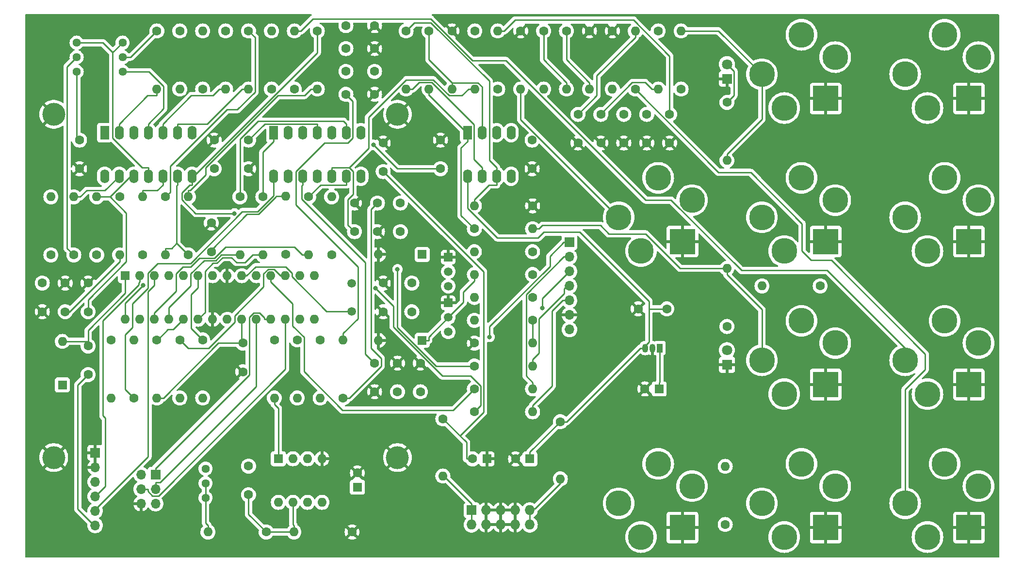
<source format=gbl>
G04 #@! TF.GenerationSoftware,KiCad,Pcbnew,7.0.8*
G04 #@! TF.CreationDate,2023-10-13T18:56:11-05:00*
G04 #@! TF.ProjectId,QuantizerBack,5175616e-7469-47a6-9572-4261636b2e6b,rev?*
G04 #@! TF.SameCoordinates,Original*
G04 #@! TF.FileFunction,Copper,L2,Bot*
G04 #@! TF.FilePolarity,Positive*
%FSLAX46Y46*%
G04 Gerber Fmt 4.6, Leading zero omitted, Abs format (unit mm)*
G04 Created by KiCad (PCBNEW 7.0.8) date 2023-10-13 18:56:11*
%MOMM*%
%LPD*%
G01*
G04 APERTURE LIST*
G04 #@! TA.AperFunction,ComponentPad*
%ADD10C,4.500001*%
G04 #@! TD*
G04 #@! TA.AperFunction,ComponentPad*
%ADD11R,4.500001X4.500001*%
G04 #@! TD*
G04 #@! TA.AperFunction,ComponentPad*
%ADD12C,4.500000*%
G04 #@! TD*
G04 #@! TA.AperFunction,ComponentPad*
%ADD13R,1.800000X1.800000*%
G04 #@! TD*
G04 #@! TA.AperFunction,ComponentPad*
%ADD14C,1.800000*%
G04 #@! TD*
G04 #@! TA.AperFunction,ComponentPad*
%ADD15C,4.000000*%
G04 #@! TD*
G04 #@! TA.AperFunction,ComponentPad*
%ADD16R,1.700000X1.700000*%
G04 #@! TD*
G04 #@! TA.AperFunction,ComponentPad*
%ADD17O,1.700000X1.700000*%
G04 #@! TD*
G04 #@! TA.AperFunction,ComponentPad*
%ADD18C,1.600000*%
G04 #@! TD*
G04 #@! TA.AperFunction,ComponentPad*
%ADD19O,1.600000X1.600000*%
G04 #@! TD*
G04 #@! TA.AperFunction,ComponentPad*
%ADD20R,1.600000X1.600000*%
G04 #@! TD*
G04 #@! TA.AperFunction,ComponentPad*
%ADD21C,1.500000*%
G04 #@! TD*
G04 #@! TA.AperFunction,ComponentPad*
%ADD22R,1.600000X2.400000*%
G04 #@! TD*
G04 #@! TA.AperFunction,ComponentPad*
%ADD23O,1.600000X2.400000*%
G04 #@! TD*
G04 #@! TA.AperFunction,ComponentPad*
%ADD24C,1.440000*%
G04 #@! TD*
G04 #@! TA.AperFunction,ComponentPad*
%ADD25R,1.050000X1.500000*%
G04 #@! TD*
G04 #@! TA.AperFunction,ComponentPad*
%ADD26O,1.050000X1.500000*%
G04 #@! TD*
G04 #@! TA.AperFunction,ComponentPad*
%ADD27R,1.727200X1.727200*%
G04 #@! TD*
G04 #@! TA.AperFunction,ComponentPad*
%ADD28O,1.727200X1.727200*%
G04 #@! TD*
G04 #@! TA.AperFunction,ComponentPad*
%ADD29R,1.500000X1.500000*%
G04 #@! TD*
G04 #@! TA.AperFunction,ViaPad*
%ADD30C,0.800000*%
G04 #@! TD*
G04 #@! TA.AperFunction,Conductor*
%ADD31C,0.250000*%
G04 #@! TD*
G04 APERTURE END LIST*
D10*
X225500000Y-106100000D03*
X231400000Y-110000000D03*
D11*
X229740000Y-117240000D03*
D12*
X218600000Y-113000000D03*
X222500000Y-118900000D03*
D13*
X187500000Y-113775000D03*
D14*
X187500000Y-111235000D03*
D10*
X175500000Y-131100000D03*
X181400000Y-135000000D03*
D11*
X179740000Y-142240000D03*
D12*
X168600000Y-138000000D03*
X172500000Y-143900000D03*
D10*
X200500000Y-81100000D03*
X206400000Y-85000000D03*
D11*
X204740000Y-92240000D03*
D12*
X193600000Y-88000000D03*
X197500000Y-93900000D03*
D15*
X70000000Y-130000000D03*
D10*
X200500000Y-106100000D03*
X206400000Y-110000000D03*
D11*
X204740000Y-117240000D03*
D12*
X193600000Y-113000000D03*
X197500000Y-118900000D03*
D15*
X130000000Y-130000000D03*
D10*
X200500000Y-56100000D03*
X206400000Y-60000000D03*
D11*
X204740000Y-67240000D03*
D12*
X193600000Y-63000000D03*
X197500000Y-68900000D03*
D13*
X187500000Y-63775000D03*
D14*
X187500000Y-61235000D03*
D16*
X160000000Y-92375000D03*
D17*
X160000000Y-94915000D03*
X160000000Y-97455000D03*
X160000000Y-99995000D03*
X160000000Y-102535000D03*
X160000000Y-105075000D03*
X160000000Y-107615000D03*
D10*
X225500000Y-81100000D03*
X231400000Y-85000000D03*
D11*
X229740000Y-92240000D03*
D12*
X218600000Y-88000000D03*
X222500000Y-93900000D03*
D10*
X200500000Y-131100000D03*
X206400000Y-135000000D03*
D11*
X204740000Y-142240000D03*
D12*
X193600000Y-138000000D03*
X197500000Y-143900000D03*
D15*
X70000000Y-70000000D03*
X130000000Y-70000000D03*
D10*
X175500000Y-81100000D03*
X181400000Y-85000000D03*
D11*
X179740000Y-92240000D03*
D12*
X168600000Y-88000000D03*
X172500000Y-93900000D03*
D10*
X225500000Y-131100000D03*
X231400000Y-135000000D03*
D11*
X229740000Y-142240000D03*
D12*
X218600000Y-138000000D03*
X222500000Y-143900000D03*
D10*
X225500000Y-56100000D03*
X231400000Y-60000000D03*
D11*
X229740000Y-67240000D03*
D12*
X218600000Y-63000000D03*
X222500000Y-68900000D03*
D18*
X69500000Y-94580000D03*
D19*
X69500000Y-84420000D03*
D18*
X72000000Y-99500000D03*
X72000000Y-104500000D03*
X100000000Y-55420000D03*
D19*
X100000000Y-65580000D03*
D18*
X96000000Y-109420000D03*
D19*
X96000000Y-119580000D03*
D20*
X134310000Y-94500000D03*
D19*
X126690000Y-94500000D03*
D20*
X82500000Y-98200000D03*
D19*
X85040000Y-98200000D03*
X87580000Y-98200000D03*
X90120000Y-98200000D03*
X92660000Y-98200000D03*
X95200000Y-98200000D03*
X97740000Y-98200000D03*
X100280000Y-98200000D03*
X102820000Y-98200000D03*
X105360000Y-98200000D03*
X107900000Y-98200000D03*
X110440000Y-98200000D03*
X112980000Y-98200000D03*
X115520000Y-98200000D03*
X115520000Y-105820000D03*
X112980000Y-105820000D03*
X110440000Y-105820000D03*
X107900000Y-105820000D03*
X105360000Y-105820000D03*
X102820000Y-105820000D03*
X100280000Y-105820000D03*
X97740000Y-105820000D03*
X95200000Y-105820000D03*
X92660000Y-105820000D03*
X90120000Y-105820000D03*
X87580000Y-105820000D03*
X85040000Y-105820000D03*
X82500000Y-105820000D03*
D21*
X122000000Y-99550000D03*
X122000000Y-104430000D03*
D18*
X143420000Y-90000000D03*
D19*
X153580000Y-90000000D03*
D22*
X108375000Y-73200000D03*
D23*
X110915000Y-73200000D03*
X113455000Y-73200000D03*
X115995000Y-73200000D03*
X118535000Y-73200000D03*
X121075000Y-73200000D03*
X123615000Y-73200000D03*
X123615000Y-80820000D03*
X121075000Y-80820000D03*
X118535000Y-80820000D03*
X115995000Y-80820000D03*
X113455000Y-80820000D03*
X110915000Y-80820000D03*
X108375000Y-80820000D03*
D20*
X123000000Y-135182400D03*
D18*
X123000000Y-132682400D03*
X158420000Y-123730000D03*
D19*
X158420000Y-133730000D03*
D18*
X112500000Y-109420000D03*
D19*
X112500000Y-119580000D03*
D18*
X122500000Y-85500000D03*
X122500000Y-90500000D03*
X120500000Y-119580000D03*
D19*
X120500000Y-109420000D03*
D18*
X126000000Y-118500000D03*
X126000000Y-113500000D03*
X106500000Y-84420000D03*
D19*
X106500000Y-94580000D03*
D22*
X78875000Y-73200000D03*
D23*
X81415000Y-73200000D03*
X83955000Y-73200000D03*
X86495000Y-73200000D03*
X89035000Y-73200000D03*
X91575000Y-73200000D03*
X94115000Y-73200000D03*
X94115000Y-80820000D03*
X91575000Y-80820000D03*
X89035000Y-80820000D03*
X86495000Y-80820000D03*
X83955000Y-80820000D03*
X81415000Y-80820000D03*
X78875000Y-80820000D03*
D18*
X114500000Y-84420000D03*
D19*
X114500000Y-94580000D03*
D18*
X107080000Y-143000000D03*
D19*
X96920000Y-143000000D03*
D18*
X104000000Y-131500000D03*
X104000000Y-136500000D03*
X73500000Y-94580000D03*
D19*
X73500000Y-84420000D03*
D18*
X187500000Y-107080000D03*
D19*
X187500000Y-96920000D03*
D18*
X89500000Y-84420000D03*
D19*
X89500000Y-94580000D03*
D24*
X82000000Y-62550000D03*
X82000000Y-60010000D03*
X82000000Y-57470000D03*
D20*
X153102400Y-130230000D03*
D18*
X150602400Y-130230000D03*
D24*
X74000000Y-62550000D03*
X74000000Y-60010000D03*
X74000000Y-57470000D03*
D18*
X126500000Y-90500000D03*
X126500000Y-85500000D03*
X163500000Y-55420000D03*
D19*
X163500000Y-65580000D03*
D18*
X187200000Y-141700000D03*
D19*
X187200000Y-131540000D03*
D18*
X165500000Y-75000000D03*
X165500000Y-70000000D03*
X116000000Y-55420000D03*
D19*
X116000000Y-65580000D03*
D18*
X177000000Y-104000000D03*
X172000000Y-104000000D03*
X126000000Y-58500000D03*
X121000000Y-58500000D03*
X137920000Y-123230000D03*
D19*
X137920000Y-133230000D03*
D18*
X173500000Y-75000000D03*
X173500000Y-70000000D03*
X92000000Y-55420000D03*
D19*
X92000000Y-65580000D03*
D25*
X175770000Y-110860000D03*
D26*
X174500000Y-110860000D03*
X173230000Y-110860000D03*
D27*
X142940000Y-139200000D03*
D28*
X142940000Y-141740000D03*
X145480000Y-139200000D03*
X145480000Y-141740000D03*
X148020000Y-139200000D03*
X148020000Y-141740000D03*
X150560000Y-139200000D03*
X150560000Y-141740000D03*
X153100000Y-139200000D03*
X153100000Y-141740000D03*
D18*
X108000000Y-65580000D03*
D19*
X108000000Y-55420000D03*
D18*
X77500000Y-94580000D03*
D19*
X77500000Y-84420000D03*
D18*
X112000000Y-65580000D03*
D19*
X112000000Y-55420000D03*
D18*
X177500000Y-75000000D03*
X177500000Y-70000000D03*
X104000000Y-55420000D03*
D19*
X104000000Y-65580000D03*
D18*
X143420000Y-122000000D03*
D19*
X153580000Y-122000000D03*
D18*
X143420000Y-110000000D03*
D19*
X153580000Y-110000000D03*
D16*
X87775000Y-132975000D03*
D17*
X85235000Y-132975000D03*
X87775000Y-135515000D03*
X85235000Y-135515000D03*
X87775000Y-138055000D03*
X85235000Y-138055000D03*
D18*
X153580000Y-94000000D03*
D19*
X143420000Y-94000000D03*
D20*
X109200000Y-130200000D03*
D19*
X111740000Y-130200000D03*
X114280000Y-130200000D03*
X116820000Y-130200000D03*
X116820000Y-137820000D03*
X114280000Y-137820000D03*
X111740000Y-137820000D03*
X109200000Y-137820000D03*
D18*
X88000000Y-55420000D03*
D19*
X88000000Y-65580000D03*
D18*
X108500000Y-109420000D03*
D19*
X108500000Y-119580000D03*
D18*
X68000000Y-104500000D03*
X68000000Y-99500000D03*
X179500000Y-65580000D03*
D19*
X179500000Y-55420000D03*
D18*
X155500000Y-55420000D03*
D19*
X155500000Y-65580000D03*
D16*
X77235000Y-129165000D03*
D17*
X77235000Y-131705000D03*
X77235000Y-134245000D03*
X77235000Y-136785000D03*
X77235000Y-139325000D03*
X77235000Y-141865000D03*
D18*
X84000000Y-119580000D03*
D19*
X84000000Y-109420000D03*
D18*
X153580000Y-102000000D03*
D19*
X143420000Y-102000000D03*
D18*
X167500000Y-55420000D03*
D19*
X167500000Y-65580000D03*
D18*
X143500000Y-55420000D03*
D19*
X143500000Y-65580000D03*
D18*
X171500000Y-65580000D03*
D19*
X171500000Y-55420000D03*
D18*
X97500000Y-89000000D03*
X97500000Y-94000000D03*
X130500000Y-90500000D03*
X130500000Y-85500000D03*
X126000000Y-54500000D03*
X121000000Y-54500000D03*
X159500000Y-55420000D03*
D19*
X159500000Y-65580000D03*
D18*
X80000000Y-109420000D03*
D19*
X80000000Y-119580000D03*
D20*
X175682400Y-118000000D03*
D18*
X173182400Y-118000000D03*
X147500000Y-65580000D03*
D19*
X147500000Y-55420000D03*
D18*
X81500000Y-84420000D03*
D19*
X81500000Y-94580000D03*
D22*
X142200000Y-73200000D03*
D23*
X144740000Y-73200000D03*
X147280000Y-73200000D03*
X149820000Y-73200000D03*
X149820000Y-80820000D03*
X147280000Y-80820000D03*
X144740000Y-80820000D03*
X142200000Y-80820000D03*
D18*
X110500000Y-94500000D03*
D19*
X110500000Y-84340000D03*
D18*
X118500000Y-94580000D03*
D19*
X118500000Y-84420000D03*
D18*
X132500000Y-104500000D03*
X127500000Y-104500000D03*
X96000000Y-65580000D03*
D19*
X96000000Y-55420000D03*
D18*
X126000000Y-62500000D03*
X121000000Y-62500000D03*
D24*
X96500000Y-131950000D03*
X96500000Y-134490000D03*
X96500000Y-137030000D03*
D18*
X76000000Y-110500000D03*
X76000000Y-115500000D03*
X153500000Y-74500000D03*
X153500000Y-79500000D03*
X92000000Y-109420000D03*
D19*
X92000000Y-119580000D03*
D18*
X85500000Y-94580000D03*
D19*
X85500000Y-84420000D03*
D18*
X122080000Y-143000000D03*
D19*
X111920000Y-143000000D03*
D18*
X137500000Y-79500000D03*
X137500000Y-74500000D03*
D29*
X138860000Y-94960000D03*
D21*
X138860000Y-97500000D03*
X138860000Y-100040000D03*
D18*
X153580000Y-86000000D03*
D19*
X143420000Y-86000000D03*
D18*
X134000000Y-113500000D03*
X134000000Y-118500000D03*
X103000000Y-110000000D03*
X103000000Y-115000000D03*
X151500000Y-55420000D03*
D19*
X151500000Y-65580000D03*
D18*
X153580000Y-106000000D03*
D19*
X143420000Y-106000000D03*
D18*
X153580000Y-98000000D03*
D19*
X143420000Y-98000000D03*
D18*
X132500000Y-99500000D03*
X127500000Y-99500000D03*
X139500000Y-55420000D03*
D19*
X139500000Y-65580000D03*
D18*
X131500000Y-55420000D03*
D19*
X131500000Y-65580000D03*
D18*
X127500000Y-80000000D03*
X127500000Y-75000000D03*
X126000000Y-66500000D03*
X121000000Y-66500000D03*
X175500000Y-55420000D03*
D19*
X175500000Y-65580000D03*
D18*
X93500000Y-94580000D03*
D19*
X93500000Y-84420000D03*
D18*
X102500000Y-84420000D03*
D19*
X102500000Y-94580000D03*
D18*
X98000000Y-79500000D03*
X98000000Y-74500000D03*
X143420000Y-118000000D03*
D19*
X153580000Y-118000000D03*
D20*
X145602400Y-130230000D03*
D18*
X143102400Y-130230000D03*
X135500000Y-55420000D03*
D19*
X135500000Y-65580000D03*
D18*
X130000000Y-113500000D03*
X130000000Y-118500000D03*
X143420000Y-114000000D03*
D19*
X153580000Y-114000000D03*
D18*
X169500000Y-75000000D03*
X169500000Y-70000000D03*
D20*
X71500000Y-117310000D03*
D19*
X71500000Y-109690000D03*
D18*
X104000000Y-74500000D03*
X104000000Y-79500000D03*
D29*
X138860000Y-102960000D03*
D21*
X138860000Y-105500000D03*
X138860000Y-108040000D03*
D18*
X161500000Y-75000000D03*
X161500000Y-70000000D03*
X203780000Y-100000000D03*
D19*
X193620000Y-100000000D03*
D20*
X134310000Y-109500000D03*
D19*
X126690000Y-109500000D03*
D18*
X76000000Y-99500000D03*
X76000000Y-104500000D03*
X116500000Y-109420000D03*
D19*
X116500000Y-119580000D03*
D18*
X74500000Y-74500000D03*
X74500000Y-79500000D03*
X187500000Y-67920000D03*
D19*
X187500000Y-78080000D03*
D18*
X88000000Y-109420000D03*
D19*
X88000000Y-119580000D03*
D30*
X95900000Y-107600000D03*
X104600000Y-84600000D03*
X100100000Y-96400000D03*
X100200000Y-100500000D03*
X138400000Y-88000000D03*
X104300000Y-81500000D03*
X140500000Y-106300000D03*
X125814100Y-75335800D03*
X101535000Y-87330900D03*
X146088900Y-108901000D03*
X155283300Y-103900000D03*
X126184000Y-100433600D03*
X130000000Y-97100000D03*
X85590000Y-99904900D03*
D31*
X108500000Y-119580000D02*
X108500000Y-120705300D01*
X102820000Y-110000000D02*
X102820000Y-105820000D01*
X109200000Y-130200000D02*
X109200000Y-121405300D01*
X98705300Y-110000000D02*
X102820000Y-110000000D01*
X109200000Y-121405300D02*
X108500000Y-120705300D01*
X88000000Y-119580000D02*
X89125300Y-119580000D01*
X89125300Y-119580000D02*
X98705300Y-110000000D01*
X97500000Y-93700000D02*
X103755300Y-87444700D01*
X108825000Y-84340000D02*
X110500000Y-84340000D01*
X97500000Y-94000000D02*
X97500000Y-93700000D01*
X102820000Y-110000000D02*
X103000000Y-110000000D01*
X103755300Y-87444700D02*
X105762996Y-87444700D01*
X105762996Y-87444700D02*
X108825000Y-84382696D01*
X108825000Y-84382696D02*
X108825000Y-84340000D01*
X76000000Y-109690000D02*
X76000000Y-107754500D01*
X82500000Y-98200000D02*
X82500000Y-99325300D01*
X71500000Y-109690000D02*
X76000000Y-109690000D01*
X82500000Y-101254500D02*
X82500000Y-99325300D01*
X76000000Y-107754500D02*
X82500000Y-101254500D01*
X76000000Y-110500000D02*
X76000000Y-109690000D01*
X102820000Y-98200000D02*
X103664000Y-98200000D01*
X105239300Y-96624700D02*
X110462800Y-96624700D01*
X111565400Y-98385600D02*
X117609800Y-104430000D01*
X117609800Y-104430000D02*
X122000000Y-104430000D01*
X103664000Y-98200000D02*
X105239300Y-96624700D01*
X110462800Y-96624700D02*
X111565400Y-97727300D01*
X111565400Y-97727300D02*
X111565400Y-98385600D01*
X90305000Y-83615000D02*
X90305000Y-79095000D01*
X105128400Y-56548400D02*
X104000000Y-55420000D01*
X175682400Y-116874700D02*
X175770000Y-116787100D01*
X100240800Y-69159200D02*
X102062300Y-69159200D01*
X89500000Y-84420000D02*
X90305000Y-83615000D01*
X105128400Y-66093100D02*
X105128400Y-56548400D01*
X90305000Y-79095000D02*
X100240800Y-69159200D01*
X175770000Y-116787100D02*
X175770000Y-110860000D01*
X102062300Y-69159200D02*
X105128400Y-66093100D01*
X175682400Y-118000000D02*
X175682400Y-116874700D01*
X137500000Y-79500000D02*
X129978300Y-79500000D01*
X129978300Y-79500000D02*
X125814100Y-75335800D01*
X142200000Y-86380800D02*
X147419200Y-91600000D01*
X86495000Y-73200000D02*
X86495000Y-71674700D01*
X154545623Y-91600000D02*
X155545623Y-90600000D01*
X115995000Y-73200000D02*
X115995000Y-71674700D01*
X173874900Y-102674900D02*
X173874900Y-104006700D01*
X158420000Y-123730000D02*
X159509700Y-123730000D01*
X86495000Y-71674700D02*
X89178800Y-68990900D01*
X155545623Y-90600000D02*
X161800000Y-90600000D01*
X173874900Y-104006700D02*
X176993300Y-104006700D01*
X153102400Y-129047600D02*
X158420000Y-123730000D01*
X172804900Y-110860000D02*
X172379700Y-110860000D01*
X74000000Y-74000000D02*
X74000000Y-62550000D01*
X89178800Y-65113100D02*
X86615700Y-62550000D01*
X104000000Y-74500000D02*
X106825300Y-71674700D01*
X142200000Y-80820000D02*
X142200000Y-86380800D01*
X86615700Y-62550000D02*
X82000000Y-62550000D01*
X173874900Y-109790000D02*
X172804900Y-110860000D01*
X147419200Y-91600000D02*
X154545623Y-91600000D01*
X153102400Y-130230000D02*
X153102400Y-129047600D01*
X176993300Y-104006700D02*
X177000000Y-104000000D01*
X89178800Y-68990900D02*
X89178800Y-65113100D01*
X159509700Y-123730000D02*
X172379700Y-110860000D01*
X161800000Y-90600000D02*
X173874900Y-102674900D01*
X173874900Y-104006700D02*
X173874900Y-109790000D01*
X106825300Y-71674700D02*
X115995000Y-71674700D01*
X74500000Y-74500000D02*
X74000000Y-74000000D01*
X173230000Y-110860000D02*
X172804900Y-110860000D01*
X78566000Y-57470000D02*
X74000000Y-57470000D01*
X145027200Y-122049700D02*
X145027200Y-97527200D01*
X80283000Y-59187000D02*
X82000000Y-57470000D01*
X140883500Y-126193400D02*
X145027200Y-122049700D01*
X80283000Y-74131300D02*
X80283000Y-59187000D01*
X85446400Y-79294700D02*
X80283000Y-74131300D01*
X137920000Y-123230000D02*
X142045300Y-127355300D01*
X86495000Y-79294700D02*
X85446400Y-79294700D01*
X86495000Y-80820000D02*
X86495000Y-79294700D01*
X142045300Y-130230000D02*
X142045300Y-127355300D01*
X80283000Y-59187000D02*
X78566000Y-57470000D01*
X145027200Y-97527200D02*
X127500000Y-80000000D01*
X143102400Y-130230000D02*
X142045300Y-130230000D01*
X164794600Y-66705400D02*
X161500000Y-70000000D01*
X171500000Y-56545300D02*
X164794600Y-63250700D01*
X171500000Y-55420000D02*
X171500000Y-56545300D01*
X164794600Y-63250700D02*
X164794600Y-66705400D01*
X159500000Y-64454700D02*
X155500000Y-60454700D01*
X155500000Y-60454700D02*
X155500000Y-55420000D01*
X159500000Y-65580000D02*
X159500000Y-64454700D01*
X147500000Y-55420000D02*
X148625300Y-55420000D01*
X148625300Y-55420000D02*
X150545300Y-53500000D01*
X171191300Y-53500000D02*
X177500000Y-59808700D01*
X150545300Y-53500000D02*
X171191300Y-53500000D01*
X177500000Y-59808700D02*
X177500000Y-70000000D01*
X77065000Y-141865000D02*
X74200000Y-139000000D01*
X74200000Y-139000000D02*
X74200000Y-117300000D01*
X74200000Y-117300000D02*
X76000000Y-115500000D01*
X77235000Y-141865000D02*
X77065000Y-141865000D01*
X175500000Y-65580000D02*
X174374700Y-65580000D01*
X170944900Y-64450100D02*
X165500000Y-69895000D01*
X165500000Y-69895000D02*
X165500000Y-70000000D01*
X174374700Y-65580000D02*
X173244800Y-64450100D01*
X173244800Y-64450100D02*
X170944900Y-64450100D01*
X122241300Y-83987400D02*
X122241300Y-79993500D01*
X121542500Y-79294700D02*
X118535000Y-79294700D01*
X136259700Y-63970100D02*
X131493900Y-63970100D01*
X124934600Y-75902600D02*
X121542500Y-79294700D01*
X118535000Y-80820000D02*
X118535000Y-79294700D01*
X121343100Y-84885600D02*
X122241300Y-83987400D01*
X141248400Y-66706300D02*
X138995900Y-66706300D01*
X143500000Y-65580000D02*
X142374700Y-65580000D01*
X122500000Y-90500000D02*
X121343100Y-89343100D01*
X142374700Y-65580000D02*
X141248400Y-66706300D01*
X121343100Y-89343100D02*
X121343100Y-84885600D01*
X122241300Y-79993500D02*
X121542500Y-79294700D01*
X124934600Y-70529400D02*
X124934600Y-75902600D01*
X131493900Y-63970100D02*
X124934600Y-70529400D01*
X138995900Y-66706300D02*
X136259700Y-63970100D01*
X113316700Y-84841200D02*
X113316700Y-82483600D01*
X124384300Y-95908800D02*
X113316700Y-84841200D01*
X113455000Y-80820000D02*
X113455000Y-82345300D01*
X126000000Y-113500000D02*
X124384300Y-111884300D01*
X113316700Y-82483600D02*
X113455000Y-82345300D01*
X124384300Y-111884300D02*
X124384300Y-95908800D01*
X121569500Y-119580000D02*
X127139100Y-114010400D01*
X127139100Y-112641400D02*
X125374600Y-110876900D01*
X125374600Y-86625400D02*
X126500000Y-85500000D01*
X120500000Y-119580000D02*
X121569500Y-119580000D01*
X127139100Y-114010400D02*
X127139100Y-112641400D01*
X125374600Y-110876900D02*
X125374600Y-86625400D01*
X120500000Y-108294700D02*
X123075400Y-105719300D01*
X122213000Y-74118300D02*
X122213000Y-67713000D01*
X121341500Y-74989800D02*
X122213000Y-74118300D01*
X120500000Y-109420000D02*
X120500000Y-108294700D01*
X112297600Y-79977600D02*
X117285400Y-74989800D01*
X122213000Y-67713000D02*
X121000000Y-66500000D01*
X117285400Y-74989800D02*
X121341500Y-74989800D01*
X112297600Y-85857300D02*
X112297600Y-79977600D01*
X123075400Y-96635100D02*
X112297600Y-85857300D01*
X123075400Y-105719300D02*
X123075400Y-96635100D01*
X79806600Y-84420000D02*
X82655300Y-87268700D01*
X83955000Y-80820000D02*
X83406600Y-80820000D01*
X76000000Y-102400000D02*
X76000000Y-104500000D01*
X79806600Y-84420000D02*
X77500000Y-84420000D01*
X83406600Y-80820000D02*
X79806600Y-84420000D01*
X82655300Y-95744700D02*
X76000000Y-102400000D01*
X82655300Y-87268700D02*
X82655300Y-95744700D01*
X81500000Y-94580000D02*
X81500000Y-95705300D01*
X81500000Y-95705300D02*
X72705300Y-104500000D01*
X72705300Y-104500000D02*
X72000000Y-104500000D01*
X94004400Y-66705300D02*
X89035000Y-71674700D01*
X100000000Y-65580000D02*
X98874700Y-65580000D01*
X89035000Y-73200000D02*
X89035000Y-71674700D01*
X97749400Y-66705300D02*
X94004400Y-66705300D01*
X98874700Y-65580000D02*
X97749400Y-66705300D01*
X88085600Y-83294700D02*
X89035000Y-82345300D01*
X89035000Y-80820000D02*
X89035000Y-82345300D01*
X85500000Y-83294700D02*
X88085600Y-83294700D01*
X85500000Y-84420000D02*
X85500000Y-83294700D01*
X104000000Y-65580000D02*
X102874700Y-65580000D01*
X96780000Y-71674700D02*
X91575000Y-71674700D01*
X102874700Y-65580000D02*
X96780000Y-71674700D01*
X91575000Y-73200000D02*
X91575000Y-71674700D01*
X92367600Y-84919600D02*
X94778900Y-87330900D01*
X116000000Y-59211000D02*
X116000000Y-55420000D01*
X92367600Y-83711400D02*
X92367600Y-84919600D01*
X94778900Y-87330900D02*
X101535000Y-87330900D01*
X94115000Y-82345300D02*
X93733700Y-82345300D01*
X94115000Y-80820000D02*
X94391000Y-80820000D01*
X94115000Y-80820000D02*
X94115000Y-82345300D01*
X94391000Y-80820000D02*
X116000000Y-59211000D01*
X93733700Y-82345300D02*
X92367600Y-83711400D01*
X90581300Y-93454700D02*
X91478000Y-92558000D01*
X91478000Y-82442300D02*
X91575000Y-82345300D01*
X91478000Y-92558000D02*
X91478000Y-82442300D01*
X89500000Y-94580000D02*
X89500000Y-93454700D01*
X91575000Y-80820000D02*
X91575000Y-82345300D01*
X93500000Y-94580000D02*
X91478000Y-92558000D01*
X89500000Y-93454700D02*
X90581300Y-93454700D01*
X111740000Y-141694700D02*
X111740000Y-137820000D01*
X104000000Y-136500000D02*
X104000000Y-139920000D01*
X104000000Y-139920000D02*
X107080000Y-143000000D01*
X111920000Y-143000000D02*
X110794700Y-143000000D01*
X107080000Y-143000000D02*
X110794700Y-143000000D01*
X111920000Y-141874700D02*
X111740000Y-141694700D01*
X111920000Y-143000000D02*
X111920000Y-141874700D01*
X188725400Y-62460400D02*
X188725400Y-66694600D01*
X188725400Y-66694600D02*
X187500000Y-67920000D01*
X187500000Y-61235000D02*
X188725400Y-62460400D01*
X87848500Y-131799700D02*
X104125300Y-115522900D01*
X104125300Y-105462900D02*
X104893500Y-104694700D01*
X106774700Y-105538600D02*
X106774700Y-105820000D01*
X87775000Y-131799700D02*
X87848500Y-131799700D01*
X105930800Y-104694700D02*
X106774700Y-105538600D01*
X104125300Y-115522900D02*
X104125300Y-105462900D01*
X107900000Y-105820000D02*
X106774700Y-105820000D01*
X104893500Y-104694700D02*
X105930800Y-104694700D01*
X87775000Y-132975000D02*
X87775000Y-131799700D01*
X105360000Y-106945300D02*
X105360000Y-117562700D01*
X105360000Y-105820000D02*
X105360000Y-106945300D01*
X88583000Y-134339700D02*
X87775000Y-134339700D01*
X87775000Y-135515000D02*
X87775000Y-134339700D01*
X105360000Y-117562700D02*
X88583000Y-134339700D01*
X87218200Y-136690300D02*
X86410300Y-135882400D01*
X85235000Y-135515000D02*
X86410300Y-135515000D01*
X110440000Y-114527700D02*
X88277400Y-136690300D01*
X88277400Y-136690300D02*
X87218200Y-136690300D01*
X86410300Y-135882400D02*
X86410300Y-135515000D01*
X110440000Y-105820000D02*
X110440000Y-114527700D01*
X78600000Y-106074800D02*
X78600000Y-122700000D01*
X79000000Y-135020000D02*
X77235000Y-136785000D01*
X78600000Y-122700000D02*
X79000000Y-123100000D01*
X85040000Y-99325300D02*
X84864700Y-99500600D01*
X79000000Y-123100000D02*
X79000000Y-135020000D01*
X84864700Y-99810100D02*
X78600000Y-106074800D01*
X85040000Y-98200000D02*
X85040000Y-99325300D01*
X84864700Y-99500600D02*
X84864700Y-99810100D01*
X77235000Y-139065000D02*
X86454700Y-129845300D01*
X77235000Y-139325000D02*
X77235000Y-139065000D01*
X87580000Y-99896200D02*
X87580000Y-98200000D01*
X86454700Y-129845300D02*
X86454700Y-101021500D01*
X86454700Y-101021500D02*
X87580000Y-99896200D01*
X179320000Y-96920000D02*
X187500000Y-96920000D01*
X187500000Y-96920000D02*
X187500000Y-98045300D01*
X155305300Y-89400000D02*
X165400000Y-89400000D01*
X165400000Y-89400000D02*
X166900000Y-90900000D01*
X193600000Y-113000000D02*
X193600000Y-104145300D01*
X153580000Y-90000000D02*
X154705300Y-90000000D01*
X193600000Y-104145300D02*
X187500000Y-98045300D01*
X173300000Y-90900000D02*
X179320000Y-96920000D01*
X166900000Y-90900000D02*
X173300000Y-90900000D01*
X154705300Y-90000000D02*
X155305300Y-89400000D01*
X186042500Y-80143200D02*
X171500000Y-65600700D01*
X205700000Y-95500000D02*
X202200000Y-95500000D01*
X200600000Y-89100000D02*
X191643200Y-80143200D01*
X222100000Y-111900000D02*
X205700000Y-95500000D01*
X202200000Y-95500000D02*
X200600000Y-93900000D01*
X200600000Y-93900000D02*
X200600000Y-89100000D01*
X218600000Y-118100000D02*
X222100000Y-114600000D01*
X171500000Y-65600700D02*
X171500000Y-65580000D01*
X191643200Y-80143200D02*
X186042500Y-80143200D01*
X218600000Y-138000000D02*
X218600000Y-118100000D01*
X222100000Y-114600000D02*
X222100000Y-111900000D01*
X135786800Y-53332800D02*
X115212500Y-53332800D01*
X143045800Y-60591800D02*
X135786800Y-53332800D01*
X190057900Y-97300000D02*
X177750800Y-84992900D01*
X177750800Y-84992900D02*
X173312200Y-84992900D01*
X218600000Y-113000000D02*
X218600000Y-110900000D01*
X113125300Y-55420000D02*
X112000000Y-55420000D01*
X205000000Y-97300000D02*
X190057900Y-97300000D01*
X148911100Y-60591800D02*
X143045800Y-60591800D01*
X115212500Y-53332800D02*
X113125300Y-55420000D01*
X218600000Y-110900000D02*
X205000000Y-97300000D01*
X173312200Y-84992900D02*
X148911100Y-60591800D01*
X153580000Y-110000000D02*
X153580000Y-106000000D01*
X168600000Y-88000000D02*
X151500000Y-70900000D01*
X151500000Y-70900000D02*
X151500000Y-65580000D01*
X113749400Y-66705300D02*
X109168650Y-66705300D01*
X116000000Y-65580000D02*
X114874700Y-65580000D01*
X114874700Y-65580000D02*
X113749400Y-66705300D01*
X93816500Y-83294700D02*
X93500000Y-83294700D01*
X96547300Y-80563900D02*
X93816500Y-83294700D01*
X109168650Y-66705300D02*
X96547300Y-79326650D01*
X96547300Y-79326650D02*
X96547300Y-80563900D01*
X93500000Y-83294700D02*
X93500000Y-84420000D01*
X159500000Y-60454700D02*
X159500000Y-55420000D01*
X163500000Y-65580000D02*
X163500000Y-64454700D01*
X163500000Y-64454700D02*
X159500000Y-60454700D01*
X193600000Y-63000000D02*
X186020000Y-55420000D01*
X193600000Y-70854700D02*
X193600000Y-63000000D01*
X187500000Y-76954700D02*
X193600000Y-70854700D01*
X186020000Y-55420000D02*
X179500000Y-55420000D01*
X187500000Y-78080000D02*
X187500000Y-76954700D01*
X141500000Y-102860000D02*
X141500000Y-101045300D01*
X135435300Y-108924700D02*
X138860000Y-105500000D01*
X134310000Y-109500000D02*
X135435300Y-109500000D01*
X143420000Y-99125300D02*
X143420000Y-98000000D01*
X135435300Y-109500000D02*
X135435300Y-108924700D01*
X141500000Y-101045300D02*
X143420000Y-99125300D01*
X138860000Y-105500000D02*
X141500000Y-102860000D01*
X158865000Y-102535000D02*
X157000000Y-104400000D01*
X157000000Y-117454700D02*
X153580000Y-120874700D01*
X153580000Y-120874700D02*
X153580000Y-122000000D01*
X157000000Y-104400000D02*
X157000000Y-117454700D01*
X160000000Y-102535000D02*
X158865000Y-102535000D01*
X142920000Y-139230000D02*
X142920000Y-138041100D01*
X142920000Y-138041100D02*
X138108900Y-133230000D01*
X138108900Y-133230000D02*
X137920000Y-133230000D01*
X142920000Y-139230000D02*
X142920000Y-141770000D01*
X156600000Y-96580700D02*
X146088900Y-107091800D01*
X159025000Y-92375000D02*
X156600000Y-94800000D01*
X146088900Y-107091800D02*
X146088900Y-108901000D01*
X160000000Y-92375000D02*
X159025000Y-92375000D01*
X156600000Y-94800000D02*
X156600000Y-96580700D01*
X153080000Y-139230000D02*
X153080000Y-141770000D01*
X158420000Y-133730000D02*
X158420000Y-134480000D01*
X153987858Y-138912142D02*
X153397858Y-138912142D01*
X158420000Y-134480000D02*
X153987858Y-138912142D01*
X159039800Y-94915000D02*
X152454700Y-101500100D01*
X152454700Y-115749400D02*
X153580000Y-116874700D01*
X160000000Y-94915000D02*
X159039800Y-94915000D01*
X152454700Y-101500100D02*
X152454700Y-115749400D01*
X153580000Y-118000000D02*
X153580000Y-116874700D01*
X155283300Y-103900000D02*
X155283300Y-102171700D01*
X155283300Y-102171700D02*
X160000000Y-97455000D01*
X159100000Y-100500000D02*
X159100000Y-101300000D01*
X159605000Y-99995000D02*
X159100000Y-100500000D01*
X153580000Y-112874700D02*
X153580000Y-114000000D01*
X160000000Y-99995000D02*
X159605000Y-99995000D01*
X154705300Y-111749400D02*
X153580000Y-112874700D01*
X154705300Y-105694700D02*
X154705300Y-111749400D01*
X159100000Y-101300000D02*
X154705300Y-105694700D01*
X129246900Y-107142300D02*
X129246900Y-103496500D01*
X142766100Y-115742600D02*
X137847200Y-115742600D01*
X143420000Y-122000000D02*
X144545500Y-120874500D01*
X129246900Y-103496500D02*
X126184000Y-100433600D01*
X144545500Y-120874500D02*
X144545500Y-117522000D01*
X144545500Y-117522000D02*
X142766100Y-115742600D01*
X137847200Y-115742600D02*
X129246900Y-107142300D01*
X94009400Y-101490600D02*
X94009400Y-107429400D01*
X95200000Y-98200000D02*
X95200000Y-100300000D01*
X95200000Y-100300000D02*
X94009400Y-101490600D01*
X94009400Y-107429400D02*
X96000000Y-109420000D01*
X113681800Y-108982000D02*
X111710000Y-107010200D01*
X107900000Y-99325300D02*
X107900000Y-98200000D01*
X120400000Y-121700000D02*
X113681800Y-114981800D01*
X139720000Y-121700000D02*
X120400000Y-121700000D01*
X143420000Y-118000000D02*
X139720000Y-121700000D01*
X111710000Y-103135300D02*
X107900000Y-99325300D01*
X113681800Y-114981800D02*
X113681800Y-108982000D01*
X111710000Y-107010200D02*
X111710000Y-103135300D01*
X106630000Y-100170000D02*
X101600000Y-105200000D01*
X109596100Y-98200000D02*
X108470800Y-97074700D01*
X110440000Y-98200000D02*
X109596100Y-98200000D01*
X101600000Y-105200000D02*
X101600000Y-106300000D01*
X97000000Y-110900000D02*
X93480000Y-110900000D01*
X93480000Y-110900000D02*
X92000000Y-109420000D01*
X106630000Y-97855000D02*
X106630000Y-100170000D01*
X108470800Y-97074700D02*
X107410300Y-97074700D01*
X101600000Y-106300000D02*
X97000000Y-110900000D01*
X107410300Y-97074700D02*
X106630000Y-97855000D01*
X98447792Y-96025000D02*
X97775000Y-96025000D01*
X97775000Y-96025000D02*
X96400000Y-97400000D01*
X103400000Y-95900000D02*
X101900000Y-95900000D01*
X96400000Y-104620000D02*
X95200000Y-105820000D01*
X104720000Y-94580000D02*
X103400000Y-95900000D01*
X106500000Y-94580000D02*
X104720000Y-94580000D01*
X99442792Y-95030000D02*
X98447792Y-96025000D01*
X96400000Y-97400000D02*
X96400000Y-104620000D01*
X101900000Y-95900000D02*
X101030000Y-95030000D01*
X101030000Y-95030000D02*
X99442792Y-95030000D01*
X136741500Y-114000000D02*
X143420000Y-114000000D01*
X130000000Y-97100000D02*
X130000000Y-99000000D01*
X130000100Y-99000100D02*
X130000100Y-107258600D01*
X130000100Y-107258600D02*
X136741500Y-114000000D01*
X130000000Y-99000000D02*
X130000100Y-99000100D01*
X90120000Y-103768400D02*
X93930000Y-99958400D01*
X90120000Y-105820000D02*
X90120000Y-103768400D01*
X93930000Y-99958400D02*
X93930000Y-97867600D01*
X96222600Y-95575000D02*
X98261396Y-95575000D01*
X98261396Y-95575000D02*
X99256396Y-94580000D01*
X99256396Y-94580000D02*
X102500000Y-94580000D01*
X93930000Y-97867600D02*
X96222600Y-95575000D01*
X106500000Y-76600300D02*
X108375000Y-74725300D01*
X108375000Y-73200000D02*
X108375000Y-74725300D01*
X106500000Y-84420000D02*
X106500000Y-76600300D01*
X92554400Y-96700000D02*
X91390000Y-97864400D01*
X114500000Y-94580000D02*
X113374700Y-94580000D01*
X98075000Y-95125000D02*
X95450300Y-95125000D01*
X91390000Y-100884700D02*
X87580000Y-104694700D01*
X113374700Y-94580000D02*
X111994700Y-93200000D01*
X111994700Y-93200000D02*
X100000000Y-93200000D01*
X100000000Y-93200000D02*
X98075000Y-95125000D01*
X95450300Y-95125000D02*
X93875300Y-96700000D01*
X91390000Y-97864400D02*
X91390000Y-100884700D01*
X87580000Y-104694700D02*
X87580000Y-105820000D01*
X93875300Y-96700000D02*
X92554400Y-96700000D01*
X105637000Y-71203500D02*
X120603800Y-71203500D01*
X102500000Y-74340500D02*
X105637000Y-71203500D01*
X120603800Y-71203500D02*
X121075000Y-71674700D01*
X121075000Y-73200000D02*
X121075000Y-71674700D01*
X102500000Y-84420000D02*
X102500000Y-74340500D01*
X88000000Y-109420000D02*
X88132500Y-109420000D01*
X89952500Y-107600000D02*
X90880000Y-107600000D01*
X88132500Y-109420000D02*
X89952500Y-107600000D01*
X90880000Y-107600000D02*
X92660000Y-105820000D01*
X88000000Y-55420000D02*
X83410000Y-60010000D01*
X83410000Y-60010000D02*
X82000000Y-60010000D01*
X114500000Y-84420000D02*
X116574700Y-82345300D01*
X121075000Y-80820000D02*
X121075000Y-82345300D01*
X116574700Y-82345300D02*
X121075000Y-82345300D01*
X72344800Y-93424800D02*
X72344800Y-61665200D01*
X72344800Y-61665200D02*
X74000000Y-60010000D01*
X73500000Y-94580000D02*
X72344800Y-93424800D01*
X86455000Y-97727400D02*
X88140800Y-96041600D01*
X108375000Y-84196300D02*
X108375000Y-80820000D01*
X82500000Y-108510200D02*
X83770000Y-107240200D01*
X83770000Y-103069300D02*
X86455000Y-100384300D01*
X93858500Y-96041600D02*
X102905400Y-86994700D01*
X86455000Y-100384300D02*
X86455000Y-97727400D01*
X102905400Y-86994700D02*
X105576600Y-86994700D01*
X84000000Y-119580000D02*
X82500000Y-118080000D01*
X88140800Y-96041600D02*
X93858500Y-96041600D01*
X83770000Y-107240200D02*
X83770000Y-103069300D01*
X82500000Y-118080000D02*
X82500000Y-108510200D01*
X105576600Y-86994700D02*
X108375000Y-84196300D01*
X88000000Y-66705300D02*
X86384400Y-66705300D01*
X86384400Y-66705300D02*
X81415000Y-71674700D01*
X81415000Y-73200000D02*
X81415000Y-71674700D01*
X88000000Y-65580000D02*
X88000000Y-66705300D01*
X75750600Y-83294700D02*
X78940300Y-83294700D01*
X78940300Y-83294700D02*
X81415000Y-80820000D01*
X73500000Y-84420000D02*
X74625300Y-84420000D01*
X74625300Y-84420000D02*
X75750600Y-83294700D01*
X143420000Y-90000000D02*
X141074700Y-87654700D01*
X135500000Y-65580000D02*
X135500000Y-66705300D01*
X135530700Y-66705300D02*
X135500000Y-66705300D01*
X142200000Y-73200000D02*
X142200000Y-73374600D01*
X142200000Y-73399900D02*
X142200000Y-74725300D01*
X141074700Y-75850600D02*
X142200000Y-74725300D01*
X141074700Y-87654700D02*
X141074700Y-75850600D01*
X142200000Y-73374600D02*
X135530700Y-66705300D01*
X142200000Y-73399900D02*
X142200000Y-73374600D01*
X132625300Y-65580000D02*
X133758400Y-64446900D01*
X143325400Y-71790800D02*
X143325400Y-77880100D01*
X135981500Y-64446900D02*
X143325400Y-71790800D01*
X131500000Y-65580000D02*
X132625300Y-65580000D01*
X144740000Y-80820000D02*
X144740000Y-79294700D01*
X133758400Y-64446900D02*
X135981500Y-64446900D01*
X143325400Y-77880100D02*
X144740000Y-79294700D01*
X96920000Y-141874700D02*
X96500000Y-141454700D01*
X96920000Y-143000000D02*
X96920000Y-141874700D01*
X96500000Y-134490000D02*
X96500000Y-137030000D01*
X96500000Y-141454700D02*
X96500000Y-137030000D01*
X135500000Y-60454700D02*
X135500000Y-55420000D01*
X139500000Y-64454700D02*
X135500000Y-60454700D01*
X143987800Y-64454700D02*
X144740000Y-65206900D01*
X139500000Y-64567300D02*
X139500000Y-64454700D01*
X139500000Y-65580000D02*
X139500000Y-64567300D01*
X139500000Y-64454700D02*
X143987800Y-64454700D01*
X144740000Y-65206900D02*
X144740000Y-73200000D01*
X82500000Y-105820000D02*
X82500000Y-102994900D01*
X82500000Y-102994900D02*
X85590000Y-99904900D01*
X143420000Y-84874700D02*
X145949400Y-82345300D01*
X132920000Y-54000000D02*
X135818282Y-54000000D01*
X146010000Y-78024700D02*
X147280000Y-79294700D01*
X135818282Y-54000000D02*
X146010000Y-64191718D01*
X145949400Y-82345300D02*
X147280000Y-82345300D01*
X131500000Y-55420000D02*
X132920000Y-54000000D01*
X146010000Y-64191718D02*
X146010000Y-78024700D01*
X147280000Y-79294700D02*
X147280000Y-80820000D01*
X147280000Y-80820000D02*
X147280000Y-82345300D01*
X143420000Y-86000000D02*
X143420000Y-84874700D01*
G04 #@! TA.AperFunction,Conductor*
G36*
X147553155Y-141526799D02*
G01*
X147512000Y-141666961D01*
X147512000Y-141813039D01*
X147553155Y-141953201D01*
X147579375Y-141994000D01*
X145920625Y-141994000D01*
X145946845Y-141953201D01*
X145988000Y-141813039D01*
X145988000Y-141666961D01*
X145946845Y-141526799D01*
X145920625Y-141486000D01*
X147579375Y-141486000D01*
X147553155Y-141526799D01*
G37*
G04 #@! TD.AperFunction*
G04 #@! TA.AperFunction,Conductor*
G36*
X150093155Y-141526799D02*
G01*
X150052000Y-141666961D01*
X150052000Y-141813039D01*
X150093155Y-141953201D01*
X150119375Y-141994000D01*
X148460625Y-141994000D01*
X148486845Y-141953201D01*
X148528000Y-141813039D01*
X148528000Y-141666961D01*
X148486845Y-141526799D01*
X148460625Y-141486000D01*
X150119375Y-141486000D01*
X150093155Y-141526799D01*
G37*
G04 #@! TD.AperFunction*
G04 #@! TA.AperFunction,Conductor*
G36*
X145734000Y-141297529D02*
G01*
X145624592Y-141247565D01*
X145516334Y-141232000D01*
X145443666Y-141232000D01*
X145335408Y-141247565D01*
X145226000Y-141297529D01*
X145226000Y-139642470D01*
X145335408Y-139692435D01*
X145443666Y-139708000D01*
X145516334Y-139708000D01*
X145624592Y-139692435D01*
X145734000Y-139642470D01*
X145734000Y-141297529D01*
G37*
G04 #@! TD.AperFunction*
G04 #@! TA.AperFunction,Conductor*
G36*
X148274000Y-141297529D02*
G01*
X148164592Y-141247565D01*
X148056334Y-141232000D01*
X147983666Y-141232000D01*
X147875408Y-141247565D01*
X147766000Y-141297529D01*
X147766000Y-139642470D01*
X147875408Y-139692435D01*
X147983666Y-139708000D01*
X148056334Y-139708000D01*
X148164592Y-139692435D01*
X148274000Y-139642470D01*
X148274000Y-141297529D01*
G37*
G04 #@! TD.AperFunction*
G04 #@! TA.AperFunction,Conductor*
G36*
X150814000Y-141297529D02*
G01*
X150704592Y-141247565D01*
X150596334Y-141232000D01*
X150523666Y-141232000D01*
X150415408Y-141247565D01*
X150306000Y-141297529D01*
X150306000Y-139642470D01*
X150415408Y-139692435D01*
X150523666Y-139708000D01*
X150596334Y-139708000D01*
X150704592Y-139692435D01*
X150814000Y-139642470D01*
X150814000Y-141297529D01*
G37*
G04 #@! TD.AperFunction*
G04 #@! TA.AperFunction,Conductor*
G36*
X147553155Y-138986799D02*
G01*
X147512000Y-139126961D01*
X147512000Y-139273039D01*
X147553155Y-139413201D01*
X147579375Y-139454000D01*
X145920625Y-139454000D01*
X145946845Y-139413201D01*
X145988000Y-139273039D01*
X145988000Y-139126961D01*
X145946845Y-138986799D01*
X145920625Y-138946000D01*
X147579375Y-138946000D01*
X147553155Y-138986799D01*
G37*
G04 #@! TD.AperFunction*
G04 #@! TA.AperFunction,Conductor*
G36*
X150093155Y-138986799D02*
G01*
X150052000Y-139126961D01*
X150052000Y-139273039D01*
X150093155Y-139413201D01*
X150119375Y-139454000D01*
X148460625Y-139454000D01*
X148486845Y-139413201D01*
X148528000Y-139273039D01*
X148528000Y-139126961D01*
X148486845Y-138986799D01*
X148460625Y-138946000D01*
X150119375Y-138946000D01*
X150093155Y-138986799D01*
G37*
G04 #@! TD.AperFunction*
G04 #@! TA.AperFunction,Conductor*
G36*
X114989410Y-52520502D02*
G01*
X115035903Y-52574158D01*
X115046007Y-52644432D01*
X115016513Y-52709012D01*
X114965413Y-52741851D01*
X114966184Y-52743632D01*
X114958904Y-52746782D01*
X114941462Y-52757097D01*
X114923715Y-52765791D01*
X114904883Y-52773247D01*
X114904881Y-52773248D01*
X114866714Y-52800978D01*
X114861754Y-52804236D01*
X114821136Y-52828259D01*
X114821133Y-52828261D01*
X114806812Y-52842583D01*
X114791783Y-52855419D01*
X114775393Y-52867327D01*
X114745308Y-52903692D01*
X114741312Y-52908083D01*
X113129041Y-54520352D01*
X113066729Y-54554378D01*
X112995913Y-54549313D01*
X112950851Y-54520353D01*
X112930498Y-54500000D01*
X112844300Y-54413802D01*
X112728757Y-54332898D01*
X112656749Y-54282477D01*
X112449246Y-54185717D01*
X112449240Y-54185715D01*
X112351695Y-54159578D01*
X112228087Y-54126457D01*
X112000000Y-54106502D01*
X111771913Y-54126457D01*
X111550759Y-54185715D01*
X111550753Y-54185717D01*
X111343250Y-54282477D01*
X111155703Y-54413799D01*
X111155697Y-54413804D01*
X110993804Y-54575697D01*
X110993799Y-54575703D01*
X110862477Y-54763250D01*
X110765717Y-54970753D01*
X110765715Y-54970759D01*
X110715947Y-55156497D01*
X110706457Y-55191913D01*
X110686502Y-55420000D01*
X110706457Y-55648087D01*
X110723458Y-55711536D01*
X110765715Y-55869240D01*
X110765717Y-55869246D01*
X110862477Y-56076749D01*
X110993795Y-56264291D01*
X110993802Y-56264300D01*
X111155700Y-56426198D01*
X111343251Y-56557523D01*
X111550757Y-56654284D01*
X111771913Y-56713543D01*
X112000000Y-56733498D01*
X112228087Y-56713543D01*
X112449243Y-56654284D01*
X112656749Y-56557523D01*
X112844300Y-56426198D01*
X113006198Y-56264300D01*
X113118029Y-56104588D01*
X113173486Y-56060260D01*
X113217286Y-56050921D01*
X113225189Y-56050673D01*
X113244647Y-56045019D01*
X113263994Y-56041013D01*
X113284097Y-56038474D01*
X113327979Y-56021099D01*
X113333574Y-56019183D01*
X113362116Y-56010891D01*
X113378891Y-56006019D01*
X113378895Y-56006017D01*
X113396326Y-55995708D01*
X113414080Y-55987009D01*
X113432917Y-55979552D01*
X113471086Y-55951818D01*
X113476044Y-55948562D01*
X113516662Y-55924542D01*
X113530985Y-55910218D01*
X113546024Y-55897374D01*
X113562407Y-55885472D01*
X113592493Y-55849103D01*
X113596461Y-55844741D01*
X114541286Y-54899917D01*
X114603595Y-54865893D01*
X114674410Y-54870958D01*
X114731246Y-54913505D01*
X114756057Y-54980025D01*
X114752085Y-55021624D01*
X114706457Y-55191911D01*
X114697451Y-55294852D01*
X114686502Y-55420000D01*
X114706457Y-55648087D01*
X114723458Y-55711536D01*
X114765715Y-55869240D01*
X114765717Y-55869246D01*
X114862477Y-56076749D01*
X114993795Y-56264291D01*
X114993802Y-56264300D01*
X115155700Y-56426198D01*
X115155703Y-56426200D01*
X115155708Y-56426204D01*
X115312770Y-56536180D01*
X115357099Y-56591637D01*
X115366500Y-56639393D01*
X115366500Y-58896404D01*
X115346498Y-58964525D01*
X115329595Y-58985499D01*
X109345641Y-64969452D01*
X109283329Y-65003478D01*
X109212514Y-64998413D01*
X109155678Y-64955866D01*
X109142354Y-64933611D01*
X109137523Y-64923251D01*
X109137520Y-64923248D01*
X109137520Y-64923246D01*
X109021756Y-64757919D01*
X109006198Y-64735700D01*
X108844300Y-64573802D01*
X108656749Y-64442477D01*
X108607785Y-64419645D01*
X108449246Y-64345717D01*
X108449240Y-64345715D01*
X108338342Y-64316000D01*
X108228087Y-64286457D01*
X108000000Y-64266502D01*
X107771913Y-64286457D01*
X107550759Y-64345715D01*
X107550753Y-64345717D01*
X107343250Y-64442477D01*
X107155703Y-64573799D01*
X107155697Y-64573804D01*
X106993804Y-64735697D01*
X106993799Y-64735703D01*
X106862477Y-64923250D01*
X106765717Y-65130753D01*
X106765715Y-65130759D01*
X106706457Y-65351913D01*
X106686502Y-65580000D01*
X106706457Y-65808087D01*
X106715946Y-65843500D01*
X106765715Y-66029240D01*
X106765717Y-66029246D01*
X106862477Y-66236749D01*
X106993795Y-66424291D01*
X106993802Y-66424300D01*
X107155700Y-66586198D01*
X107155703Y-66586200D01*
X107343246Y-66717520D01*
X107343248Y-66717520D01*
X107343251Y-66717523D01*
X107353605Y-66722351D01*
X107406890Y-66769265D01*
X107426353Y-66837541D01*
X107405814Y-66905502D01*
X107389452Y-66925641D01*
X99509644Y-74805449D01*
X99447332Y-74839475D01*
X99376517Y-74834410D01*
X99319681Y-74791863D01*
X99294870Y-74725343D01*
X99295028Y-74705373D01*
X99312995Y-74499999D01*
X99293048Y-74271997D01*
X99233813Y-74050931D01*
X99233811Y-74050926D01*
X99137086Y-73843498D01*
X99087100Y-73772110D01*
X99087098Y-73772110D01*
X98398727Y-74460482D01*
X98385165Y-74374852D01*
X98327641Y-74261955D01*
X98238045Y-74172359D01*
X98125148Y-74114835D01*
X98039517Y-74101272D01*
X98727888Y-73412899D01*
X98727888Y-73412898D01*
X98656501Y-73362913D01*
X98449073Y-73266188D01*
X98449068Y-73266186D01*
X98228000Y-73206951D01*
X98228004Y-73206951D01*
X98000000Y-73187004D01*
X97771997Y-73206951D01*
X97550931Y-73266186D01*
X97550926Y-73266188D01*
X97343500Y-73362913D01*
X97272109Y-73412900D01*
X97960481Y-74101272D01*
X97874852Y-74114835D01*
X97761955Y-74172359D01*
X97672359Y-74261955D01*
X97614835Y-74374852D01*
X97601272Y-74460481D01*
X96912900Y-73772109D01*
X96862913Y-73843500D01*
X96766188Y-74050926D01*
X96766186Y-74050931D01*
X96706951Y-74271997D01*
X96687004Y-74500000D01*
X96706951Y-74728002D01*
X96766186Y-74949068D01*
X96766188Y-74949073D01*
X96862913Y-75156501D01*
X96912899Y-75227888D01*
X97601272Y-74539516D01*
X97614835Y-74625148D01*
X97672359Y-74738045D01*
X97761955Y-74827641D01*
X97874852Y-74885165D01*
X97960482Y-74898727D01*
X97272110Y-75587098D01*
X97272110Y-75587100D01*
X97343498Y-75637086D01*
X97550926Y-75733811D01*
X97550931Y-75733813D01*
X97771999Y-75793048D01*
X97771995Y-75793048D01*
X98000005Y-75812996D01*
X98205372Y-75795028D01*
X98274977Y-75809016D01*
X98325969Y-75858415D01*
X98342160Y-75927541D01*
X98318408Y-75994447D01*
X98305449Y-76009643D01*
X94999942Y-79315151D01*
X94937630Y-79349177D01*
X94866815Y-79344112D01*
X94838577Y-79329270D01*
X94771748Y-79282476D01*
X94564246Y-79185717D01*
X94564240Y-79185715D01*
X94452234Y-79155703D01*
X94343087Y-79126457D01*
X94115000Y-79106502D01*
X93886913Y-79126457D01*
X93665759Y-79185715D01*
X93665753Y-79185717D01*
X93458250Y-79282477D01*
X93270703Y-79413799D01*
X93270697Y-79413804D01*
X93108804Y-79575697D01*
X93108799Y-79575703D01*
X92977477Y-79763250D01*
X92959195Y-79802457D01*
X92912278Y-79855742D01*
X92844001Y-79875203D01*
X92776041Y-79854661D01*
X92730805Y-79802457D01*
X92716562Y-79771913D01*
X92712523Y-79763251D01*
X92581198Y-79575700D01*
X92419300Y-79413802D01*
X92361804Y-79373543D01*
X92231749Y-79282477D01*
X92024246Y-79185717D01*
X92024240Y-79185715D01*
X91912234Y-79155703D01*
X91803087Y-79126457D01*
X91575000Y-79106502D01*
X91574999Y-79106502D01*
X91497295Y-79113300D01*
X91427690Y-79099310D01*
X91376698Y-79049910D01*
X91360508Y-78980784D01*
X91384261Y-78913879D01*
X91397213Y-78898691D01*
X100466300Y-69829605D01*
X100528612Y-69795579D01*
X100555395Y-69792700D01*
X101978447Y-69792700D01*
X101994288Y-69794449D01*
X101994316Y-69794156D01*
X102002202Y-69794900D01*
X102002209Y-69794902D01*
X102072258Y-69792700D01*
X102102156Y-69792700D01*
X102109118Y-69791819D01*
X102115019Y-69791354D01*
X102162189Y-69789873D01*
X102181647Y-69784219D01*
X102200994Y-69780213D01*
X102221097Y-69777674D01*
X102264979Y-69760299D01*
X102270574Y-69758383D01*
X102299116Y-69750091D01*
X102315891Y-69745219D01*
X102315895Y-69745217D01*
X102333326Y-69734908D01*
X102351080Y-69726209D01*
X102369917Y-69718752D01*
X102408086Y-69691018D01*
X102413044Y-69687762D01*
X102453662Y-69663742D01*
X102467985Y-69649418D01*
X102483024Y-69636574D01*
X102499407Y-69624672D01*
X102529493Y-69588303D01*
X102533461Y-69583941D01*
X105517057Y-66600345D01*
X105529492Y-66590384D01*
X105529305Y-66590157D01*
X105535409Y-66585105D01*
X105535418Y-66585100D01*
X105583399Y-66534004D01*
X105604534Y-66512870D01*
X105608829Y-66507332D01*
X105612671Y-66502831D01*
X105644986Y-66468421D01*
X105654745Y-66450667D01*
X105665597Y-66434146D01*
X105678013Y-66418141D01*
X105696747Y-66374848D01*
X105699361Y-66369512D01*
X105722094Y-66328161D01*
X105722095Y-66328160D01*
X105727133Y-66308535D01*
X105733538Y-66289830D01*
X105741581Y-66271245D01*
X105747167Y-66235976D01*
X105748961Y-66224647D01*
X105750162Y-66218840D01*
X105761900Y-66173130D01*
X105761900Y-66152875D01*
X105763451Y-66133163D01*
X105764013Y-66129614D01*
X105766620Y-66113157D01*
X105762829Y-66073050D01*
X105762180Y-66066180D01*
X105761900Y-66060248D01*
X105761900Y-56632254D01*
X105763649Y-56616412D01*
X105763356Y-56616385D01*
X105764100Y-56608499D01*
X105764102Y-56608492D01*
X105761900Y-56538428D01*
X105761900Y-56508544D01*
X105761020Y-56501582D01*
X105760556Y-56495693D01*
X105759074Y-56448511D01*
X105753420Y-56429052D01*
X105749412Y-56409697D01*
X105746874Y-56389603D01*
X105729503Y-56345729D01*
X105727589Y-56340140D01*
X105714419Y-56294807D01*
X105704103Y-56277364D01*
X105695405Y-56259609D01*
X105687952Y-56240783D01*
X105660218Y-56202610D01*
X105656958Y-56197647D01*
X105632942Y-56157038D01*
X105618614Y-56142710D01*
X105605784Y-56127689D01*
X105593872Y-56111293D01*
X105593869Y-56111291D01*
X105593869Y-56111290D01*
X105557513Y-56081213D01*
X105553121Y-56077217D01*
X105309150Y-55833245D01*
X105275125Y-55770933D01*
X105276540Y-55711540D01*
X105293543Y-55648087D01*
X105313498Y-55420000D01*
X106686502Y-55420000D01*
X106706457Y-55648087D01*
X106723458Y-55711536D01*
X106765715Y-55869240D01*
X106765717Y-55869246D01*
X106862477Y-56076749D01*
X106993795Y-56264291D01*
X106993802Y-56264300D01*
X107155700Y-56426198D01*
X107343251Y-56557523D01*
X107550757Y-56654284D01*
X107771913Y-56713543D01*
X108000000Y-56733498D01*
X108228087Y-56713543D01*
X108449243Y-56654284D01*
X108656749Y-56557523D01*
X108844300Y-56426198D01*
X109006198Y-56264300D01*
X109137523Y-56076749D01*
X109234284Y-55869243D01*
X109293543Y-55648087D01*
X109313498Y-55420000D01*
X109293543Y-55191913D01*
X109234284Y-54970757D01*
X109137523Y-54763251D01*
X109006198Y-54575700D01*
X108844300Y-54413802D01*
X108728757Y-54332898D01*
X108656749Y-54282477D01*
X108449246Y-54185717D01*
X108449240Y-54185715D01*
X108351695Y-54159578D01*
X108228087Y-54126457D01*
X108000000Y-54106502D01*
X107771913Y-54126457D01*
X107550759Y-54185715D01*
X107550753Y-54185717D01*
X107343250Y-54282477D01*
X107155703Y-54413799D01*
X107155697Y-54413804D01*
X106993804Y-54575697D01*
X106993799Y-54575703D01*
X106862477Y-54763250D01*
X106765717Y-54970753D01*
X106765715Y-54970759D01*
X106715947Y-55156497D01*
X106706457Y-55191913D01*
X106686502Y-55420000D01*
X105313498Y-55420000D01*
X105293543Y-55191913D01*
X105234284Y-54970757D01*
X105137523Y-54763251D01*
X105006198Y-54575700D01*
X104844300Y-54413802D01*
X104728757Y-54332898D01*
X104656749Y-54282477D01*
X104449246Y-54185717D01*
X104449240Y-54185715D01*
X104351695Y-54159578D01*
X104228087Y-54126457D01*
X104000000Y-54106502D01*
X103771913Y-54126457D01*
X103550759Y-54185715D01*
X103550753Y-54185717D01*
X103343250Y-54282477D01*
X103155703Y-54413799D01*
X103155697Y-54413804D01*
X102993804Y-54575697D01*
X102993799Y-54575703D01*
X102862477Y-54763250D01*
X102765717Y-54970753D01*
X102765715Y-54970759D01*
X102715947Y-55156497D01*
X102706457Y-55191913D01*
X102686502Y-55420000D01*
X102706457Y-55648087D01*
X102723458Y-55711536D01*
X102765715Y-55869240D01*
X102765717Y-55869246D01*
X102862477Y-56076749D01*
X102993795Y-56264291D01*
X102993802Y-56264300D01*
X103155700Y-56426198D01*
X103343251Y-56557523D01*
X103550757Y-56654284D01*
X103771913Y-56713543D01*
X104000000Y-56733498D01*
X104228087Y-56713543D01*
X104291541Y-56696540D01*
X104362516Y-56698228D01*
X104413247Y-56729151D01*
X104457995Y-56773899D01*
X104492021Y-56836211D01*
X104494900Y-56862994D01*
X104494900Y-64193743D01*
X104474898Y-64261864D01*
X104421242Y-64308357D01*
X104350968Y-64318461D01*
X104336291Y-64315450D01*
X104228087Y-64286457D01*
X104000000Y-64266502D01*
X103771913Y-64286457D01*
X103550759Y-64345715D01*
X103550753Y-64345717D01*
X103343250Y-64442477D01*
X103155703Y-64573799D01*
X103155697Y-64573804D01*
X102993804Y-64735697D01*
X102993799Y-64735703D01*
X102881970Y-64895411D01*
X102826512Y-64939739D01*
X102782719Y-64949078D01*
X102774811Y-64949326D01*
X102774805Y-64949327D01*
X102755360Y-64954977D01*
X102736002Y-64958986D01*
X102715907Y-64961524D01*
X102715905Y-64961525D01*
X102672024Y-64978897D01*
X102666409Y-64980819D01*
X102621110Y-64993980D01*
X102621104Y-64993982D01*
X102603666Y-65004295D01*
X102585920Y-65012989D01*
X102567081Y-65020448D01*
X102567080Y-65020449D01*
X102528913Y-65048178D01*
X102523952Y-65051437D01*
X102483337Y-65075458D01*
X102469007Y-65089787D01*
X102453981Y-65102620D01*
X102437595Y-65114526D01*
X102437594Y-65114526D01*
X102407518Y-65150880D01*
X102403523Y-65155271D01*
X101458716Y-66100077D01*
X101396404Y-66134103D01*
X101325589Y-66129038D01*
X101268753Y-66086491D01*
X101243942Y-66019971D01*
X101247915Y-65978370D01*
X101251078Y-65966569D01*
X101293543Y-65808087D01*
X101313498Y-65580000D01*
X101293543Y-65351913D01*
X101234284Y-65130757D01*
X101137523Y-64923251D01*
X101006198Y-64735700D01*
X100844300Y-64573802D01*
X100656749Y-64442477D01*
X100607785Y-64419645D01*
X100449246Y-64345717D01*
X100449240Y-64345715D01*
X100338342Y-64316000D01*
X100228087Y-64286457D01*
X100000000Y-64266502D01*
X99771913Y-64286457D01*
X99550759Y-64345715D01*
X99550753Y-64345717D01*
X99343250Y-64442477D01*
X99155703Y-64573799D01*
X99155697Y-64573804D01*
X98993804Y-64735697D01*
X98993799Y-64735703D01*
X98881971Y-64895410D01*
X98826514Y-64939738D01*
X98782720Y-64949077D01*
X98774812Y-64949325D01*
X98755350Y-64954979D01*
X98736004Y-64958985D01*
X98715904Y-64961525D01*
X98715903Y-64961525D01*
X98672035Y-64978893D01*
X98666420Y-64980815D01*
X98621113Y-64993978D01*
X98621104Y-64993982D01*
X98603662Y-65004297D01*
X98585915Y-65012991D01*
X98567083Y-65020447D01*
X98567081Y-65020448D01*
X98528914Y-65048178D01*
X98523954Y-65051436D01*
X98483336Y-65075459D01*
X98483333Y-65075461D01*
X98469012Y-65089783D01*
X98453983Y-65102619D01*
X98437593Y-65114527D01*
X98407508Y-65150892D01*
X98403512Y-65155283D01*
X97523898Y-66034896D01*
X97461588Y-66068920D01*
X97434805Y-66071800D01*
X97387087Y-66071800D01*
X97318966Y-66051798D01*
X97272473Y-65998142D01*
X97262369Y-65927868D01*
X97265376Y-65913205D01*
X97293543Y-65808087D01*
X97313498Y-65580000D01*
X97293543Y-65351913D01*
X97234284Y-65130757D01*
X97137523Y-64923251D01*
X97006198Y-64735700D01*
X96844300Y-64573802D01*
X96656749Y-64442477D01*
X96607785Y-64419645D01*
X96449246Y-64345717D01*
X96449240Y-64345715D01*
X96338342Y-64316000D01*
X96228087Y-64286457D01*
X96000000Y-64266502D01*
X95771913Y-64286457D01*
X95550759Y-64345715D01*
X95550753Y-64345717D01*
X95343250Y-64442477D01*
X95155703Y-64573799D01*
X95155697Y-64573804D01*
X94993804Y-64735697D01*
X94993799Y-64735703D01*
X94862477Y-64923250D01*
X94765717Y-65130753D01*
X94765715Y-65130759D01*
X94706457Y-65351913D01*
X94686502Y-65580000D01*
X94706457Y-65808087D01*
X94734619Y-65913191D01*
X94732930Y-65984165D01*
X94693136Y-66042961D01*
X94627872Y-66070909D01*
X94612913Y-66071800D01*
X94088253Y-66071800D01*
X94072411Y-66070050D01*
X94072384Y-66070344D01*
X94064491Y-66069597D01*
X93994428Y-66071800D01*
X93964544Y-66071800D01*
X93964540Y-66071800D01*
X93964529Y-66071801D01*
X93957590Y-66072677D01*
X93951677Y-66073143D01*
X93904514Y-66074625D01*
X93904507Y-66074627D01*
X93885049Y-66080279D01*
X93865704Y-66084285D01*
X93845606Y-66086825D01*
X93845597Y-66086827D01*
X93801731Y-66104194D01*
X93796116Y-66106117D01*
X93750808Y-66119281D01*
X93733364Y-66129597D01*
X93715618Y-66138290D01*
X93696782Y-66145748D01*
X93658609Y-66173481D01*
X93653648Y-66176740D01*
X93613038Y-66200758D01*
X93598711Y-66215084D01*
X93583685Y-66227917D01*
X93567295Y-66239825D01*
X93567293Y-66239827D01*
X93537208Y-66276192D01*
X93533212Y-66280583D01*
X88646336Y-71167457D01*
X88633901Y-71177421D01*
X88634089Y-71177648D01*
X88627980Y-71182701D01*
X88580016Y-71233778D01*
X88558866Y-71254927D01*
X88554560Y-71260477D01*
X88550714Y-71264979D01*
X88518417Y-71299374D01*
X88518411Y-71299383D01*
X88508651Y-71317135D01*
X88497803Y-71333650D01*
X88485386Y-71349658D01*
X88466645Y-71392964D01*
X88464034Y-71398294D01*
X88441305Y-71439639D01*
X88441303Y-71439644D01*
X88436267Y-71459259D01*
X88429864Y-71477962D01*
X88421819Y-71496552D01*
X88414437Y-71543156D01*
X88413233Y-71548968D01*
X88401500Y-71594668D01*
X88401356Y-71595809D01*
X88400994Y-71596637D01*
X88399529Y-71602346D01*
X88398607Y-71602109D01*
X88372970Y-71660884D01*
X88348621Y-71683223D01*
X88190703Y-71793799D01*
X88190697Y-71793804D01*
X88028804Y-71955697D01*
X88028799Y-71955703D01*
X87897477Y-72143250D01*
X87879195Y-72182457D01*
X87832278Y-72235742D01*
X87764001Y-72255203D01*
X87696041Y-72234661D01*
X87650805Y-72182457D01*
X87648894Y-72178359D01*
X87632523Y-72143251D01*
X87501198Y-71955700D01*
X87394645Y-71849147D01*
X87360619Y-71786835D01*
X87365684Y-71716020D01*
X87394643Y-71670959D01*
X89567457Y-69498145D01*
X89579892Y-69488184D01*
X89579705Y-69487957D01*
X89585809Y-69482905D01*
X89585818Y-69482900D01*
X89633799Y-69431804D01*
X89654934Y-69410670D01*
X89659229Y-69405132D01*
X89663071Y-69400631D01*
X89695386Y-69366221D01*
X89705145Y-69348467D01*
X89715997Y-69331946D01*
X89728413Y-69315941D01*
X89747147Y-69272648D01*
X89749761Y-69267312D01*
X89760174Y-69248370D01*
X89772495Y-69225960D01*
X89777533Y-69206335D01*
X89783938Y-69187630D01*
X89791981Y-69169045D01*
X89799363Y-69122425D01*
X89800561Y-69116644D01*
X89812300Y-69070930D01*
X89812300Y-69050669D01*
X89813851Y-69030958D01*
X89817019Y-69010956D01*
X89812580Y-68963989D01*
X89812300Y-68958057D01*
X89812300Y-65580000D01*
X90686502Y-65580000D01*
X90706457Y-65808087D01*
X90715946Y-65843500D01*
X90765715Y-66029240D01*
X90765717Y-66029246D01*
X90862477Y-66236749D01*
X90993795Y-66424291D01*
X90993802Y-66424300D01*
X91155700Y-66586198D01*
X91343251Y-66717523D01*
X91550757Y-66814284D01*
X91771913Y-66873543D01*
X92000000Y-66893498D01*
X92228087Y-66873543D01*
X92449243Y-66814284D01*
X92656749Y-66717523D01*
X92844300Y-66586198D01*
X93006198Y-66424300D01*
X93137523Y-66236749D01*
X93234284Y-66029243D01*
X93293543Y-65808087D01*
X93313498Y-65580000D01*
X93293543Y-65351913D01*
X93234284Y-65130757D01*
X93137523Y-64923251D01*
X93006198Y-64735700D01*
X92844300Y-64573802D01*
X92656749Y-64442477D01*
X92607785Y-64419645D01*
X92449246Y-64345717D01*
X92449240Y-64345715D01*
X92338342Y-64316000D01*
X92228087Y-64286457D01*
X92000000Y-64266502D01*
X91771913Y-64286457D01*
X91550759Y-64345715D01*
X91550753Y-64345717D01*
X91343250Y-64442477D01*
X91155703Y-64573799D01*
X91155697Y-64573804D01*
X90993804Y-64735697D01*
X90993799Y-64735703D01*
X90862477Y-64923250D01*
X90765717Y-65130753D01*
X90765715Y-65130759D01*
X90706457Y-65351913D01*
X90686502Y-65580000D01*
X89812300Y-65580000D01*
X89812300Y-65196954D01*
X89814049Y-65181112D01*
X89813756Y-65181085D01*
X89814500Y-65173199D01*
X89814502Y-65173192D01*
X89812300Y-65103128D01*
X89812300Y-65073244D01*
X89811420Y-65066282D01*
X89810956Y-65060393D01*
X89809474Y-65013211D01*
X89803817Y-64993742D01*
X89799812Y-64974398D01*
X89797274Y-64954303D01*
X89779900Y-64910422D01*
X89777981Y-64904816D01*
X89775248Y-64895410D01*
X89764818Y-64859507D01*
X89754506Y-64842070D01*
X89745810Y-64824321D01*
X89738352Y-64805483D01*
X89710612Y-64767303D01*
X89707364Y-64762358D01*
X89683342Y-64721738D01*
X89669014Y-64707410D01*
X89656184Y-64692389D01*
X89644272Y-64675993D01*
X89644269Y-64675991D01*
X89644269Y-64675990D01*
X89607907Y-64645908D01*
X89603526Y-64641922D01*
X87122944Y-62161339D01*
X87112979Y-62148901D01*
X87112752Y-62149090D01*
X87107701Y-62142984D01*
X87107700Y-62142982D01*
X87056621Y-62095016D01*
X87035477Y-62073871D01*
X87035472Y-62073866D01*
X87029925Y-62069563D01*
X87025417Y-62065712D01*
X86991025Y-62033417D01*
X86991019Y-62033413D01*
X86973263Y-62023651D01*
X86956747Y-62012802D01*
X86940741Y-62000386D01*
X86909989Y-61987078D01*
X86897440Y-61981648D01*
X86892108Y-61979036D01*
X86850761Y-61956305D01*
X86831136Y-61951266D01*
X86812436Y-61944864D01*
X86793845Y-61936819D01*
X86793843Y-61936818D01*
X86793842Y-61936818D01*
X86747242Y-61929437D01*
X86741429Y-61928233D01*
X86695730Y-61916500D01*
X86675476Y-61916500D01*
X86655766Y-61914949D01*
X86635757Y-61911780D01*
X86635756Y-61911780D01*
X86588783Y-61916220D01*
X86582850Y-61916500D01*
X83121731Y-61916500D01*
X83053610Y-61896498D01*
X83018520Y-61862773D01*
X82944681Y-61757319D01*
X82792681Y-61605319D01*
X82786421Y-61600936D01*
X82616597Y-61482024D01*
X82585720Y-61467626D01*
X82428244Y-61394194D01*
X82374961Y-61347278D01*
X82355500Y-61279001D01*
X82376042Y-61211041D01*
X82428244Y-61165805D01*
X82616597Y-61077976D01*
X82792681Y-60954681D01*
X82944681Y-60802681D01*
X83018519Y-60697228D01*
X83073974Y-60652901D01*
X83121731Y-60643500D01*
X83326147Y-60643500D01*
X83341988Y-60645249D01*
X83342016Y-60644956D01*
X83349902Y-60645700D01*
X83349909Y-60645702D01*
X83419958Y-60643500D01*
X83449856Y-60643500D01*
X83456818Y-60642619D01*
X83462719Y-60642154D01*
X83509889Y-60640673D01*
X83529347Y-60635019D01*
X83548694Y-60631013D01*
X83568797Y-60628474D01*
X83612679Y-60611099D01*
X83618274Y-60609183D01*
X83646816Y-60600891D01*
X83663591Y-60596019D01*
X83663595Y-60596017D01*
X83681026Y-60585708D01*
X83698780Y-60577009D01*
X83717617Y-60569552D01*
X83755786Y-60541818D01*
X83760744Y-60538562D01*
X83801362Y-60514542D01*
X83815685Y-60500218D01*
X83830724Y-60487374D01*
X83847107Y-60475472D01*
X83877193Y-60439103D01*
X83881161Y-60434741D01*
X87586753Y-56729149D01*
X87649063Y-56695125D01*
X87708457Y-56696539D01*
X87726457Y-56701363D01*
X87770065Y-56713048D01*
X87771913Y-56713543D01*
X88000000Y-56733498D01*
X88228087Y-56713543D01*
X88449243Y-56654284D01*
X88656749Y-56557523D01*
X88844300Y-56426198D01*
X89006198Y-56264300D01*
X89137523Y-56076749D01*
X89234284Y-55869243D01*
X89293543Y-55648087D01*
X89313498Y-55420000D01*
X90686502Y-55420000D01*
X90706457Y-55648087D01*
X90723458Y-55711536D01*
X90765715Y-55869240D01*
X90765717Y-55869246D01*
X90862477Y-56076749D01*
X90993795Y-56264291D01*
X90993802Y-56264300D01*
X91155700Y-56426198D01*
X91343251Y-56557523D01*
X91550757Y-56654284D01*
X91771913Y-56713543D01*
X92000000Y-56733498D01*
X92228087Y-56713543D01*
X92449243Y-56654284D01*
X92656749Y-56557523D01*
X92844300Y-56426198D01*
X93006198Y-56264300D01*
X93137523Y-56076749D01*
X93234284Y-55869243D01*
X93293543Y-55648087D01*
X93313498Y-55420000D01*
X94686502Y-55420000D01*
X94706457Y-55648087D01*
X94723458Y-55711536D01*
X94765715Y-55869240D01*
X94765717Y-55869246D01*
X94862477Y-56076749D01*
X94993795Y-56264291D01*
X94993802Y-56264300D01*
X95155700Y-56426198D01*
X95343251Y-56557523D01*
X95550757Y-56654284D01*
X95771913Y-56713543D01*
X96000000Y-56733498D01*
X96228087Y-56713543D01*
X96449243Y-56654284D01*
X96656749Y-56557523D01*
X96844300Y-56426198D01*
X97006198Y-56264300D01*
X97137523Y-56076749D01*
X97234284Y-55869243D01*
X97293543Y-55648087D01*
X97313498Y-55420000D01*
X98686502Y-55420000D01*
X98706457Y-55648087D01*
X98723458Y-55711536D01*
X98765715Y-55869240D01*
X98765717Y-55869246D01*
X98862477Y-56076749D01*
X98993795Y-56264291D01*
X98993802Y-56264300D01*
X99155700Y-56426198D01*
X99343251Y-56557523D01*
X99550757Y-56654284D01*
X99771913Y-56713543D01*
X100000000Y-56733498D01*
X100228087Y-56713543D01*
X100449243Y-56654284D01*
X100656749Y-56557523D01*
X100844300Y-56426198D01*
X101006198Y-56264300D01*
X101137523Y-56076749D01*
X101234284Y-55869243D01*
X101293543Y-55648087D01*
X101313498Y-55420000D01*
X101293543Y-55191913D01*
X101234284Y-54970757D01*
X101137523Y-54763251D01*
X101006198Y-54575700D01*
X100844300Y-54413802D01*
X100728757Y-54332898D01*
X100656749Y-54282477D01*
X100449246Y-54185717D01*
X100449240Y-54185715D01*
X100351695Y-54159578D01*
X100228087Y-54126457D01*
X100000000Y-54106502D01*
X99771913Y-54126457D01*
X99550759Y-54185715D01*
X99550753Y-54185717D01*
X99343250Y-54282477D01*
X99155703Y-54413799D01*
X99155697Y-54413804D01*
X98993804Y-54575697D01*
X98993799Y-54575703D01*
X98862477Y-54763250D01*
X98765717Y-54970753D01*
X98765715Y-54970759D01*
X98715947Y-55156497D01*
X98706457Y-55191913D01*
X98686502Y-55420000D01*
X97313498Y-55420000D01*
X97293543Y-55191913D01*
X97234284Y-54970757D01*
X97137523Y-54763251D01*
X97006198Y-54575700D01*
X96844300Y-54413802D01*
X96728757Y-54332898D01*
X96656749Y-54282477D01*
X96449246Y-54185717D01*
X96449240Y-54185715D01*
X96351695Y-54159578D01*
X96228087Y-54126457D01*
X96000000Y-54106502D01*
X95771913Y-54126457D01*
X95550759Y-54185715D01*
X95550753Y-54185717D01*
X95343250Y-54282477D01*
X95155703Y-54413799D01*
X95155697Y-54413804D01*
X94993804Y-54575697D01*
X94993799Y-54575703D01*
X94862477Y-54763250D01*
X94765717Y-54970753D01*
X94765715Y-54970759D01*
X94715947Y-55156497D01*
X94706457Y-55191913D01*
X94686502Y-55420000D01*
X93313498Y-55420000D01*
X93293543Y-55191913D01*
X93234284Y-54970757D01*
X93137523Y-54763251D01*
X93006198Y-54575700D01*
X92844300Y-54413802D01*
X92728757Y-54332898D01*
X92656749Y-54282477D01*
X92449246Y-54185717D01*
X92449240Y-54185715D01*
X92351695Y-54159578D01*
X92228087Y-54126457D01*
X92000000Y-54106502D01*
X91771913Y-54126457D01*
X91550759Y-54185715D01*
X91550753Y-54185717D01*
X91343250Y-54282477D01*
X91155703Y-54413799D01*
X91155697Y-54413804D01*
X90993804Y-54575697D01*
X90993799Y-54575703D01*
X90862477Y-54763250D01*
X90765717Y-54970753D01*
X90765715Y-54970759D01*
X90715947Y-55156497D01*
X90706457Y-55191913D01*
X90686502Y-55420000D01*
X89313498Y-55420000D01*
X89293543Y-55191913D01*
X89234284Y-54970757D01*
X89137523Y-54763251D01*
X89006198Y-54575700D01*
X88844300Y-54413802D01*
X88728757Y-54332898D01*
X88656749Y-54282477D01*
X88449246Y-54185717D01*
X88449240Y-54185715D01*
X88351695Y-54159578D01*
X88228087Y-54126457D01*
X88000000Y-54106502D01*
X87771913Y-54126457D01*
X87550759Y-54185715D01*
X87550753Y-54185717D01*
X87343250Y-54282477D01*
X87155703Y-54413799D01*
X87155697Y-54413804D01*
X86993804Y-54575697D01*
X86993799Y-54575703D01*
X86862477Y-54763250D01*
X86765717Y-54970753D01*
X86765715Y-54970759D01*
X86706457Y-55191913D01*
X86686502Y-55420000D01*
X86706457Y-55648090D01*
X86723459Y-55711540D01*
X86721769Y-55782516D01*
X86690847Y-55833246D01*
X83199984Y-59324110D01*
X83137672Y-59358136D01*
X83066857Y-59353071D01*
X83010021Y-59310524D01*
X83007675Y-59307285D01*
X82996293Y-59291030D01*
X82944681Y-59217319D01*
X82792681Y-59065319D01*
X82728001Y-59020030D01*
X82616597Y-58942024D01*
X82526476Y-58900000D01*
X82428244Y-58854194D01*
X82374961Y-58807278D01*
X82355500Y-58739001D01*
X82376042Y-58671041D01*
X82428244Y-58625805D01*
X82616597Y-58537976D01*
X82792681Y-58414681D01*
X82944681Y-58262681D01*
X83067976Y-58086597D01*
X83158822Y-57891777D01*
X83214458Y-57684142D01*
X83233193Y-57470000D01*
X83214458Y-57255858D01*
X83158822Y-57048223D01*
X83067976Y-56853404D01*
X83067975Y-56853403D01*
X83067974Y-56853400D01*
X82944685Y-56677323D01*
X82944682Y-56677320D01*
X82875854Y-56608492D01*
X82792681Y-56525319D01*
X82768732Y-56508550D01*
X82616597Y-56402024D01*
X82421780Y-56311179D01*
X82421774Y-56311177D01*
X82295582Y-56277364D01*
X82214142Y-56255542D01*
X82000000Y-56236807D01*
X81785858Y-56255542D01*
X81578225Y-56311177D01*
X81578220Y-56311179D01*
X81383400Y-56402025D01*
X81207323Y-56525314D01*
X81207313Y-56525323D01*
X81055323Y-56677313D01*
X81055314Y-56677323D01*
X80932025Y-56853400D01*
X80841179Y-57048220D01*
X80841177Y-57048225D01*
X80804126Y-57186502D01*
X80785542Y-57255858D01*
X80766807Y-57470000D01*
X80785542Y-57684142D01*
X80785542Y-57684145D01*
X80785543Y-57684147D01*
X80785544Y-57684153D01*
X80788778Y-57696224D01*
X80787087Y-57767200D01*
X80756166Y-57817927D01*
X80372094Y-58201999D01*
X80309782Y-58236025D01*
X80238967Y-58230960D01*
X80193904Y-58201999D01*
X79073244Y-57081339D01*
X79063279Y-57068901D01*
X79063052Y-57069090D01*
X79058001Y-57062984D01*
X79058000Y-57062982D01*
X79036036Y-57042357D01*
X79006920Y-57015015D01*
X78985777Y-56993871D01*
X78985772Y-56993866D01*
X78980225Y-56989563D01*
X78975717Y-56985712D01*
X78941325Y-56953417D01*
X78941319Y-56953413D01*
X78923563Y-56943651D01*
X78907047Y-56932802D01*
X78891041Y-56920386D01*
X78860289Y-56907078D01*
X78847740Y-56901648D01*
X78842408Y-56899036D01*
X78801061Y-56876305D01*
X78781436Y-56871266D01*
X78762736Y-56864864D01*
X78744145Y-56856819D01*
X78744143Y-56856818D01*
X78744142Y-56856818D01*
X78697542Y-56849437D01*
X78691729Y-56848233D01*
X78646030Y-56836500D01*
X78625776Y-56836500D01*
X78606066Y-56834949D01*
X78586057Y-56831780D01*
X78586056Y-56831780D01*
X78539083Y-56836220D01*
X78533150Y-56836500D01*
X75121731Y-56836500D01*
X75053610Y-56816498D01*
X75018520Y-56782773D01*
X74944681Y-56677319D01*
X74792681Y-56525319D01*
X74768732Y-56508550D01*
X74616597Y-56402024D01*
X74421780Y-56311179D01*
X74421774Y-56311177D01*
X74295582Y-56277364D01*
X74214142Y-56255542D01*
X74000000Y-56236807D01*
X73785858Y-56255542D01*
X73578225Y-56311177D01*
X73578220Y-56311179D01*
X73383400Y-56402025D01*
X73207323Y-56525314D01*
X73207313Y-56525323D01*
X73055323Y-56677313D01*
X73055314Y-56677323D01*
X72932025Y-56853400D01*
X72841179Y-57048220D01*
X72841177Y-57048225D01*
X72804126Y-57186502D01*
X72785542Y-57255858D01*
X72766807Y-57470000D01*
X72785542Y-57684142D01*
X72809113Y-57772109D01*
X72841177Y-57891774D01*
X72841179Y-57891780D01*
X72932024Y-58086597D01*
X73054810Y-58261955D01*
X73055319Y-58262681D01*
X73207319Y-58414681D01*
X73383403Y-58537976D01*
X73568758Y-58624408D01*
X73571753Y-58625805D01*
X73625038Y-58672722D01*
X73644499Y-58741000D01*
X73623957Y-58808959D01*
X73571753Y-58854195D01*
X73383400Y-58942025D01*
X73207323Y-59065314D01*
X73207313Y-59065323D01*
X73055323Y-59217313D01*
X73055314Y-59217323D01*
X72932025Y-59393400D01*
X72841179Y-59588220D01*
X72841177Y-59588225D01*
X72802167Y-59733813D01*
X72785542Y-59795858D01*
X72766807Y-60010000D01*
X72785542Y-60224142D01*
X72785542Y-60224145D01*
X72785543Y-60224147D01*
X72785544Y-60224153D01*
X72788778Y-60236224D01*
X72787087Y-60307200D01*
X72756166Y-60357927D01*
X71956136Y-61157957D01*
X71943701Y-61167921D01*
X71943889Y-61168148D01*
X71937780Y-61173201D01*
X71889816Y-61224278D01*
X71868666Y-61245427D01*
X71864360Y-61250977D01*
X71860514Y-61255479D01*
X71828217Y-61289874D01*
X71828211Y-61289883D01*
X71818451Y-61307635D01*
X71807603Y-61324150D01*
X71795186Y-61340158D01*
X71776445Y-61383464D01*
X71773834Y-61388794D01*
X71751105Y-61430139D01*
X71751103Y-61430144D01*
X71746067Y-61449759D01*
X71739664Y-61468462D01*
X71731619Y-61487052D01*
X71724237Y-61533656D01*
X71723033Y-61539468D01*
X71711300Y-61585168D01*
X71711300Y-61605423D01*
X71709749Y-61625133D01*
X71706580Y-61645142D01*
X71706580Y-61645143D01*
X71711020Y-61692117D01*
X71711300Y-61698050D01*
X71711300Y-67895984D01*
X71691298Y-67964105D01*
X71637642Y-68010598D01*
X71567368Y-68020702D01*
X71511239Y-67997920D01*
X71346518Y-67878243D01*
X71069965Y-67726207D01*
X70776539Y-67610031D01*
X70776533Y-67610029D01*
X70470896Y-67531555D01*
X70470869Y-67531550D01*
X70157804Y-67492001D01*
X70157786Y-67492000D01*
X69842214Y-67492000D01*
X69842195Y-67492001D01*
X69529130Y-67531550D01*
X69529103Y-67531555D01*
X69223466Y-67610029D01*
X69223460Y-67610031D01*
X68930034Y-67726207D01*
X68653485Y-67878241D01*
X68412521Y-68053310D01*
X68412521Y-68053312D01*
X69059204Y-68699995D01*
X69056635Y-68701570D01*
X68865130Y-68865130D01*
X68701570Y-69056635D01*
X68699995Y-69059204D01*
X68056043Y-68415252D01*
X68056042Y-68415252D01*
X67966971Y-68522921D01*
X67966969Y-68522924D01*
X67797882Y-68789363D01*
X67797875Y-68789377D01*
X67663513Y-69074911D01*
X67663509Y-69074920D01*
X67565992Y-69375044D01*
X67565989Y-69375057D01*
X67506856Y-69685038D01*
X67506854Y-69685055D01*
X67487041Y-69999993D01*
X67487041Y-70000006D01*
X67506854Y-70314944D01*
X67506856Y-70314961D01*
X67565989Y-70624942D01*
X67565992Y-70624955D01*
X67663509Y-70925079D01*
X67663513Y-70925088D01*
X67797875Y-71210622D01*
X67797882Y-71210636D01*
X67966966Y-71477071D01*
X67966969Y-71477075D01*
X68056043Y-71584746D01*
X68699994Y-70940794D01*
X68701570Y-70943365D01*
X68865130Y-71134870D01*
X69056635Y-71298430D01*
X69059203Y-71300003D01*
X68412521Y-71946686D01*
X68412521Y-71946688D01*
X68653486Y-72121759D01*
X68930034Y-72273792D01*
X69223460Y-72389968D01*
X69223466Y-72389970D01*
X69529103Y-72468444D01*
X69529130Y-72468449D01*
X69842195Y-72507998D01*
X69842214Y-72508000D01*
X70157786Y-72508000D01*
X70157804Y-72507998D01*
X70470869Y-72468449D01*
X70470896Y-72468444D01*
X70776533Y-72389970D01*
X70776539Y-72389968D01*
X71069965Y-72273792D01*
X71346517Y-72121756D01*
X71511239Y-72002079D01*
X71578106Y-71978221D01*
X71647258Y-71994301D01*
X71696738Y-72045214D01*
X71711300Y-72104015D01*
X71711300Y-93340946D01*
X71709551Y-93356788D01*
X71709844Y-93356816D01*
X71709098Y-93364707D01*
X71711300Y-93434757D01*
X71711300Y-93464651D01*
X71711301Y-93464672D01*
X71712178Y-93471620D01*
X71712644Y-93477532D01*
X71714126Y-93524688D01*
X71714127Y-93524693D01*
X71719777Y-93544139D01*
X71723786Y-93563497D01*
X71726325Y-93583593D01*
X71726326Y-93583599D01*
X71743693Y-93627462D01*
X71745616Y-93633079D01*
X71758782Y-93678393D01*
X71769094Y-93695831D01*
X71777788Y-93713579D01*
X71785244Y-93732409D01*
X71785250Y-93732420D01*
X71812977Y-93770583D01*
X71816237Y-93775546D01*
X71840260Y-93816165D01*
X71854579Y-93830484D01*
X71867417Y-93845514D01*
X71868566Y-93847095D01*
X71879328Y-93861907D01*
X71903045Y-93881527D01*
X71915686Y-93891985D01*
X71920067Y-93895971D01*
X72064813Y-94040717D01*
X72190847Y-94166751D01*
X72224873Y-94229063D01*
X72223459Y-94288456D01*
X72206458Y-94351907D01*
X72206457Y-94351910D01*
X72206457Y-94351913D01*
X72186502Y-94580000D01*
X72206457Y-94808087D01*
X72239249Y-94930467D01*
X72265715Y-95029240D01*
X72265717Y-95029246D01*
X72362477Y-95236749D01*
X72493795Y-95424291D01*
X72493802Y-95424300D01*
X72655700Y-95586198D01*
X72843251Y-95717523D01*
X73050757Y-95814284D01*
X73271913Y-95873543D01*
X73500000Y-95893498D01*
X73728087Y-95873543D01*
X73949243Y-95814284D01*
X74156749Y-95717523D01*
X74344300Y-95586198D01*
X74506198Y-95424300D01*
X74637523Y-95236749D01*
X74734284Y-95029243D01*
X74793543Y-94808087D01*
X74813498Y-94580000D01*
X76186502Y-94580000D01*
X76206457Y-94808087D01*
X76239249Y-94930467D01*
X76265715Y-95029240D01*
X76265717Y-95029246D01*
X76362477Y-95236749D01*
X76493795Y-95424291D01*
X76493802Y-95424300D01*
X76655700Y-95586198D01*
X76843251Y-95717523D01*
X77050757Y-95814284D01*
X77271913Y-95873543D01*
X77500000Y-95893498D01*
X77728087Y-95873543D01*
X77949243Y-95814284D01*
X78156749Y-95717523D01*
X78344300Y-95586198D01*
X78506198Y-95424300D01*
X78637523Y-95236749D01*
X78734284Y-95029243D01*
X78793543Y-94808087D01*
X78813498Y-94580000D01*
X78793543Y-94351913D01*
X78734284Y-94130757D01*
X78637523Y-93923251D01*
X78506198Y-93735700D01*
X78344300Y-93573802D01*
X78334434Y-93566894D01*
X78156749Y-93442477D01*
X77949246Y-93345717D01*
X77949240Y-93345715D01*
X77832699Y-93314488D01*
X77728087Y-93286457D01*
X77500000Y-93266502D01*
X77271913Y-93286457D01*
X77050759Y-93345715D01*
X77050753Y-93345717D01*
X76843250Y-93442477D01*
X76655703Y-93573799D01*
X76655697Y-93573804D01*
X76493804Y-93735697D01*
X76493799Y-93735703D01*
X76362477Y-93923250D01*
X76265717Y-94130753D01*
X76265715Y-94130759D01*
X76218223Y-94308001D01*
X76206457Y-94351913D01*
X76186502Y-94580000D01*
X74813498Y-94580000D01*
X74793543Y-94351913D01*
X74734284Y-94130757D01*
X74637523Y-93923251D01*
X74506198Y-93735700D01*
X74344300Y-93573802D01*
X74334434Y-93566894D01*
X74156749Y-93442477D01*
X73949246Y-93345717D01*
X73949240Y-93345715D01*
X73832699Y-93314488D01*
X73728087Y-93286457D01*
X73500000Y-93266502D01*
X73271913Y-93286457D01*
X73271910Y-93286457D01*
X73271907Y-93286458D01*
X73208457Y-93303459D01*
X73137481Y-93301769D01*
X73086752Y-93270847D01*
X73015205Y-93199300D01*
X72981179Y-93136988D01*
X72978300Y-93110205D01*
X72978300Y-85799075D01*
X72998302Y-85730954D01*
X73051958Y-85684461D01*
X73122232Y-85674357D01*
X73136890Y-85677363D01*
X73271913Y-85713543D01*
X73500000Y-85733498D01*
X73728087Y-85713543D01*
X73949243Y-85654284D01*
X74156749Y-85557523D01*
X74344300Y-85426198D01*
X74506198Y-85264300D01*
X74618029Y-85104588D01*
X74673486Y-85060260D01*
X74717286Y-85050921D01*
X74725189Y-85050673D01*
X74744647Y-85045019D01*
X74763994Y-85041013D01*
X74784097Y-85038474D01*
X74827979Y-85021099D01*
X74833574Y-85019183D01*
X74863792Y-85010405D01*
X74878891Y-85006019D01*
X74878895Y-85006017D01*
X74896326Y-84995708D01*
X74914080Y-84987009D01*
X74932917Y-84979552D01*
X74971086Y-84951818D01*
X74976044Y-84948562D01*
X75016662Y-84924542D01*
X75030985Y-84910218D01*
X75046024Y-84897374D01*
X75062407Y-84885472D01*
X75092488Y-84849108D01*
X75096466Y-84844736D01*
X75976100Y-83965104D01*
X76038412Y-83931079D01*
X76065195Y-83928200D01*
X76112913Y-83928200D01*
X76181034Y-83948202D01*
X76227527Y-84001858D01*
X76237631Y-84072132D01*
X76234623Y-84086794D01*
X76206457Y-84191913D01*
X76186502Y-84420000D01*
X76206457Y-84648087D01*
X76212371Y-84670159D01*
X76265715Y-84869240D01*
X76265717Y-84869246D01*
X76362477Y-85076749D01*
X76493795Y-85264291D01*
X76493802Y-85264300D01*
X76655700Y-85426198D01*
X76843251Y-85557523D01*
X77050757Y-85654284D01*
X77271913Y-85713543D01*
X77500000Y-85733498D01*
X77728087Y-85713543D01*
X77949243Y-85654284D01*
X78156749Y-85557523D01*
X78344300Y-85426198D01*
X78506198Y-85264300D01*
X78610855Y-85114835D01*
X78616181Y-85107229D01*
X78671638Y-85062901D01*
X78719394Y-85053500D01*
X79492006Y-85053500D01*
X79560127Y-85073502D01*
X79581101Y-85090405D01*
X81984895Y-87494199D01*
X82018921Y-87556511D01*
X82021800Y-87583294D01*
X82021800Y-93200951D01*
X82001798Y-93269072D01*
X81948142Y-93315565D01*
X81877868Y-93325669D01*
X81863193Y-93322658D01*
X81728087Y-93286457D01*
X81500000Y-93266502D01*
X81271913Y-93286457D01*
X81050759Y-93345715D01*
X81050753Y-93345717D01*
X80843250Y-93442477D01*
X80655703Y-93573799D01*
X80655697Y-93573804D01*
X80493804Y-93735697D01*
X80493799Y-93735703D01*
X80362477Y-93923250D01*
X80265717Y-94130753D01*
X80265715Y-94130759D01*
X80218223Y-94308001D01*
X80206457Y-94351913D01*
X80186502Y-94580000D01*
X80206457Y-94808087D01*
X80239249Y-94930467D01*
X80265715Y-95029240D01*
X80265717Y-95029246D01*
X80362477Y-95236749D01*
X80493799Y-95424296D01*
X80493804Y-95424302D01*
X80600353Y-95530851D01*
X80634379Y-95593163D01*
X80629314Y-95663978D01*
X80600353Y-95709041D01*
X77368893Y-98940499D01*
X77306581Y-98974525D01*
X77235765Y-98969460D01*
X77178930Y-98926913D01*
X77165603Y-98904653D01*
X77137088Y-98843501D01*
X77137086Y-98843498D01*
X77087100Y-98772110D01*
X77087098Y-98772110D01*
X76398727Y-99460482D01*
X76385165Y-99374852D01*
X76327641Y-99261955D01*
X76238045Y-99172359D01*
X76125148Y-99114835D01*
X76039517Y-99101272D01*
X76727888Y-98412899D01*
X76727888Y-98412898D01*
X76656501Y-98362913D01*
X76449073Y-98266188D01*
X76449068Y-98266186D01*
X76228000Y-98206951D01*
X76228004Y-98206951D01*
X76000000Y-98187004D01*
X75771997Y-98206951D01*
X75550931Y-98266186D01*
X75550926Y-98266188D01*
X75343500Y-98362913D01*
X75272109Y-98412900D01*
X75960481Y-99101272D01*
X75874852Y-99114835D01*
X75761955Y-99172359D01*
X75672359Y-99261955D01*
X75614835Y-99374852D01*
X75601272Y-99460481D01*
X74912900Y-98772109D01*
X74862913Y-98843500D01*
X74766188Y-99050926D01*
X74766186Y-99050931D01*
X74706951Y-99271997D01*
X74687004Y-99500000D01*
X74706951Y-99728002D01*
X74766186Y-99949068D01*
X74766188Y-99949073D01*
X74862913Y-100156501D01*
X74912899Y-100227888D01*
X75601272Y-99539516D01*
X75614835Y-99625148D01*
X75672359Y-99738045D01*
X75761955Y-99827641D01*
X75874852Y-99885165D01*
X75960482Y-99898727D01*
X75272110Y-100587098D01*
X75272110Y-100587100D01*
X75343498Y-100637086D01*
X75343501Y-100637088D01*
X75404653Y-100665603D01*
X75457938Y-100712519D01*
X75477400Y-100780797D01*
X75456859Y-100848757D01*
X75440499Y-100868893D01*
X72902175Y-103407218D01*
X72839863Y-103441243D01*
X72769048Y-103436179D01*
X72740810Y-103421336D01*
X72656752Y-103362478D01*
X72449246Y-103265717D01*
X72449240Y-103265715D01*
X72331938Y-103234284D01*
X72228087Y-103206457D01*
X72000000Y-103186502D01*
X71771913Y-103206457D01*
X71550759Y-103265715D01*
X71550753Y-103265717D01*
X71343250Y-103362477D01*
X71155703Y-103493799D01*
X71155697Y-103493804D01*
X70993804Y-103655697D01*
X70993799Y-103655703D01*
X70862477Y-103843250D01*
X70765717Y-104050753D01*
X70765715Y-104050759D01*
X70722646Y-104211494D01*
X70706457Y-104271913D01*
X70686502Y-104500000D01*
X70706457Y-104728087D01*
X70729425Y-104813804D01*
X70765715Y-104949240D01*
X70765717Y-104949246D01*
X70862477Y-105156749D01*
X70945419Y-105275203D01*
X70993802Y-105344300D01*
X71155700Y-105506198D01*
X71343251Y-105637523D01*
X71550757Y-105734284D01*
X71771913Y-105793543D01*
X72000000Y-105813498D01*
X72228087Y-105793543D01*
X72449243Y-105734284D01*
X72656749Y-105637523D01*
X72844300Y-105506198D01*
X73006198Y-105344300D01*
X73137523Y-105156749D01*
X73234284Y-104949243D01*
X73255678Y-104869395D01*
X73288288Y-104812914D01*
X75151406Y-102949796D01*
X75213717Y-102915772D01*
X75284533Y-102920837D01*
X75341368Y-102963384D01*
X75366179Y-103029904D01*
X75366500Y-103038893D01*
X75366500Y-103280606D01*
X75346498Y-103348727D01*
X75312771Y-103383819D01*
X75155703Y-103493799D01*
X75155697Y-103493804D01*
X74993804Y-103655697D01*
X74993799Y-103655703D01*
X74862477Y-103843250D01*
X74765717Y-104050753D01*
X74765715Y-104050759D01*
X74722646Y-104211494D01*
X74706457Y-104271913D01*
X74686502Y-104500000D01*
X74706457Y-104728087D01*
X74729425Y-104813804D01*
X74765715Y-104949240D01*
X74765717Y-104949246D01*
X74862477Y-105156749D01*
X74945419Y-105275203D01*
X74993802Y-105344300D01*
X75155700Y-105506198D01*
X75343251Y-105637523D01*
X75550757Y-105734284D01*
X75771913Y-105793543D01*
X76000000Y-105813498D01*
X76228087Y-105793543D01*
X76449243Y-105734284D01*
X76656749Y-105637523D01*
X76844300Y-105506198D01*
X77006198Y-105344300D01*
X77137523Y-105156749D01*
X77234284Y-104949243D01*
X77293543Y-104728087D01*
X77313498Y-104500000D01*
X77293543Y-104271913D01*
X77234284Y-104050757D01*
X77137523Y-103843251D01*
X77006198Y-103655700D01*
X76844300Y-103493802D01*
X76808231Y-103468546D01*
X76687229Y-103383819D01*
X76642901Y-103328362D01*
X76633500Y-103280606D01*
X76633500Y-102714594D01*
X76653502Y-102646473D01*
X76670405Y-102625499D01*
X80976405Y-98319499D01*
X81038717Y-98285473D01*
X81109532Y-98290538D01*
X81166368Y-98333085D01*
X81191179Y-98399605D01*
X81191500Y-98408594D01*
X81191500Y-99048649D01*
X81198009Y-99109196D01*
X81198011Y-99109204D01*
X81249110Y-99246202D01*
X81249112Y-99246207D01*
X81336738Y-99363261D01*
X81453792Y-99450887D01*
X81453794Y-99450888D01*
X81453796Y-99450889D01*
X81512875Y-99472924D01*
X81590795Y-99501988D01*
X81590803Y-99501990D01*
X81651350Y-99508499D01*
X81651355Y-99508499D01*
X81651362Y-99508500D01*
X81740500Y-99508500D01*
X81808621Y-99528502D01*
X81855114Y-99582158D01*
X81866500Y-99634500D01*
X81866500Y-100939904D01*
X81846498Y-101008025D01*
X81829595Y-101028999D01*
X75611336Y-107247257D01*
X75598901Y-107257221D01*
X75599089Y-107257448D01*
X75592980Y-107262501D01*
X75545016Y-107313578D01*
X75523866Y-107334727D01*
X75519560Y-107340277D01*
X75515714Y-107344779D01*
X75483417Y-107379174D01*
X75483411Y-107379183D01*
X75473651Y-107396935D01*
X75462803Y-107413450D01*
X75450386Y-107429458D01*
X75431645Y-107472764D01*
X75429034Y-107478094D01*
X75406305Y-107519439D01*
X75406303Y-107519444D01*
X75401267Y-107539059D01*
X75394864Y-107557762D01*
X75386819Y-107576352D01*
X75379437Y-107622956D01*
X75378233Y-107628768D01*
X75366500Y-107674468D01*
X75366500Y-107694723D01*
X75364949Y-107714433D01*
X75361780Y-107734442D01*
X75361780Y-107734443D01*
X75366220Y-107781417D01*
X75366500Y-107787350D01*
X75366500Y-108930500D01*
X75346498Y-108998621D01*
X75292842Y-109045114D01*
X75240500Y-109056500D01*
X72719394Y-109056500D01*
X72651273Y-109036498D01*
X72616181Y-109002771D01*
X72506200Y-108845703D01*
X72506195Y-108845697D01*
X72344302Y-108683804D01*
X72344296Y-108683799D01*
X72156749Y-108552477D01*
X71949246Y-108455717D01*
X71949240Y-108455715D01*
X71853752Y-108430129D01*
X71728087Y-108396457D01*
X71500000Y-108376502D01*
X71271913Y-108396457D01*
X71050759Y-108455715D01*
X71050753Y-108455717D01*
X70843250Y-108552477D01*
X70655703Y-108683799D01*
X70655697Y-108683804D01*
X70493804Y-108845697D01*
X70493799Y-108845703D01*
X70362477Y-109033250D01*
X70265717Y-109240753D01*
X70265715Y-109240759D01*
X70212878Y-109437951D01*
X70206457Y-109461913D01*
X70186502Y-109690000D01*
X70206457Y-109918087D01*
X70228406Y-110000000D01*
X70265715Y-110139240D01*
X70265717Y-110139246D01*
X70362477Y-110346749D01*
X70473856Y-110505815D01*
X70493802Y-110534300D01*
X70655700Y-110696198D01*
X70843251Y-110827523D01*
X71050757Y-110924284D01*
X71271913Y-110983543D01*
X71500000Y-111003498D01*
X71728087Y-110983543D01*
X71949243Y-110924284D01*
X72156749Y-110827523D01*
X72344300Y-110696198D01*
X72506198Y-110534300D01*
X72581894Y-110426195D01*
X72616181Y-110377229D01*
X72671638Y-110332901D01*
X72719394Y-110323500D01*
X74564439Y-110323500D01*
X74632560Y-110343502D01*
X74679053Y-110397158D01*
X74689959Y-110460479D01*
X74686502Y-110500000D01*
X74706457Y-110728087D01*
X74733101Y-110827522D01*
X74765715Y-110949240D01*
X74765717Y-110949246D01*
X74862477Y-111156749D01*
X74916436Y-111233811D01*
X74993802Y-111344300D01*
X75155700Y-111506198D01*
X75343251Y-111637523D01*
X75550757Y-111734284D01*
X75771913Y-111793543D01*
X76000000Y-111813498D01*
X76228087Y-111793543D01*
X76449243Y-111734284D01*
X76656749Y-111637523D01*
X76844300Y-111506198D01*
X77006198Y-111344300D01*
X77137523Y-111156749D01*
X77234284Y-110949243D01*
X77293543Y-110728087D01*
X77313498Y-110500000D01*
X77293543Y-110271913D01*
X77234284Y-110050757D01*
X77137523Y-109843251D01*
X77006198Y-109655700D01*
X76844300Y-109493802D01*
X76844296Y-109493799D01*
X76687229Y-109383819D01*
X76642901Y-109328362D01*
X76633500Y-109280606D01*
X76633500Y-108069094D01*
X76653502Y-108000973D01*
X76670405Y-107979999D01*
X77751405Y-106898999D01*
X77813717Y-106864973D01*
X77884532Y-106870038D01*
X77941368Y-106912585D01*
X77966179Y-106979105D01*
X77966500Y-106988094D01*
X77966500Y-122616146D01*
X77964751Y-122631988D01*
X77965044Y-122632016D01*
X77964298Y-122639907D01*
X77964298Y-122639909D01*
X77965021Y-122662893D01*
X77966500Y-122709957D01*
X77966500Y-122739851D01*
X77966501Y-122739872D01*
X77967378Y-122746820D01*
X77967844Y-122752732D01*
X77969326Y-122799888D01*
X77969327Y-122799893D01*
X77974977Y-122819339D01*
X77978986Y-122838697D01*
X77981525Y-122858793D01*
X77981526Y-122858799D01*
X77998893Y-122902662D01*
X78000816Y-122908279D01*
X78013982Y-122953593D01*
X78024294Y-122971031D01*
X78032988Y-122988779D01*
X78040444Y-123007609D01*
X78040450Y-123007620D01*
X78068177Y-123045783D01*
X78071437Y-123050746D01*
X78084747Y-123073251D01*
X78094687Y-123090059D01*
X78095460Y-123091365D01*
X78109779Y-123105684D01*
X78122617Y-123120714D01*
X78132156Y-123133843D01*
X78134528Y-123137107D01*
X78135030Y-123137522D01*
X78170886Y-123167185D01*
X78175267Y-123171171D01*
X78269876Y-123265780D01*
X78329595Y-123325499D01*
X78363621Y-123387811D01*
X78366500Y-123414594D01*
X78366500Y-127696334D01*
X78346498Y-127764455D01*
X78292842Y-127810948D01*
X78222568Y-127821052D01*
X78196477Y-127814393D01*
X78194099Y-127813506D01*
X78194096Y-127813505D01*
X78133597Y-127807000D01*
X77489000Y-127807000D01*
X77489000Y-128731325D01*
X77377315Y-128680320D01*
X77270763Y-128665000D01*
X77199237Y-128665000D01*
X77092685Y-128680320D01*
X76981000Y-128731325D01*
X76981000Y-127807000D01*
X76336402Y-127807000D01*
X76275906Y-127813505D01*
X76139035Y-127864555D01*
X76139034Y-127864555D01*
X76022095Y-127952095D01*
X75934555Y-128069034D01*
X75934555Y-128069035D01*
X75883505Y-128205906D01*
X75877000Y-128266402D01*
X75877000Y-128911000D01*
X76803884Y-128911000D01*
X76775507Y-128955156D01*
X76735000Y-129093111D01*
X76735000Y-129236889D01*
X76775507Y-129374844D01*
X76803884Y-129419000D01*
X75877000Y-129419000D01*
X75877000Y-130063597D01*
X75883505Y-130124093D01*
X75934555Y-130260964D01*
X75934555Y-130260965D01*
X76022095Y-130377904D01*
X76139034Y-130465444D01*
X76254677Y-130508576D01*
X76311513Y-130551123D01*
X76336324Y-130617643D01*
X76321233Y-130687017D01*
X76303347Y-130711969D01*
X76159674Y-130868041D01*
X76036580Y-131056451D01*
X75946179Y-131262543D01*
X75946176Y-131262550D01*
X75898455Y-131450999D01*
X75898456Y-131451000D01*
X76803884Y-131451000D01*
X76775507Y-131495156D01*
X76735000Y-131633111D01*
X76735000Y-131776889D01*
X76775507Y-131914844D01*
X76803884Y-131959000D01*
X75898455Y-131959000D01*
X75946176Y-132147449D01*
X75946179Y-132147456D01*
X76036580Y-132353548D01*
X76159674Y-132541958D01*
X76312097Y-132707534D01*
X76489698Y-132845767D01*
X76489704Y-132845771D01*
X76523207Y-132863902D01*
X76573597Y-132913915D01*
X76588949Y-132983232D01*
X76564388Y-133049845D01*
X76523207Y-133085528D01*
X76489430Y-133103807D01*
X76489424Y-133103811D01*
X76311762Y-133242091D01*
X76159279Y-133407729D01*
X76159275Y-133407734D01*
X76036141Y-133596206D01*
X75945703Y-133802386D01*
X75945702Y-133802387D01*
X75890437Y-134020624D01*
X75890436Y-134020630D01*
X75890436Y-134020632D01*
X75871844Y-134245000D01*
X75890348Y-134468310D01*
X75890437Y-134469375D01*
X75945702Y-134687612D01*
X75945703Y-134687613D01*
X75945704Y-134687616D01*
X76024618Y-134867523D01*
X76036141Y-134893793D01*
X76159275Y-135082265D01*
X76159279Y-135082270D01*
X76311762Y-135247908D01*
X76366331Y-135290381D01*
X76489424Y-135386189D01*
X76522680Y-135404186D01*
X76573071Y-135454200D01*
X76588423Y-135523516D01*
X76563862Y-135590129D01*
X76522680Y-135625814D01*
X76489426Y-135643810D01*
X76489424Y-135643811D01*
X76311762Y-135782091D01*
X76159279Y-135947729D01*
X76159275Y-135947734D01*
X76036141Y-136136206D01*
X75945703Y-136342386D01*
X75945702Y-136342387D01*
X75890437Y-136560624D01*
X75890436Y-136560630D01*
X75890436Y-136560632D01*
X75871844Y-136785000D01*
X75887646Y-136975703D01*
X75890437Y-137009375D01*
X75945702Y-137227612D01*
X75945703Y-137227613D01*
X75945704Y-137227616D01*
X76021401Y-137400189D01*
X76036141Y-137433793D01*
X76159275Y-137622265D01*
X76159279Y-137622270D01*
X76311762Y-137787908D01*
X76328583Y-137801000D01*
X76489424Y-137926189D01*
X76514239Y-137939618D01*
X76522680Y-137944186D01*
X76573071Y-137994200D01*
X76588423Y-138063516D01*
X76563862Y-138130129D01*
X76522680Y-138165814D01*
X76489426Y-138183810D01*
X76489424Y-138183811D01*
X76311762Y-138322091D01*
X76159279Y-138487729D01*
X76159275Y-138487734D01*
X76036141Y-138676206D01*
X75945703Y-138882386D01*
X75945702Y-138882387D01*
X75890437Y-139100624D01*
X75890436Y-139100630D01*
X75890436Y-139100632D01*
X75871844Y-139325000D01*
X75883957Y-139471182D01*
X75884202Y-139474132D01*
X75869893Y-139543672D01*
X75820260Y-139594437D01*
X75751061Y-139610309D01*
X75684265Y-139586250D01*
X75669537Y-139573632D01*
X74870405Y-138774500D01*
X74836379Y-138712188D01*
X74833500Y-138685405D01*
X74833500Y-117614594D01*
X74853502Y-117546473D01*
X74870400Y-117525503D01*
X75586753Y-116809149D01*
X75649064Y-116775126D01*
X75708457Y-116776539D01*
X75759974Y-116790344D01*
X75768979Y-116792757D01*
X75771913Y-116793543D01*
X76000000Y-116813498D01*
X76228087Y-116793543D01*
X76449243Y-116734284D01*
X76656749Y-116637523D01*
X76844300Y-116506198D01*
X77006198Y-116344300D01*
X77137523Y-116156749D01*
X77234284Y-115949243D01*
X77293543Y-115728087D01*
X77313498Y-115500000D01*
X77293543Y-115271913D01*
X77234284Y-115050757D01*
X77137523Y-114843251D01*
X77006198Y-114655700D01*
X76844300Y-114493802D01*
X76780663Y-114449243D01*
X76656749Y-114362477D01*
X76449246Y-114265717D01*
X76449240Y-114265715D01*
X76355771Y-114240670D01*
X76228087Y-114206457D01*
X76000000Y-114186502D01*
X75771913Y-114206457D01*
X75550759Y-114265715D01*
X75550753Y-114265717D01*
X75343250Y-114362477D01*
X75155703Y-114493799D01*
X75155697Y-114493804D01*
X74993804Y-114655697D01*
X74993799Y-114655703D01*
X74862477Y-114843250D01*
X74765717Y-115050753D01*
X74765715Y-115050759D01*
X74706457Y-115271913D01*
X74686502Y-115500000D01*
X74706457Y-115728090D01*
X74723459Y-115791540D01*
X74721769Y-115862516D01*
X74690847Y-115913246D01*
X73811336Y-116792757D01*
X73798901Y-116802721D01*
X73799089Y-116802948D01*
X73792980Y-116808001D01*
X73745016Y-116859078D01*
X73723866Y-116880227D01*
X73719560Y-116885777D01*
X73715714Y-116890279D01*
X73683417Y-116924674D01*
X73683411Y-116924683D01*
X73673651Y-116942435D01*
X73662803Y-116958950D01*
X73650386Y-116974958D01*
X73631645Y-117018264D01*
X73629034Y-117023594D01*
X73606305Y-117064939D01*
X73606303Y-117064944D01*
X73601267Y-117084559D01*
X73594864Y-117103262D01*
X73586819Y-117121852D01*
X73579437Y-117168456D01*
X73578233Y-117174268D01*
X73566500Y-117219968D01*
X73566500Y-117240223D01*
X73564949Y-117259933D01*
X73561780Y-117279942D01*
X73561780Y-117279943D01*
X73566220Y-117326917D01*
X73566500Y-117332850D01*
X73566500Y-138916146D01*
X73564751Y-138931988D01*
X73565044Y-138932016D01*
X73564298Y-138939907D01*
X73564298Y-138939909D01*
X73565284Y-138971272D01*
X73566500Y-139009957D01*
X73566500Y-139039851D01*
X73566501Y-139039872D01*
X73567378Y-139046820D01*
X73567844Y-139052732D01*
X73569326Y-139099888D01*
X73569327Y-139099893D01*
X73574977Y-139119339D01*
X73578986Y-139138697D01*
X73581525Y-139158793D01*
X73581526Y-139158799D01*
X73598893Y-139202662D01*
X73600816Y-139208279D01*
X73613982Y-139253593D01*
X73624294Y-139271031D01*
X73632988Y-139288779D01*
X73640444Y-139307609D01*
X73640450Y-139307620D01*
X73668177Y-139345783D01*
X73671437Y-139350746D01*
X73691061Y-139383927D01*
X73694292Y-139389391D01*
X73695460Y-139391365D01*
X73709779Y-139405684D01*
X73722617Y-139420714D01*
X73726913Y-139426626D01*
X73734528Y-139437107D01*
X73754948Y-139454000D01*
X73770886Y-139467185D01*
X73775267Y-139471171D01*
X75344016Y-141039921D01*
X75853293Y-141549198D01*
X75887319Y-141611510D01*
X75889767Y-141648695D01*
X75871844Y-141865000D01*
X75888618Y-142067433D01*
X75890437Y-142089375D01*
X75945702Y-142307612D01*
X75945703Y-142307613D01*
X75945704Y-142307616D01*
X75994657Y-142419219D01*
X76036141Y-142513793D01*
X76159275Y-142702265D01*
X76159279Y-142702270D01*
X76311762Y-142867908D01*
X76343502Y-142892612D01*
X76489424Y-143006189D01*
X76687426Y-143113342D01*
X76687427Y-143113342D01*
X76687428Y-143113343D01*
X76799227Y-143151723D01*
X76900365Y-143186444D01*
X77122431Y-143223500D01*
X77122435Y-143223500D01*
X77347565Y-143223500D01*
X77347569Y-143223500D01*
X77569635Y-143186444D01*
X77782574Y-143113342D01*
X77980576Y-143006189D01*
X78158240Y-142867906D01*
X78310722Y-142702268D01*
X78433860Y-142513791D01*
X78524296Y-142307616D01*
X78579564Y-142089368D01*
X78598156Y-141865000D01*
X78579564Y-141640632D01*
X78572693Y-141613499D01*
X78524297Y-141422387D01*
X78524296Y-141422386D01*
X78524296Y-141422384D01*
X78433860Y-141216209D01*
X78418236Y-141192295D01*
X78310724Y-141027734D01*
X78310720Y-141027729D01*
X78187935Y-140894351D01*
X78158240Y-140862094D01*
X78158239Y-140862093D01*
X78158237Y-140862091D01*
X78076382Y-140798381D01*
X77980576Y-140723811D01*
X77947319Y-140705813D01*
X77896929Y-140655802D01*
X77881576Y-140586485D01*
X77906136Y-140519872D01*
X77947320Y-140484186D01*
X77957790Y-140478520D01*
X77980576Y-140466189D01*
X78158240Y-140327906D01*
X78310722Y-140162268D01*
X78433860Y-139973791D01*
X78524296Y-139767616D01*
X78579564Y-139549368D01*
X78598156Y-139325000D01*
X78579564Y-139100632D01*
X78565937Y-139046820D01*
X78524297Y-138882387D01*
X78524294Y-138882380D01*
X78516192Y-138863910D01*
X78499653Y-138826204D01*
X78494611Y-138814708D01*
X78485564Y-138744290D01*
X78516025Y-138680159D01*
X78520885Y-138675017D01*
X83764257Y-133431646D01*
X83826567Y-133397622D01*
X83897382Y-133402687D01*
X83954218Y-133445234D01*
X83968737Y-133470129D01*
X84036139Y-133623790D01*
X84159275Y-133812265D01*
X84159279Y-133812270D01*
X84311762Y-133977908D01*
X84364734Y-134019138D01*
X84489424Y-134116189D01*
X84522680Y-134134186D01*
X84573071Y-134184200D01*
X84588423Y-134253516D01*
X84563862Y-134320129D01*
X84522680Y-134355813D01*
X84489426Y-134373810D01*
X84489424Y-134373811D01*
X84311762Y-134512091D01*
X84159279Y-134677729D01*
X84159275Y-134677734D01*
X84036141Y-134866206D01*
X83945703Y-135072386D01*
X83945702Y-135072387D01*
X83890437Y-135290624D01*
X83890436Y-135290630D01*
X83890436Y-135290632D01*
X83871844Y-135515000D01*
X83889299Y-135725650D01*
X83890437Y-135739375D01*
X83945702Y-135957612D01*
X83945703Y-135957613D01*
X83945704Y-135957616D01*
X83986559Y-136050757D01*
X84036141Y-136163793D01*
X84159275Y-136352265D01*
X84159279Y-136352270D01*
X84311762Y-136517908D01*
X84316448Y-136521555D01*
X84489424Y-136656189D01*
X84523205Y-136674470D01*
X84573596Y-136724482D01*
X84588949Y-136793799D01*
X84564389Y-136860412D01*
X84523209Y-136896096D01*
X84489704Y-136914228D01*
X84489698Y-136914232D01*
X84312097Y-137052465D01*
X84159674Y-137218041D01*
X84036580Y-137406451D01*
X83946179Y-137612543D01*
X83946176Y-137612550D01*
X83898455Y-137800999D01*
X83898456Y-137801000D01*
X84803884Y-137801000D01*
X84775507Y-137845156D01*
X84735000Y-137983111D01*
X84735000Y-138126889D01*
X84775507Y-138264844D01*
X84803884Y-138309000D01*
X83898455Y-138309000D01*
X83946176Y-138497449D01*
X83946179Y-138497456D01*
X84036580Y-138703548D01*
X84159674Y-138891958D01*
X84312097Y-139057534D01*
X84489698Y-139195767D01*
X84489699Y-139195768D01*
X84687628Y-139302882D01*
X84687630Y-139302883D01*
X84900483Y-139375955D01*
X84900492Y-139375957D01*
X84981000Y-139389391D01*
X84981000Y-138488674D01*
X85092685Y-138539680D01*
X85199237Y-138555000D01*
X85270763Y-138555000D01*
X85377315Y-138539680D01*
X85489000Y-138488674D01*
X85489000Y-139389390D01*
X85569507Y-139375957D01*
X85569516Y-139375955D01*
X85782369Y-139302883D01*
X85782371Y-139302882D01*
X85980300Y-139195768D01*
X85980301Y-139195767D01*
X86157902Y-139057534D01*
X86310327Y-138891955D01*
X86399217Y-138755899D01*
X86453220Y-138709810D01*
X86523568Y-138700235D01*
X86587925Y-138730212D01*
X86610183Y-138755898D01*
X86699279Y-138892270D01*
X86851762Y-139057908D01*
X86905698Y-139099888D01*
X87029424Y-139196189D01*
X87227426Y-139303342D01*
X87227427Y-139303342D01*
X87227428Y-139303343D01*
X87304676Y-139329862D01*
X87440365Y-139376444D01*
X87662431Y-139413500D01*
X87662435Y-139413500D01*
X87887565Y-139413500D01*
X87887569Y-139413500D01*
X88109635Y-139376444D01*
X88322574Y-139303342D01*
X88520576Y-139196189D01*
X88698240Y-139057906D01*
X88850722Y-138892268D01*
X88850927Y-138891955D01*
X88869249Y-138863910D01*
X88973860Y-138703791D01*
X89064296Y-138497616D01*
X89119564Y-138279368D01*
X89138156Y-138055000D01*
X89119564Y-137830632D01*
X89103270Y-137766288D01*
X89064297Y-137612387D01*
X89064296Y-137612386D01*
X89064296Y-137612384D01*
X88973860Y-137406209D01*
X88874849Y-137254661D01*
X88850724Y-137217735D01*
X88850723Y-137217734D01*
X88850722Y-137217732D01*
X88834411Y-137200014D01*
X88802992Y-137136350D01*
X88810979Y-137065804D01*
X88835049Y-137030000D01*
X95266807Y-137030000D01*
X95283258Y-137218041D01*
X95285542Y-137244141D01*
X95341177Y-137451774D01*
X95341179Y-137451780D01*
X95432024Y-137646597D01*
X95513909Y-137763542D01*
X95555319Y-137822681D01*
X95707319Y-137974681D01*
X95812771Y-138048519D01*
X95857099Y-138103974D01*
X95866500Y-138151731D01*
X95866500Y-141370846D01*
X95864751Y-141386688D01*
X95865044Y-141386716D01*
X95864298Y-141394607D01*
X95866500Y-141464657D01*
X95866500Y-141494551D01*
X95866501Y-141494572D01*
X95867378Y-141501520D01*
X95867844Y-141507432D01*
X95869326Y-141554588D01*
X95869327Y-141554593D01*
X95874977Y-141574039D01*
X95878986Y-141593397D01*
X95881525Y-141613493D01*
X95881526Y-141613499D01*
X95898893Y-141657362D01*
X95900816Y-141662979D01*
X95913982Y-141708293D01*
X95924294Y-141725731D01*
X95932988Y-141743479D01*
X95940444Y-141762309D01*
X95940450Y-141762320D01*
X95968177Y-141800483D01*
X95971437Y-141805446D01*
X95995460Y-141846065D01*
X96009779Y-141860384D01*
X96022615Y-141875411D01*
X96026459Y-141880701D01*
X96031515Y-141887660D01*
X96055378Y-141954525D01*
X96039302Y-142023678D01*
X96018680Y-142050822D01*
X95913799Y-142155703D01*
X95782477Y-142343250D01*
X95685717Y-142550753D01*
X95685715Y-142550759D01*
X95645119Y-142702265D01*
X95626457Y-142771913D01*
X95606502Y-143000000D01*
X95626457Y-143228087D01*
X95685716Y-143449243D01*
X95782477Y-143656749D01*
X95913802Y-143844300D01*
X96075700Y-144006198D01*
X96263251Y-144137523D01*
X96470757Y-144234284D01*
X96691913Y-144293543D01*
X96920000Y-144313498D01*
X97148087Y-144293543D01*
X97369243Y-144234284D01*
X97576749Y-144137523D01*
X97764300Y-144006198D01*
X97926198Y-143844300D01*
X98057523Y-143656749D01*
X98154284Y-143449243D01*
X98213543Y-143228087D01*
X98233498Y-143000000D01*
X98213543Y-142771913D01*
X98154284Y-142550757D01*
X98057523Y-142343251D01*
X97926198Y-142155700D01*
X97764300Y-141993802D01*
X97604588Y-141881970D01*
X97560261Y-141826514D01*
X97550922Y-141782713D01*
X97550922Y-141782711D01*
X97550674Y-141774811D01*
X97545017Y-141755342D01*
X97541012Y-141735998D01*
X97538474Y-141715903D01*
X97521100Y-141672022D01*
X97519181Y-141666416D01*
X97519179Y-141666410D01*
X97506018Y-141621107D01*
X97499950Y-141610846D01*
X97495706Y-141603670D01*
X97487010Y-141585921D01*
X97479552Y-141567083D01*
X97451812Y-141528903D01*
X97448564Y-141523958D01*
X97424542Y-141483338D01*
X97410214Y-141469010D01*
X97397384Y-141453989D01*
X97385472Y-141437593D01*
X97385469Y-141437591D01*
X97385469Y-141437590D01*
X97349112Y-141407513D01*
X97344721Y-141403517D01*
X97170404Y-141229199D01*
X97136379Y-141166887D01*
X97133500Y-141140104D01*
X97133500Y-138151731D01*
X97153502Y-138083610D01*
X97187226Y-138048520D01*
X97292681Y-137974681D01*
X97444681Y-137822681D01*
X97567976Y-137646597D01*
X97658822Y-137451777D01*
X97714458Y-137244142D01*
X97733193Y-137030000D01*
X97714458Y-136815858D01*
X97658822Y-136608223D01*
X97608357Y-136500000D01*
X102686502Y-136500000D01*
X102706457Y-136728087D01*
X102729425Y-136813804D01*
X102765715Y-136949240D01*
X102765717Y-136949246D01*
X102862477Y-137156749D01*
X102989839Y-137338641D01*
X102993802Y-137344300D01*
X103155700Y-137506198D01*
X103155704Y-137506201D01*
X103155708Y-137506204D01*
X103312770Y-137616180D01*
X103357099Y-137671637D01*
X103366500Y-137719393D01*
X103366500Y-139836146D01*
X103364751Y-139851988D01*
X103365044Y-139852016D01*
X103364298Y-139859907D01*
X103366500Y-139929957D01*
X103366500Y-139959851D01*
X103366501Y-139959872D01*
X103367378Y-139966820D01*
X103367844Y-139972732D01*
X103369326Y-140019888D01*
X103369327Y-140019893D01*
X103374977Y-140039339D01*
X103378986Y-140058697D01*
X103381525Y-140078793D01*
X103381526Y-140078799D01*
X103398893Y-140122662D01*
X103400816Y-140128279D01*
X103413982Y-140173593D01*
X103424294Y-140191031D01*
X103432988Y-140208779D01*
X103440444Y-140227609D01*
X103440450Y-140227620D01*
X103468177Y-140265783D01*
X103471437Y-140270746D01*
X103491061Y-140303927D01*
X103494538Y-140309807D01*
X103495460Y-140311365D01*
X103509779Y-140325684D01*
X103522617Y-140340714D01*
X103530957Y-140352192D01*
X103534528Y-140357107D01*
X103537044Y-140359188D01*
X103570886Y-140387185D01*
X103575267Y-140391171D01*
X105234917Y-142050822D01*
X105770847Y-142586752D01*
X105804873Y-142649064D01*
X105803459Y-142708457D01*
X105786458Y-142771907D01*
X105786457Y-142771910D01*
X105786457Y-142771913D01*
X105766502Y-143000000D01*
X105786457Y-143228087D01*
X105845716Y-143449243D01*
X105942477Y-143656749D01*
X106073802Y-143844300D01*
X106235700Y-144006198D01*
X106423251Y-144137523D01*
X106630757Y-144234284D01*
X106851913Y-144293543D01*
X107080000Y-144313498D01*
X107308087Y-144293543D01*
X107529243Y-144234284D01*
X107736749Y-144137523D01*
X107924300Y-144006198D01*
X108086198Y-143844300D01*
X108196181Y-143687229D01*
X108251638Y-143642901D01*
X108299394Y-143633500D01*
X110700606Y-143633500D01*
X110768727Y-143653502D01*
X110803819Y-143687229D01*
X110913802Y-143844300D01*
X111075700Y-144006198D01*
X111263251Y-144137523D01*
X111470757Y-144234284D01*
X111691913Y-144293543D01*
X111920000Y-144313498D01*
X112148087Y-144293543D01*
X112369243Y-144234284D01*
X112576749Y-144137523D01*
X112764300Y-144006198D01*
X112926198Y-143844300D01*
X113057523Y-143656749D01*
X113154284Y-143449243D01*
X113213543Y-143228087D01*
X113233498Y-143000000D01*
X120767004Y-143000000D01*
X120786951Y-143228002D01*
X120846186Y-143449068D01*
X120846188Y-143449073D01*
X120942913Y-143656501D01*
X120992899Y-143727888D01*
X121681272Y-143039516D01*
X121694835Y-143125148D01*
X121752359Y-143238045D01*
X121841955Y-143327641D01*
X121954852Y-143385165D01*
X122040482Y-143398727D01*
X121352110Y-144087098D01*
X121352110Y-144087100D01*
X121423498Y-144137086D01*
X121630926Y-144233811D01*
X121630931Y-144233813D01*
X121851999Y-144293048D01*
X121851995Y-144293048D01*
X122080000Y-144312995D01*
X122308002Y-144293048D01*
X122529068Y-144233813D01*
X122529073Y-144233811D01*
X122736497Y-144137088D01*
X122807888Y-144087099D01*
X122807888Y-144087097D01*
X122620792Y-143900001D01*
X169736458Y-143900001D01*
X169756606Y-144233105D01*
X169756607Y-144233108D01*
X169816761Y-144561358D01*
X169916044Y-144879969D01*
X170052999Y-145184271D01*
X170053005Y-145184282D01*
X170225647Y-145469868D01*
X170431460Y-145732568D01*
X170431465Y-145732574D01*
X170667425Y-145968534D01*
X170667431Y-145968539D01*
X170667433Y-145968541D01*
X170798781Y-146071445D01*
X170930131Y-146174352D01*
X171120521Y-146289446D01*
X171215718Y-146346995D01*
X171215722Y-146346997D01*
X171215728Y-146347000D01*
X171520030Y-146483955D01*
X171520031Y-146483955D01*
X171520035Y-146483957D01*
X171838641Y-146583238D01*
X172166892Y-146643393D01*
X172388964Y-146656825D01*
X172499999Y-146663542D01*
X172500000Y-146663542D01*
X172500001Y-146663542D01*
X172583277Y-146658504D01*
X172833108Y-146643393D01*
X173161359Y-146583238D01*
X173479965Y-146483957D01*
X173784282Y-146346995D01*
X174069871Y-146174350D01*
X174332567Y-145968541D01*
X174568541Y-145732567D01*
X174774350Y-145469871D01*
X174946995Y-145184282D01*
X175083957Y-144879965D01*
X175183238Y-144561359D01*
X175187409Y-144538598D01*
X176981999Y-144538598D01*
X176988504Y-144599094D01*
X177039554Y-144735965D01*
X177039554Y-144735966D01*
X177127094Y-144852905D01*
X177244033Y-144940445D01*
X177380905Y-144991495D01*
X177441401Y-144998000D01*
X177441414Y-144998001D01*
X179486000Y-144998001D01*
X179486000Y-143569563D01*
X179504679Y-143574569D01*
X179681055Y-143590000D01*
X179798945Y-143590000D01*
X179975321Y-143574569D01*
X179994000Y-143569563D01*
X179994000Y-144998001D01*
X182038586Y-144998001D01*
X182038598Y-144998000D01*
X182099094Y-144991495D01*
X182235965Y-144940445D01*
X182235966Y-144940445D01*
X182352905Y-144852905D01*
X182440445Y-144735966D01*
X182440445Y-144735965D01*
X182491495Y-144599094D01*
X182498000Y-144538598D01*
X182498001Y-144538586D01*
X182498001Y-143900001D01*
X194736458Y-143900001D01*
X194756606Y-144233105D01*
X194756607Y-144233108D01*
X194816761Y-144561358D01*
X194916044Y-144879969D01*
X195052999Y-145184271D01*
X195053005Y-145184282D01*
X195225647Y-145469868D01*
X195431460Y-145732568D01*
X195431465Y-145732574D01*
X195667425Y-145968534D01*
X195667431Y-145968539D01*
X195667433Y-145968541D01*
X195798781Y-146071445D01*
X195930131Y-146174352D01*
X196120521Y-146289446D01*
X196215718Y-146346995D01*
X196215722Y-146346997D01*
X196215728Y-146347000D01*
X196520030Y-146483955D01*
X196520031Y-146483955D01*
X196520035Y-146483957D01*
X196838641Y-146583238D01*
X197166892Y-146643393D01*
X197388964Y-146656825D01*
X197499999Y-146663542D01*
X197500000Y-146663542D01*
X197500001Y-146663542D01*
X197583277Y-146658504D01*
X197833108Y-146643393D01*
X198161359Y-146583238D01*
X198479965Y-146483957D01*
X198784282Y-146346995D01*
X199069871Y-146174350D01*
X199332567Y-145968541D01*
X199568541Y-145732567D01*
X199774350Y-145469871D01*
X199946995Y-145184282D01*
X200083957Y-144879965D01*
X200183238Y-144561359D01*
X200187409Y-144538598D01*
X201981999Y-144538598D01*
X201988504Y-144599094D01*
X202039554Y-144735965D01*
X202039554Y-144735966D01*
X202127094Y-144852905D01*
X202244033Y-144940445D01*
X202380905Y-144991495D01*
X202441401Y-144998000D01*
X202441414Y-144998001D01*
X204486000Y-144998001D01*
X204486000Y-143569563D01*
X204504679Y-143574569D01*
X204681055Y-143590000D01*
X204798945Y-143590000D01*
X204975321Y-143574569D01*
X204994000Y-143569563D01*
X204994000Y-144998001D01*
X207038586Y-144998001D01*
X207038598Y-144998000D01*
X207099094Y-144991495D01*
X207235965Y-144940445D01*
X207235966Y-144940445D01*
X207352905Y-144852905D01*
X207440445Y-144735966D01*
X207440445Y-144735965D01*
X207491495Y-144599094D01*
X207498000Y-144538598D01*
X207498001Y-144538586D01*
X207498001Y-143900001D01*
X219736458Y-143900001D01*
X219756606Y-144233105D01*
X219756607Y-144233108D01*
X219816761Y-144561358D01*
X219916044Y-144879969D01*
X220052999Y-145184271D01*
X220053005Y-145184282D01*
X220225647Y-145469868D01*
X220431460Y-145732568D01*
X220431465Y-145732574D01*
X220667425Y-145968534D01*
X220667431Y-145968539D01*
X220667433Y-145968541D01*
X220798781Y-146071445D01*
X220930131Y-146174352D01*
X221120521Y-146289446D01*
X221215718Y-146346995D01*
X221215722Y-146346997D01*
X221215728Y-146347000D01*
X221520030Y-146483955D01*
X221520031Y-146483955D01*
X221520035Y-146483957D01*
X221838641Y-146583238D01*
X222166892Y-146643393D01*
X222388964Y-146656825D01*
X222499999Y-146663542D01*
X222500000Y-146663542D01*
X222500001Y-146663542D01*
X222583277Y-146658504D01*
X222833108Y-146643393D01*
X223161359Y-146583238D01*
X223479965Y-146483957D01*
X223784282Y-146346995D01*
X224069871Y-146174350D01*
X224332567Y-145968541D01*
X224568541Y-145732567D01*
X224774350Y-145469871D01*
X224946995Y-145184282D01*
X225083957Y-144879965D01*
X225183238Y-144561359D01*
X225187409Y-144538598D01*
X226981999Y-144538598D01*
X226988504Y-144599094D01*
X227039554Y-144735965D01*
X227039554Y-144735966D01*
X227127094Y-144852905D01*
X227244033Y-144940445D01*
X227380905Y-144991495D01*
X227441401Y-144998000D01*
X227441414Y-144998001D01*
X229486000Y-144998001D01*
X229486000Y-143569563D01*
X229504679Y-143574569D01*
X229681055Y-143590000D01*
X229798945Y-143590000D01*
X229975321Y-143574569D01*
X229994000Y-143569563D01*
X229994000Y-144998001D01*
X232038586Y-144998001D01*
X232038598Y-144998000D01*
X232099094Y-144991495D01*
X232235965Y-144940445D01*
X232235966Y-144940445D01*
X232352905Y-144852905D01*
X232440445Y-144735966D01*
X232440445Y-144735965D01*
X232491495Y-144599094D01*
X232498000Y-144538598D01*
X232498001Y-144538586D01*
X232498001Y-142494000D01*
X231069564Y-142494000D01*
X231074569Y-142475321D01*
X231095157Y-142240000D01*
X231074569Y-142004679D01*
X231069564Y-141986000D01*
X232498001Y-141986000D01*
X232498001Y-139941413D01*
X232498000Y-139941401D01*
X232491495Y-139880905D01*
X232440445Y-139744034D01*
X232440445Y-139744033D01*
X232352905Y-139627094D01*
X232235966Y-139539554D01*
X232099094Y-139488504D01*
X232038598Y-139481999D01*
X229994000Y-139481999D01*
X229994000Y-140910436D01*
X229975321Y-140905431D01*
X229798945Y-140890000D01*
X229681055Y-140890000D01*
X229504679Y-140905431D01*
X229486000Y-140910436D01*
X229486000Y-139481999D01*
X227441401Y-139481999D01*
X227380905Y-139488504D01*
X227244034Y-139539554D01*
X227244033Y-139539554D01*
X227127094Y-139627094D01*
X227039554Y-139744033D01*
X227039554Y-139744034D01*
X226988504Y-139880905D01*
X226981999Y-139941401D01*
X226981999Y-141986000D01*
X228410436Y-141986000D01*
X228405431Y-142004679D01*
X228384843Y-142240000D01*
X228405431Y-142475321D01*
X228410436Y-142494000D01*
X226981999Y-142494000D01*
X226981999Y-144538598D01*
X225187409Y-144538598D01*
X225243393Y-144233108D01*
X225263542Y-143900000D01*
X225243393Y-143566892D01*
X225183238Y-143238641D01*
X225083957Y-142920035D01*
X225082851Y-142917578D01*
X224947000Y-142615728D01*
X224946994Y-142615717D01*
X224928817Y-142585649D01*
X224862122Y-142475321D01*
X224774352Y-142330131D01*
X224662255Y-142187050D01*
X224568541Y-142067433D01*
X224568539Y-142067431D01*
X224568534Y-142067425D01*
X224332574Y-141831465D01*
X224332568Y-141831460D01*
X224309055Y-141813039D01*
X224249252Y-141766186D01*
X224069868Y-141625647D01*
X223784282Y-141453005D01*
X223784271Y-141452999D01*
X223479969Y-141316044D01*
X223161358Y-141216761D01*
X222833108Y-141156607D01*
X222833105Y-141156606D01*
X222500001Y-141136458D01*
X222499999Y-141136458D01*
X222166894Y-141156606D01*
X222166891Y-141156607D01*
X221838641Y-141216761D01*
X221520030Y-141316044D01*
X221215728Y-141452999D01*
X221215717Y-141453005D01*
X220930131Y-141625647D01*
X220667431Y-141831460D01*
X220667425Y-141831465D01*
X220431465Y-142067425D01*
X220431460Y-142067431D01*
X220225647Y-142330131D01*
X220053005Y-142615717D01*
X220052999Y-142615728D01*
X219916044Y-142920030D01*
X219816761Y-143238641D01*
X219756607Y-143566891D01*
X219756606Y-143566894D01*
X219736458Y-143899998D01*
X219736458Y-143900001D01*
X207498001Y-143900001D01*
X207498001Y-142494000D01*
X206069564Y-142494000D01*
X206074569Y-142475321D01*
X206095157Y-142240000D01*
X206074569Y-142004679D01*
X206069564Y-141986000D01*
X207498001Y-141986000D01*
X207498001Y-139941413D01*
X207498000Y-139941401D01*
X207491495Y-139880905D01*
X207440445Y-139744034D01*
X207440445Y-139744033D01*
X207352905Y-139627094D01*
X207235966Y-139539554D01*
X207099094Y-139488504D01*
X207038598Y-139481999D01*
X204994000Y-139481999D01*
X204994000Y-140910436D01*
X204975321Y-140905431D01*
X204798945Y-140890000D01*
X204681055Y-140890000D01*
X204504679Y-140905431D01*
X204486000Y-140910436D01*
X204486000Y-139481999D01*
X202441401Y-139481999D01*
X202380905Y-139488504D01*
X202244034Y-139539554D01*
X202244033Y-139539554D01*
X202127094Y-139627094D01*
X202039554Y-139744033D01*
X202039554Y-139744034D01*
X201988504Y-139880905D01*
X201981999Y-139941401D01*
X201981999Y-141986000D01*
X203410436Y-141986000D01*
X203405431Y-142004679D01*
X203384843Y-142240000D01*
X203405431Y-142475321D01*
X203410436Y-142494000D01*
X201981999Y-142494000D01*
X201981999Y-144538598D01*
X200187409Y-144538598D01*
X200243393Y-144233108D01*
X200263542Y-143900000D01*
X200243393Y-143566892D01*
X200183238Y-143238641D01*
X200083957Y-142920035D01*
X200082851Y-142917578D01*
X199947000Y-142615728D01*
X199946994Y-142615717D01*
X199928817Y-142585649D01*
X199862122Y-142475321D01*
X199774352Y-142330131D01*
X199662255Y-142187050D01*
X199568541Y-142067433D01*
X199568539Y-142067431D01*
X199568534Y-142067425D01*
X199332574Y-141831465D01*
X199332568Y-141831460D01*
X199309055Y-141813039D01*
X199249252Y-141766186D01*
X199069868Y-141625647D01*
X198784282Y-141453005D01*
X198784271Y-141452999D01*
X198479969Y-141316044D01*
X198161358Y-141216761D01*
X197833108Y-141156607D01*
X197833105Y-141156606D01*
X197500001Y-141136458D01*
X197499999Y-141136458D01*
X197166894Y-141156606D01*
X197166891Y-141156607D01*
X196838641Y-141216761D01*
X196520030Y-141316044D01*
X196215728Y-141452999D01*
X196215717Y-141453005D01*
X195930131Y-141625647D01*
X195667431Y-141831460D01*
X195667425Y-141831465D01*
X195431465Y-142067425D01*
X195431460Y-142067431D01*
X195225647Y-142330131D01*
X195053005Y-142615717D01*
X195052999Y-142615728D01*
X194916044Y-142920030D01*
X194816761Y-143238641D01*
X194756607Y-143566891D01*
X194756606Y-143566894D01*
X194736458Y-143899998D01*
X194736458Y-143900001D01*
X182498001Y-143900001D01*
X182498001Y-142494000D01*
X181069564Y-142494000D01*
X181074569Y-142475321D01*
X181095157Y-142240000D01*
X181074569Y-142004679D01*
X181069564Y-141986000D01*
X182498001Y-141986000D01*
X182498001Y-141700000D01*
X185886502Y-141700000D01*
X185906457Y-141928087D01*
X185926980Y-142004679D01*
X185965715Y-142149240D01*
X185965717Y-142149246D01*
X186004509Y-142232435D01*
X186062477Y-142356749D01*
X186193802Y-142544300D01*
X186355700Y-142706198D01*
X186543251Y-142837523D01*
X186750757Y-142934284D01*
X186971913Y-142993543D01*
X187200000Y-143013498D01*
X187428087Y-142993543D01*
X187649243Y-142934284D01*
X187856749Y-142837523D01*
X188044300Y-142706198D01*
X188206198Y-142544300D01*
X188337523Y-142356749D01*
X188434284Y-142149243D01*
X188493543Y-141928087D01*
X188513498Y-141700000D01*
X188493543Y-141471913D01*
X188434284Y-141250757D01*
X188337523Y-141043251D01*
X188206198Y-140855700D01*
X188044300Y-140693802D01*
X187892325Y-140587388D01*
X187856749Y-140562477D01*
X187649246Y-140465717D01*
X187649240Y-140465715D01*
X187504235Y-140426861D01*
X187428087Y-140406457D01*
X187200000Y-140386502D01*
X186971913Y-140406457D01*
X186750759Y-140465715D01*
X186750753Y-140465717D01*
X186543250Y-140562477D01*
X186355703Y-140693799D01*
X186355697Y-140693804D01*
X186193804Y-140855697D01*
X186193799Y-140855703D01*
X186062477Y-141043250D01*
X185965717Y-141250753D01*
X185965715Y-141250759D01*
X185918307Y-141427688D01*
X185906457Y-141471913D01*
X185886502Y-141700000D01*
X182498001Y-141700000D01*
X182498001Y-139941413D01*
X182498000Y-139941401D01*
X182491495Y-139880905D01*
X182440445Y-139744034D01*
X182440445Y-139744033D01*
X182352905Y-139627094D01*
X182235966Y-139539554D01*
X182099094Y-139488504D01*
X182038598Y-139481999D01*
X179994000Y-139481999D01*
X179994000Y-140910436D01*
X179975321Y-140905431D01*
X179798945Y-140890000D01*
X179681055Y-140890000D01*
X179504679Y-140905431D01*
X179486000Y-140910436D01*
X179486000Y-139481999D01*
X177441401Y-139481999D01*
X177380905Y-139488504D01*
X177244034Y-139539554D01*
X177244033Y-139539554D01*
X177127094Y-139627094D01*
X177039554Y-139744033D01*
X177039554Y-139744034D01*
X176988504Y-139880905D01*
X176981999Y-139941401D01*
X176981999Y-141986000D01*
X178410436Y-141986000D01*
X178405431Y-142004679D01*
X178384843Y-142240000D01*
X178405431Y-142475321D01*
X178410436Y-142494000D01*
X176981999Y-142494000D01*
X176981999Y-144538598D01*
X175187409Y-144538598D01*
X175243393Y-144233108D01*
X175263542Y-143900000D01*
X175243393Y-143566892D01*
X175183238Y-143238641D01*
X175083957Y-142920035D01*
X175082851Y-142917578D01*
X174947000Y-142615728D01*
X174946994Y-142615717D01*
X174928817Y-142585649D01*
X174862122Y-142475321D01*
X174774352Y-142330131D01*
X174662255Y-142187050D01*
X174568541Y-142067433D01*
X174568539Y-142067431D01*
X174568534Y-142067425D01*
X174332574Y-141831465D01*
X174332568Y-141831460D01*
X174309055Y-141813039D01*
X174249252Y-141766186D01*
X174069868Y-141625647D01*
X173784282Y-141453005D01*
X173784271Y-141452999D01*
X173479969Y-141316044D01*
X173161358Y-141216761D01*
X172833108Y-141156607D01*
X172833105Y-141156606D01*
X172500001Y-141136458D01*
X172499999Y-141136458D01*
X172166894Y-141156606D01*
X172166891Y-141156607D01*
X171838641Y-141216761D01*
X171520030Y-141316044D01*
X171215728Y-141452999D01*
X171215717Y-141453005D01*
X170930131Y-141625647D01*
X170667431Y-141831460D01*
X170667425Y-141831465D01*
X170431465Y-142067425D01*
X170431460Y-142067431D01*
X170225647Y-142330131D01*
X170053005Y-142615717D01*
X170052999Y-142615728D01*
X169916044Y-142920030D01*
X169816761Y-143238641D01*
X169756607Y-143566891D01*
X169756606Y-143566894D01*
X169736458Y-143899998D01*
X169736458Y-143900001D01*
X122620792Y-143900001D01*
X122119518Y-143398727D01*
X122205148Y-143385165D01*
X122318045Y-143327641D01*
X122407641Y-143238045D01*
X122465165Y-143125148D01*
X122478727Y-143039518D01*
X123167097Y-143727888D01*
X123167099Y-143727888D01*
X123217088Y-143656497D01*
X123313811Y-143449073D01*
X123313813Y-143449068D01*
X123373048Y-143228002D01*
X123392995Y-143000000D01*
X123373048Y-142771997D01*
X123313813Y-142550931D01*
X123313811Y-142550926D01*
X123217086Y-142343498D01*
X123167100Y-142272110D01*
X123167098Y-142272110D01*
X122478727Y-142960481D01*
X122465165Y-142874852D01*
X122407641Y-142761955D01*
X122318045Y-142672359D01*
X122205148Y-142614835D01*
X122119517Y-142601272D01*
X122807888Y-141912899D01*
X122807888Y-141912898D01*
X122736501Y-141862913D01*
X122529073Y-141766188D01*
X122529068Y-141766186D01*
X122308000Y-141706951D01*
X122308004Y-141706951D01*
X122080000Y-141687004D01*
X121851997Y-141706951D01*
X121630931Y-141766186D01*
X121630926Y-141766188D01*
X121423500Y-141862913D01*
X121352109Y-141912900D01*
X122040481Y-142601272D01*
X121954852Y-142614835D01*
X121841955Y-142672359D01*
X121752359Y-142761955D01*
X121694835Y-142874852D01*
X121681272Y-142960481D01*
X120992900Y-142272109D01*
X120942913Y-142343500D01*
X120846188Y-142550926D01*
X120846186Y-142550931D01*
X120786951Y-142771997D01*
X120767004Y-143000000D01*
X113233498Y-143000000D01*
X113213543Y-142771913D01*
X113154284Y-142550757D01*
X113057523Y-142343251D01*
X112926198Y-142155700D01*
X112764300Y-141993802D01*
X112648760Y-141912900D01*
X112604588Y-141881970D01*
X112560260Y-141826513D01*
X112550921Y-141782711D01*
X112550726Y-141776509D01*
X112550673Y-141774810D01*
X112545022Y-141755363D01*
X112541012Y-141736000D01*
X112538474Y-141715903D01*
X112521100Y-141672023D01*
X112519184Y-141666425D01*
X112506018Y-141621106D01*
X112495700Y-141603661D01*
X112487005Y-141585909D01*
X112486075Y-141583561D01*
X112479552Y-141567084D01*
X112479550Y-141567079D01*
X112451818Y-141528910D01*
X112448559Y-141523949D01*
X112424542Y-141483337D01*
X112424540Y-141483335D01*
X112424540Y-141483334D01*
X112410405Y-141469199D01*
X112376379Y-141406887D01*
X112373500Y-141380104D01*
X112373500Y-139039393D01*
X112393502Y-138971272D01*
X112427230Y-138936180D01*
X112489940Y-138892270D01*
X112584300Y-138826198D01*
X112746198Y-138664300D01*
X112877523Y-138476749D01*
X112895805Y-138437543D01*
X112942721Y-138384258D01*
X113010998Y-138364796D01*
X113078958Y-138385337D01*
X113124195Y-138437543D01*
X113142477Y-138476749D01*
X113197269Y-138555000D01*
X113271742Y-138661359D01*
X113273802Y-138664300D01*
X113435700Y-138826198D01*
X113623251Y-138957523D01*
X113830757Y-139054284D01*
X114051913Y-139113543D01*
X114280000Y-139133498D01*
X114508087Y-139113543D01*
X114729243Y-139054284D01*
X114936749Y-138957523D01*
X115124300Y-138826198D01*
X115286198Y-138664300D01*
X115417523Y-138476749D01*
X115435805Y-138437543D01*
X115482721Y-138384258D01*
X115550998Y-138364796D01*
X115618958Y-138385337D01*
X115664195Y-138437543D01*
X115682477Y-138476749D01*
X115737269Y-138555000D01*
X115811742Y-138661359D01*
X115813802Y-138664300D01*
X115975700Y-138826198D01*
X116163251Y-138957523D01*
X116370757Y-139054284D01*
X116591913Y-139113543D01*
X116820000Y-139133498D01*
X117048087Y-139113543D01*
X117269243Y-139054284D01*
X117476749Y-138957523D01*
X117664300Y-138826198D01*
X117826198Y-138664300D01*
X117957523Y-138476749D01*
X118054284Y-138269243D01*
X118113543Y-138048087D01*
X118133498Y-137820000D01*
X118113543Y-137591913D01*
X118054284Y-137370757D01*
X117957523Y-137163251D01*
X117826198Y-136975700D01*
X117664300Y-136813802D01*
X117476749Y-136682477D01*
X117420372Y-136656188D01*
X117269246Y-136585717D01*
X117269240Y-136585715D01*
X117159238Y-136556240D01*
X117048087Y-136526457D01*
X116820000Y-136506502D01*
X116591913Y-136526457D01*
X116370759Y-136585715D01*
X116370753Y-136585717D01*
X116163250Y-136682477D01*
X115975703Y-136813799D01*
X115975697Y-136813804D01*
X115813804Y-136975697D01*
X115813799Y-136975703D01*
X115682477Y-137163250D01*
X115664195Y-137202457D01*
X115617278Y-137255742D01*
X115549001Y-137275203D01*
X115481041Y-137254661D01*
X115435805Y-137202457D01*
X115428866Y-137187577D01*
X115417523Y-137163251D01*
X115286198Y-136975700D01*
X115124300Y-136813802D01*
X114936749Y-136682477D01*
X114880372Y-136656188D01*
X114729246Y-136585717D01*
X114729240Y-136585715D01*
X114619238Y-136556240D01*
X114508087Y-136526457D01*
X114280000Y-136506502D01*
X114051913Y-136526457D01*
X113830759Y-136585715D01*
X113830753Y-136585717D01*
X113623250Y-136682477D01*
X113435703Y-136813799D01*
X113435697Y-136813804D01*
X113273804Y-136975697D01*
X113273799Y-136975703D01*
X113142477Y-137163250D01*
X113124195Y-137202457D01*
X113077278Y-137255742D01*
X113009001Y-137275203D01*
X112941041Y-137254661D01*
X112895805Y-137202457D01*
X112888866Y-137187577D01*
X112877523Y-137163251D01*
X112746198Y-136975700D01*
X112584300Y-136813802D01*
X112396749Y-136682477D01*
X112340372Y-136656188D01*
X112189246Y-136585717D01*
X112189240Y-136585715D01*
X112079238Y-136556240D01*
X111968087Y-136526457D01*
X111740000Y-136506502D01*
X111511913Y-136526457D01*
X111290759Y-136585715D01*
X111290753Y-136585717D01*
X111083250Y-136682477D01*
X110895703Y-136813799D01*
X110895697Y-136813804D01*
X110733804Y-136975697D01*
X110733799Y-136975703D01*
X110602477Y-137163250D01*
X110584195Y-137202457D01*
X110537278Y-137255742D01*
X110469001Y-137275203D01*
X110401041Y-137254661D01*
X110355805Y-137202457D01*
X110348866Y-137187577D01*
X110337523Y-137163251D01*
X110206198Y-136975700D01*
X110044300Y-136813802D01*
X109856749Y-136682477D01*
X109800372Y-136656188D01*
X109649246Y-136585717D01*
X109649240Y-136585715D01*
X109539238Y-136556240D01*
X109428087Y-136526457D01*
X109200000Y-136506502D01*
X108971913Y-136526457D01*
X108750759Y-136585715D01*
X108750753Y-136585717D01*
X108543250Y-136682477D01*
X108355703Y-136813799D01*
X108355697Y-136813804D01*
X108193804Y-136975697D01*
X108193799Y-136975703D01*
X108062477Y-137163250D01*
X107965717Y-137370753D01*
X107965715Y-137370759D01*
X107944006Y-137451780D01*
X107906457Y-137591913D01*
X107886502Y-137820000D01*
X107906457Y-138048087D01*
X107918427Y-138092760D01*
X107965715Y-138269240D01*
X107965717Y-138269246D01*
X108062477Y-138476749D01*
X108191742Y-138661359D01*
X108193802Y-138664300D01*
X108355700Y-138826198D01*
X108543251Y-138957523D01*
X108750757Y-139054284D01*
X108971913Y-139113543D01*
X109200000Y-139133498D01*
X109428087Y-139113543D01*
X109649243Y-139054284D01*
X109856749Y-138957523D01*
X110044300Y-138826198D01*
X110206198Y-138664300D01*
X110337523Y-138476749D01*
X110355805Y-138437543D01*
X110402721Y-138384258D01*
X110470998Y-138364796D01*
X110538958Y-138385337D01*
X110584195Y-138437543D01*
X110602477Y-138476749D01*
X110657269Y-138555000D01*
X110731742Y-138661359D01*
X110733802Y-138664300D01*
X110895700Y-138826198D01*
X110895703Y-138826200D01*
X110895708Y-138826204D01*
X111052770Y-138936180D01*
X111097099Y-138991637D01*
X111106500Y-139039393D01*
X111106500Y-141610846D01*
X111104751Y-141626688D01*
X111105044Y-141626716D01*
X111104298Y-141634607D01*
X111106500Y-141704657D01*
X111106500Y-141734551D01*
X111106501Y-141734572D01*
X111107378Y-141741520D01*
X111107844Y-141747432D01*
X111109326Y-141794588D01*
X111109327Y-141794593D01*
X111114977Y-141814039D01*
X111118986Y-141833397D01*
X111121525Y-141853498D01*
X111123380Y-141860721D01*
X111120946Y-141931676D01*
X111080537Y-141990051D01*
X111076972Y-141992734D01*
X111075697Y-141993804D01*
X110913799Y-142155703D01*
X110803819Y-142312771D01*
X110748362Y-142357099D01*
X110700606Y-142366500D01*
X108299394Y-142366500D01*
X108231273Y-142346498D01*
X108196181Y-142312771D01*
X108086200Y-142155703D01*
X108086195Y-142155697D01*
X107924302Y-141993804D01*
X107924296Y-141993799D01*
X107736749Y-141862477D01*
X107529246Y-141765717D01*
X107529240Y-141765715D01*
X107412934Y-141734551D01*
X107308087Y-141706457D01*
X107080000Y-141686502D01*
X106851913Y-141706457D01*
X106851910Y-141706457D01*
X106851907Y-141706458D01*
X106788456Y-141723459D01*
X106717479Y-141721769D01*
X106666751Y-141690847D01*
X105669708Y-140693804D01*
X104670405Y-139694500D01*
X104636379Y-139632188D01*
X104633500Y-139605405D01*
X104633500Y-137719393D01*
X104653502Y-137651272D01*
X104687230Y-137616180D01*
X104750292Y-137572023D01*
X104844300Y-137506198D01*
X105006198Y-137344300D01*
X105137523Y-137156749D01*
X105234284Y-136949243D01*
X105293543Y-136728087D01*
X105313498Y-136500000D01*
X105293543Y-136271913D01*
X105234284Y-136050757D01*
X105137523Y-135843251D01*
X105006198Y-135655700D01*
X104844300Y-135493802D01*
X104755866Y-135431880D01*
X104656749Y-135362477D01*
X104449246Y-135265717D01*
X104449240Y-135265715D01*
X104340051Y-135236458D01*
X104228087Y-135206457D01*
X104000000Y-135186502D01*
X103771913Y-135206457D01*
X103550759Y-135265715D01*
X103550753Y-135265717D01*
X103343250Y-135362477D01*
X103155703Y-135493799D01*
X103155697Y-135493804D01*
X102993804Y-135655697D01*
X102993799Y-135655703D01*
X102862477Y-135843250D01*
X102765717Y-136050753D01*
X102765715Y-136050759D01*
X102715726Y-136237320D01*
X102706457Y-136271913D01*
X102686502Y-136500000D01*
X97608357Y-136500000D01*
X97567976Y-136413404D01*
X97567975Y-136413403D01*
X97567974Y-136413400D01*
X97444685Y-136237323D01*
X97444682Y-136237320D01*
X97371153Y-136163791D01*
X97292681Y-136085319D01*
X97292674Y-136085314D01*
X97187229Y-136011480D01*
X97142901Y-135956023D01*
X97133500Y-135908267D01*
X97133500Y-135611731D01*
X97153502Y-135543610D01*
X97187226Y-135508520D01*
X97292681Y-135434681D01*
X97444681Y-135282681D01*
X97567976Y-135106597D01*
X97658822Y-134911777D01*
X97714458Y-134704142D01*
X97733193Y-134490000D01*
X97714458Y-134275858D01*
X97658822Y-134068223D01*
X97567976Y-133873404D01*
X97567975Y-133873403D01*
X97567974Y-133873400D01*
X97444685Y-133697323D01*
X97444682Y-133697320D01*
X97371152Y-133623790D01*
X97292681Y-133545319D01*
X97168100Y-133458087D01*
X97116597Y-133422024D01*
X97085941Y-133407729D01*
X96928244Y-133334194D01*
X96874961Y-133287278D01*
X96855500Y-133219001D01*
X96876042Y-133151041D01*
X96928244Y-133105805D01*
X97116597Y-133017976D01*
X97292681Y-132894681D01*
X97444681Y-132742681D01*
X97567976Y-132566597D01*
X97658822Y-132371777D01*
X97714458Y-132164142D01*
X97733193Y-131950000D01*
X97714458Y-131735858D01*
X97658822Y-131528223D01*
X97645661Y-131500000D01*
X102686502Y-131500000D01*
X102706457Y-131728087D01*
X102714844Y-131759386D01*
X102765715Y-131949240D01*
X102765717Y-131949246D01*
X102862477Y-132156749D01*
X102979020Y-132323190D01*
X102993802Y-132344300D01*
X103155700Y-132506198D01*
X103343251Y-132637523D01*
X103550757Y-132734284D01*
X103771913Y-132793543D01*
X104000000Y-132813498D01*
X104228087Y-132793543D01*
X104449243Y-132734284D01*
X104560509Y-132682400D01*
X121687004Y-132682400D01*
X121706951Y-132910402D01*
X121766186Y-133131468D01*
X121766188Y-133131473D01*
X121862913Y-133338901D01*
X121912899Y-133410288D01*
X122601272Y-132721916D01*
X122614835Y-132807548D01*
X122672359Y-132920445D01*
X122761955Y-133010041D01*
X122874852Y-133067565D01*
X122960482Y-133081127D01*
X122260429Y-133781179D01*
X122255290Y-133806750D01*
X122205891Y-133857742D01*
X122154631Y-133872742D01*
X122154717Y-133873539D01*
X122090803Y-133880409D01*
X122090795Y-133880411D01*
X121953797Y-133931510D01*
X121953792Y-133931512D01*
X121836738Y-134019138D01*
X121749112Y-134136192D01*
X121749110Y-134136197D01*
X121698011Y-134273195D01*
X121698009Y-134273203D01*
X121691500Y-134333750D01*
X121691500Y-136031049D01*
X121698009Y-136091596D01*
X121698011Y-136091604D01*
X121749110Y-136228602D01*
X121749112Y-136228607D01*
X121836738Y-136345661D01*
X121953792Y-136433287D01*
X121953794Y-136433288D01*
X121953796Y-136433289D01*
X122001452Y-136451064D01*
X122090795Y-136484388D01*
X122090803Y-136484390D01*
X122151350Y-136490899D01*
X122151355Y-136490899D01*
X122151362Y-136490900D01*
X122151368Y-136490900D01*
X123848632Y-136490900D01*
X123848638Y-136490900D01*
X123848645Y-136490899D01*
X123848649Y-136490899D01*
X123909196Y-136484390D01*
X123909199Y-136484389D01*
X123909201Y-136484389D01*
X124046204Y-136433289D01*
X124050426Y-136430129D01*
X124163261Y-136345661D01*
X124250887Y-136228607D01*
X124250887Y-136228606D01*
X124250889Y-136228604D01*
X124301989Y-136091601D01*
X124302665Y-136085319D01*
X124308499Y-136031049D01*
X124308500Y-136031032D01*
X124308500Y-134333767D01*
X124308499Y-134333750D01*
X124301990Y-134273203D01*
X124301988Y-134273195D01*
X124266944Y-134179240D01*
X124250889Y-134136196D01*
X124250888Y-134136194D01*
X124250887Y-134136192D01*
X124163261Y-134019138D01*
X124046207Y-133931512D01*
X124046202Y-133931510D01*
X123909204Y-133880411D01*
X123909196Y-133880409D01*
X123845283Y-133873539D01*
X123845394Y-133872503D01*
X123782528Y-133850316D01*
X123738982Y-133794242D01*
X123736672Y-133778281D01*
X123039518Y-133081127D01*
X123125148Y-133067565D01*
X123238045Y-133010041D01*
X123327641Y-132920445D01*
X123385165Y-132807548D01*
X123398727Y-132721918D01*
X124087097Y-133410288D01*
X124087099Y-133410288D01*
X124137088Y-133338897D01*
X124187867Y-133230000D01*
X136606502Y-133230000D01*
X136626457Y-133458087D01*
X136638200Y-133501913D01*
X136685715Y-133679240D01*
X136685717Y-133679246D01*
X136782477Y-133886749D01*
X136876217Y-134020624D01*
X136913802Y-134074300D01*
X137075700Y-134236198D01*
X137263251Y-134367523D01*
X137470757Y-134464284D01*
X137691913Y-134523543D01*
X137920000Y-134543498D01*
X138148087Y-134523543D01*
X138360524Y-134466620D01*
X138431498Y-134468310D01*
X138482228Y-134499232D01*
X141749283Y-137766288D01*
X141783309Y-137828600D01*
X141778244Y-137899416D01*
X141735699Y-137956250D01*
X141713138Y-137973139D01*
X141625512Y-138090192D01*
X141625510Y-138090197D01*
X141574411Y-138227195D01*
X141574409Y-138227203D01*
X141567900Y-138287750D01*
X141567900Y-140112249D01*
X141574409Y-140172796D01*
X141574411Y-140172804D01*
X141625510Y-140309802D01*
X141625512Y-140309807D01*
X141713138Y-140426861D01*
X141830192Y-140514487D01*
X141830194Y-140514488D01*
X141830196Y-140514489D01*
X141873927Y-140530800D01*
X141932250Y-140552554D01*
X141989086Y-140595101D01*
X142013896Y-140661621D01*
X141998804Y-140730995D01*
X141980919Y-140755946D01*
X141853507Y-140894354D01*
X141729138Y-141084715D01*
X141637798Y-141292949D01*
X141637795Y-141292956D01*
X141581977Y-141513378D01*
X141581976Y-141513384D01*
X141581976Y-141513386D01*
X141563198Y-141740000D01*
X141581925Y-141966003D01*
X141581977Y-141966621D01*
X141637795Y-142187043D01*
X141637798Y-142187050D01*
X141729138Y-142395284D01*
X141853308Y-142585341D01*
X141853510Y-142585649D01*
X142007517Y-142752946D01*
X142186961Y-142892612D01*
X142186963Y-142892613D01*
X142186966Y-142892615D01*
X142386941Y-143000837D01*
X142386947Y-143000840D01*
X142499863Y-143039603D01*
X142602015Y-143074672D01*
X142826305Y-143112100D01*
X142826309Y-143112100D01*
X143053691Y-143112100D01*
X143053695Y-143112100D01*
X143277985Y-143074672D01*
X143493055Y-143000839D01*
X143693039Y-142892612D01*
X143872483Y-142752946D01*
X144026490Y-142585649D01*
X144104815Y-142465762D01*
X144158817Y-142419676D01*
X144229165Y-142410100D01*
X144293522Y-142440077D01*
X144315780Y-142465763D01*
X144393904Y-142585341D01*
X144547857Y-142752577D01*
X144727232Y-142892191D01*
X144927150Y-143000381D01*
X145142136Y-143074186D01*
X145225999Y-143088179D01*
X145226000Y-143088179D01*
X145226000Y-142182470D01*
X145335408Y-142232435D01*
X145443666Y-142248000D01*
X145516334Y-142248000D01*
X145624592Y-142232435D01*
X145734000Y-142182470D01*
X145734000Y-143088179D01*
X145817863Y-143074186D01*
X146032849Y-143000381D01*
X146232767Y-142892191D01*
X146412142Y-142752577D01*
X146566097Y-142585338D01*
X146644517Y-142465308D01*
X146698520Y-142419219D01*
X146768868Y-142409644D01*
X146833225Y-142439621D01*
X146855483Y-142465308D01*
X146933902Y-142585338D01*
X147087857Y-142752577D01*
X147267232Y-142892191D01*
X147467150Y-143000381D01*
X147682136Y-143074186D01*
X147765999Y-143088179D01*
X147766000Y-143088179D01*
X147766000Y-142182470D01*
X147875408Y-142232435D01*
X147983666Y-142248000D01*
X148056334Y-142248000D01*
X148164592Y-142232435D01*
X148274000Y-142182470D01*
X148274000Y-143088179D01*
X148357863Y-143074186D01*
X148572849Y-143000381D01*
X148772767Y-142892191D01*
X148952142Y-142752577D01*
X149106097Y-142585338D01*
X149184517Y-142465308D01*
X149238520Y-142419219D01*
X149308868Y-142409644D01*
X149373225Y-142439621D01*
X149395483Y-142465308D01*
X149473902Y-142585338D01*
X149627857Y-142752577D01*
X149807232Y-142892191D01*
X150007150Y-143000381D01*
X150222136Y-143074186D01*
X150305999Y-143088179D01*
X150306000Y-143088179D01*
X150306000Y-142182470D01*
X150415408Y-142232435D01*
X150523666Y-142248000D01*
X150596334Y-142248000D01*
X150704592Y-142232435D01*
X150814000Y-142182470D01*
X150814000Y-143088179D01*
X150897863Y-143074186D01*
X151112849Y-143000381D01*
X151312767Y-142892191D01*
X151492142Y-142752577D01*
X151646097Y-142585338D01*
X151724219Y-142465764D01*
X151778222Y-142419675D01*
X151848570Y-142410100D01*
X151912927Y-142440077D01*
X151935185Y-142465764D01*
X152013308Y-142585341D01*
X152013510Y-142585649D01*
X152167517Y-142752946D01*
X152346961Y-142892612D01*
X152346963Y-142892613D01*
X152346966Y-142892615D01*
X152546941Y-143000837D01*
X152546947Y-143000840D01*
X152659863Y-143039603D01*
X152762015Y-143074672D01*
X152986305Y-143112100D01*
X152986309Y-143112100D01*
X153213691Y-143112100D01*
X153213695Y-143112100D01*
X153437985Y-143074672D01*
X153653055Y-143000839D01*
X153853039Y-142892612D01*
X154032483Y-142752946D01*
X154186490Y-142585649D01*
X154310861Y-142395285D01*
X154402203Y-142187047D01*
X154458024Y-141966614D01*
X154476802Y-141740000D01*
X154458024Y-141513386D01*
X154438830Y-141437590D01*
X154402204Y-141292956D01*
X154402201Y-141292949D01*
X154368538Y-141216206D01*
X154310861Y-141084715D01*
X154186490Y-140894351D01*
X154032483Y-140727054D01*
X153853039Y-140587388D01*
X153853037Y-140587387D01*
X153853033Y-140587384D01*
X153840890Y-140580813D01*
X153790500Y-140530800D01*
X153775148Y-140461483D01*
X153799709Y-140394870D01*
X153840890Y-140359187D01*
X153853033Y-140352615D01*
X153853039Y-140352612D01*
X154032483Y-140212946D01*
X154186490Y-140045649D01*
X154310861Y-139855285D01*
X154402203Y-139647047D01*
X154458024Y-139426614D01*
X154462227Y-139375889D01*
X154487785Y-139309655D01*
X154498693Y-139297209D01*
X155795901Y-138000001D01*
X165836458Y-138000001D01*
X165856606Y-138333105D01*
X165856607Y-138333108D01*
X165916761Y-138661358D01*
X166016044Y-138979969D01*
X166152999Y-139284271D01*
X166153005Y-139284282D01*
X166325647Y-139569868D01*
X166531460Y-139832568D01*
X166531465Y-139832574D01*
X166767425Y-140068534D01*
X166767431Y-140068539D01*
X166767433Y-140068541D01*
X166840047Y-140125430D01*
X167030131Y-140274352D01*
X167215651Y-140386502D01*
X167315718Y-140446995D01*
X167315722Y-140446997D01*
X167315728Y-140447000D01*
X167620030Y-140583955D01*
X167620031Y-140583955D01*
X167620035Y-140583957D01*
X167938641Y-140683238D01*
X168266892Y-140743393D01*
X168474421Y-140755946D01*
X168599999Y-140763542D01*
X168600000Y-140763542D01*
X168600001Y-140763542D01*
X168683277Y-140758504D01*
X168933108Y-140743393D01*
X169261359Y-140683238D01*
X169579965Y-140583957D01*
X169884282Y-140446995D01*
X170169871Y-140274350D01*
X170432567Y-140068541D01*
X170668541Y-139832567D01*
X170874350Y-139569871D01*
X171046995Y-139284282D01*
X171183957Y-138979965D01*
X171283238Y-138661359D01*
X171343393Y-138333108D01*
X171363542Y-138000001D01*
X190836458Y-138000001D01*
X190856606Y-138333105D01*
X190856607Y-138333108D01*
X190916761Y-138661358D01*
X191016044Y-138979969D01*
X191152999Y-139284271D01*
X191153005Y-139284282D01*
X191325647Y-139569868D01*
X191531460Y-139832568D01*
X191531465Y-139832574D01*
X191767425Y-140068534D01*
X191767431Y-140068539D01*
X191767433Y-140068541D01*
X191840047Y-140125430D01*
X192030131Y-140274352D01*
X192215651Y-140386502D01*
X192315718Y-140446995D01*
X192315722Y-140446997D01*
X192315728Y-140447000D01*
X192620030Y-140583955D01*
X192620031Y-140583955D01*
X192620035Y-140583957D01*
X192938641Y-140683238D01*
X193266892Y-140743393D01*
X193474421Y-140755946D01*
X193599999Y-140763542D01*
X193600000Y-140763542D01*
X193600001Y-140763542D01*
X193683277Y-140758504D01*
X193933108Y-140743393D01*
X194261359Y-140683238D01*
X194579965Y-140583957D01*
X194884282Y-140446995D01*
X195169871Y-140274350D01*
X195432567Y-140068541D01*
X195668541Y-139832567D01*
X195874350Y-139569871D01*
X196046995Y-139284282D01*
X196183957Y-138979965D01*
X196283238Y-138661359D01*
X196343393Y-138333108D01*
X196363542Y-138000000D01*
X196362520Y-137983111D01*
X196347421Y-137733483D01*
X196343393Y-137666892D01*
X196283238Y-137338641D01*
X196183957Y-137020035D01*
X196183955Y-137020030D01*
X196047000Y-136715728D01*
X196046994Y-136715717D01*
X196043630Y-136710153D01*
X195970935Y-136589899D01*
X195874352Y-136430131D01*
X195723288Y-136237313D01*
X195668541Y-136167433D01*
X195668539Y-136167431D01*
X195668534Y-136167425D01*
X195432574Y-135931465D01*
X195432568Y-135931460D01*
X195402964Y-135908267D01*
X195319978Y-135843251D01*
X195169868Y-135725647D01*
X194884282Y-135553005D01*
X194884271Y-135552999D01*
X194579969Y-135416044D01*
X194261358Y-135316761D01*
X193933108Y-135256607D01*
X193933105Y-135256606D01*
X193600001Y-135236458D01*
X193599999Y-135236458D01*
X193266894Y-135256606D01*
X193266891Y-135256607D01*
X192938641Y-135316761D01*
X192620030Y-135416044D01*
X192315728Y-135552999D01*
X192315717Y-135553005D01*
X192030131Y-135725647D01*
X191767431Y-135931460D01*
X191767425Y-135931465D01*
X191531465Y-136167425D01*
X191531460Y-136167431D01*
X191325647Y-136430131D01*
X191153005Y-136715717D01*
X191152999Y-136715728D01*
X191016044Y-137020030D01*
X190916761Y-137338641D01*
X190856607Y-137666891D01*
X190856606Y-137666894D01*
X190836458Y-137999998D01*
X190836458Y-138000001D01*
X171363542Y-138000001D01*
X171363542Y-138000000D01*
X171362520Y-137983111D01*
X171347421Y-137733483D01*
X171343393Y-137666892D01*
X171283238Y-137338641D01*
X171183957Y-137020035D01*
X171183955Y-137020030D01*
X171047000Y-136715728D01*
X171046994Y-136715717D01*
X171043630Y-136710153D01*
X170970935Y-136589899D01*
X170874352Y-136430131D01*
X170723288Y-136237313D01*
X170668541Y-136167433D01*
X170668539Y-136167431D01*
X170668534Y-136167425D01*
X170432574Y-135931465D01*
X170432568Y-135931460D01*
X170402964Y-135908267D01*
X170319978Y-135843251D01*
X170169868Y-135725647D01*
X169884282Y-135553005D01*
X169884271Y-135552999D01*
X169579969Y-135416044D01*
X169261358Y-135316761D01*
X168933108Y-135256607D01*
X168933105Y-135256606D01*
X168600001Y-135236458D01*
X168599999Y-135236458D01*
X168266894Y-135256606D01*
X168266891Y-135256607D01*
X167938641Y-135316761D01*
X167620030Y-135416044D01*
X167315728Y-135552999D01*
X167315717Y-135553005D01*
X167030131Y-135725647D01*
X166767431Y-135931460D01*
X166767425Y-135931465D01*
X166531465Y-136167425D01*
X166531460Y-136167431D01*
X166325647Y-136430131D01*
X166153005Y-136715717D01*
X166152999Y-136715728D01*
X166016044Y-137020030D01*
X165916761Y-137338641D01*
X165856607Y-137666891D01*
X165856606Y-137666894D01*
X165836458Y-137999998D01*
X165836458Y-138000001D01*
X155795901Y-138000001D01*
X158793975Y-135001927D01*
X158797311Y-135000001D01*
X178636458Y-135000001D01*
X178656606Y-135333105D01*
X178656607Y-135333108D01*
X178716761Y-135661358D01*
X178816044Y-135979969D01*
X178952999Y-136284271D01*
X178953005Y-136284282D01*
X179125647Y-136569868D01*
X179246780Y-136724482D01*
X179318368Y-136815858D01*
X179331460Y-136832568D01*
X179331465Y-136832574D01*
X179567425Y-137068534D01*
X179567431Y-137068539D01*
X179567433Y-137068541D01*
X179698781Y-137171445D01*
X179830131Y-137274352D01*
X180004541Y-137379786D01*
X180115718Y-137446995D01*
X180115722Y-137446997D01*
X180115728Y-137447000D01*
X180420030Y-137583955D01*
X180420031Y-137583955D01*
X180420035Y-137583957D01*
X180738641Y-137683238D01*
X181066892Y-137743393D01*
X181288964Y-137756825D01*
X181399999Y-137763542D01*
X181400000Y-137763542D01*
X181400001Y-137763542D01*
X181483277Y-137758504D01*
X181733108Y-137743393D01*
X182061359Y-137683238D01*
X182379965Y-137583957D01*
X182684282Y-137446995D01*
X182969871Y-137274350D01*
X183232567Y-137068541D01*
X183468541Y-136832567D01*
X183674350Y-136569871D01*
X183846995Y-136284282D01*
X183983957Y-135979965D01*
X184083238Y-135661359D01*
X184143393Y-135333108D01*
X184159164Y-135072384D01*
X184163542Y-135000001D01*
X203636458Y-135000001D01*
X203656606Y-135333105D01*
X203656607Y-135333108D01*
X203716761Y-135661358D01*
X203816044Y-135979969D01*
X203952999Y-136284271D01*
X203953005Y-136284282D01*
X204125647Y-136569868D01*
X204246780Y-136724482D01*
X204318368Y-136815858D01*
X204331460Y-136832568D01*
X204331465Y-136832574D01*
X204567425Y-137068534D01*
X204567431Y-137068539D01*
X204567433Y-137068541D01*
X204698781Y-137171445D01*
X204830131Y-137274352D01*
X205004541Y-137379786D01*
X205115718Y-137446995D01*
X205115722Y-137446997D01*
X205115728Y-137447000D01*
X205420030Y-137583955D01*
X205420031Y-137583955D01*
X205420035Y-137583957D01*
X205738641Y-137683238D01*
X206066892Y-137743393D01*
X206288964Y-137756825D01*
X206399999Y-137763542D01*
X206400000Y-137763542D01*
X206400001Y-137763542D01*
X206483277Y-137758504D01*
X206733108Y-137743393D01*
X207061359Y-137683238D01*
X207379965Y-137583957D01*
X207684282Y-137446995D01*
X207969871Y-137274350D01*
X208232567Y-137068541D01*
X208468541Y-136832567D01*
X208674350Y-136569871D01*
X208846995Y-136284282D01*
X208983957Y-135979965D01*
X209083238Y-135661359D01*
X209143393Y-135333108D01*
X209159164Y-135072384D01*
X209163542Y-135000001D01*
X209163542Y-134999998D01*
X209145646Y-134704141D01*
X209143393Y-134666892D01*
X209083238Y-134338641D01*
X208983957Y-134020035D01*
X208983554Y-134019139D01*
X208847000Y-133715728D01*
X208846994Y-133715717D01*
X208835874Y-133697323D01*
X208744998Y-133546994D01*
X208674352Y-133430131D01*
X208553239Y-133275542D01*
X208468541Y-133167433D01*
X208468539Y-133167431D01*
X208468534Y-133167425D01*
X208232574Y-132931465D01*
X208232568Y-132931460D01*
X208222479Y-132923556D01*
X208123189Y-132845767D01*
X207969868Y-132725647D01*
X207684282Y-132553005D01*
X207684271Y-132552999D01*
X207379969Y-132416044D01*
X207061358Y-132316761D01*
X206733108Y-132256607D01*
X206733105Y-132256606D01*
X206400001Y-132236458D01*
X206399999Y-132236458D01*
X206066894Y-132256606D01*
X206066891Y-132256607D01*
X205738641Y-132316761D01*
X205420030Y-132416044D01*
X205115728Y-132552999D01*
X205115717Y-132553005D01*
X204830131Y-132725647D01*
X204567431Y-132931460D01*
X204567425Y-132931465D01*
X204331465Y-133167425D01*
X204331460Y-133167431D01*
X204125647Y-133430131D01*
X203953005Y-133715717D01*
X203952999Y-133715728D01*
X203816044Y-134020030D01*
X203716761Y-134338641D01*
X203656607Y-134666891D01*
X203656606Y-134666894D01*
X203636458Y-134999998D01*
X203636458Y-135000001D01*
X184163542Y-135000001D01*
X184163542Y-134999998D01*
X184145646Y-134704141D01*
X184143393Y-134666892D01*
X184083238Y-134338641D01*
X183983957Y-134020035D01*
X183983554Y-134019139D01*
X183847000Y-133715728D01*
X183846994Y-133715717D01*
X183835874Y-133697323D01*
X183744998Y-133546994D01*
X183674352Y-133430131D01*
X183553239Y-133275542D01*
X183468541Y-133167433D01*
X183468539Y-133167431D01*
X183468534Y-133167425D01*
X183232574Y-132931465D01*
X183232568Y-132931460D01*
X183222479Y-132923556D01*
X183123189Y-132845767D01*
X182969868Y-132725647D01*
X182684282Y-132553005D01*
X182684271Y-132552999D01*
X182379969Y-132416044D01*
X182061358Y-132316761D01*
X181733108Y-132256607D01*
X181733105Y-132256606D01*
X181400001Y-132236458D01*
X181399999Y-132236458D01*
X181066894Y-132256606D01*
X181066891Y-132256607D01*
X180738641Y-132316761D01*
X180420030Y-132416044D01*
X180115728Y-132552999D01*
X180115717Y-132553005D01*
X179830131Y-132725647D01*
X179567431Y-132931460D01*
X179567425Y-132931465D01*
X179331465Y-133167425D01*
X179331460Y-133167431D01*
X179125647Y-133430131D01*
X178953005Y-133715717D01*
X178952999Y-133715728D01*
X178816044Y-134020030D01*
X178716761Y-134338641D01*
X178656607Y-134666891D01*
X178656606Y-134666894D01*
X178636458Y-134999998D01*
X178636458Y-135000001D01*
X158797311Y-135000001D01*
X158850460Y-134969317D01*
X158869233Y-134964287D01*
X158869235Y-134964285D01*
X158869243Y-134964284D01*
X159076749Y-134867523D01*
X159264300Y-134736198D01*
X159426198Y-134574300D01*
X159557523Y-134386749D01*
X159654284Y-134179243D01*
X159713543Y-133958087D01*
X159733498Y-133730000D01*
X159713543Y-133501913D01*
X159654284Y-133280757D01*
X159557523Y-133073251D01*
X159426198Y-132885700D01*
X159264300Y-132723802D01*
X159240534Y-132707161D01*
X159076749Y-132592477D01*
X158869246Y-132495717D01*
X158869240Y-132495715D01*
X158767463Y-132468444D01*
X158648087Y-132436457D01*
X158420000Y-132416502D01*
X158191913Y-132436457D01*
X157970759Y-132495715D01*
X157970753Y-132495717D01*
X157763250Y-132592477D01*
X157575703Y-132723799D01*
X157575697Y-132723804D01*
X157413804Y-132885697D01*
X157413799Y-132885703D01*
X157282477Y-133073250D01*
X157185717Y-133280753D01*
X157185715Y-133280759D01*
X157126457Y-133501913D01*
X157106502Y-133730000D01*
X157126457Y-133958086D01*
X157185715Y-134179240D01*
X157185717Y-134179246D01*
X157282478Y-134386752D01*
X157359745Y-134497101D01*
X157382433Y-134564375D01*
X157365148Y-134633235D01*
X157345627Y-134658466D01*
X153986739Y-138017354D01*
X153924427Y-138051380D01*
X153853612Y-138046315D01*
X153837674Y-138039073D01*
X153653055Y-137939161D01*
X153653051Y-137939159D01*
X153653050Y-137939159D01*
X153437989Y-137865329D01*
X153437982Y-137865327D01*
X153341993Y-137849309D01*
X153213695Y-137827900D01*
X152986305Y-137827900D01*
X152882897Y-137845156D01*
X152762017Y-137865327D01*
X152762010Y-137865329D01*
X152546947Y-137939159D01*
X152546941Y-137939162D01*
X152346966Y-138047384D01*
X152346960Y-138047388D01*
X152167514Y-138187056D01*
X152013509Y-138354351D01*
X151935185Y-138474236D01*
X151881181Y-138520324D01*
X151810833Y-138529899D01*
X151746476Y-138499921D01*
X151724219Y-138474235D01*
X151646097Y-138354661D01*
X151492142Y-138187422D01*
X151312767Y-138047808D01*
X151112849Y-137939618D01*
X150897866Y-137865814D01*
X150897857Y-137865812D01*
X150814000Y-137851819D01*
X150814000Y-138757529D01*
X150704592Y-138707565D01*
X150596334Y-138692000D01*
X150523666Y-138692000D01*
X150415408Y-138707565D01*
X150306000Y-138757529D01*
X150306000Y-137851819D01*
X150305999Y-137851819D01*
X150222142Y-137865812D01*
X150222133Y-137865814D01*
X150007150Y-137939618D01*
X149807232Y-138047808D01*
X149627857Y-138187422D01*
X149473902Y-138354661D01*
X149395483Y-138474691D01*
X149341479Y-138520780D01*
X149271131Y-138530355D01*
X149206774Y-138500378D01*
X149184517Y-138474691D01*
X149106097Y-138354661D01*
X148952142Y-138187422D01*
X148772767Y-138047808D01*
X148572849Y-137939618D01*
X148357866Y-137865814D01*
X148357857Y-137865812D01*
X148274000Y-137851819D01*
X148274000Y-138757529D01*
X148164592Y-138707565D01*
X148056334Y-138692000D01*
X147983666Y-138692000D01*
X147875408Y-138707565D01*
X147766000Y-138757529D01*
X147766000Y-137851819D01*
X147765999Y-137851819D01*
X147682142Y-137865812D01*
X147682133Y-137865814D01*
X147467150Y-137939618D01*
X147267232Y-138047808D01*
X147087857Y-138187422D01*
X146933902Y-138354661D01*
X146855483Y-138474691D01*
X146801479Y-138520780D01*
X146731131Y-138530355D01*
X146666774Y-138500378D01*
X146644517Y-138474691D01*
X146566097Y-138354661D01*
X146412142Y-138187422D01*
X146232767Y-138047808D01*
X146032849Y-137939618D01*
X145817866Y-137865814D01*
X145817857Y-137865812D01*
X145734000Y-137851819D01*
X145734000Y-138757529D01*
X145624592Y-138707565D01*
X145516334Y-138692000D01*
X145443666Y-138692000D01*
X145335408Y-138707565D01*
X145226000Y-138757529D01*
X145226000Y-137851819D01*
X145225999Y-137851819D01*
X145142142Y-137865812D01*
X145142133Y-137865814D01*
X144927150Y-137939618D01*
X144727232Y-138047808D01*
X144547856Y-138187422D01*
X144503908Y-138235162D01*
X144443054Y-138271732D01*
X144372090Y-138269597D01*
X144313545Y-138229434D01*
X144293153Y-138193856D01*
X144254489Y-138090197D01*
X144254487Y-138090192D01*
X144166861Y-137973138D01*
X144049807Y-137885512D01*
X144049802Y-137885510D01*
X143912804Y-137834411D01*
X143912796Y-137834409D01*
X143852249Y-137827900D01*
X143852238Y-137827900D01*
X143602564Y-137827900D01*
X143534443Y-137807898D01*
X143487950Y-137754242D01*
X143485413Y-137748286D01*
X143479553Y-137733486D01*
X143479552Y-137733483D01*
X143451812Y-137695303D01*
X143448564Y-137690358D01*
X143424542Y-137649738D01*
X143410214Y-137635410D01*
X143397384Y-137620389D01*
X143385472Y-137603993D01*
X143385469Y-137603991D01*
X143385469Y-137603990D01*
X143349107Y-137573908D01*
X143344726Y-137569922D01*
X139256645Y-133481840D01*
X139222619Y-133419528D01*
X139220220Y-133381763D01*
X139233498Y-133230006D01*
X139233497Y-133230002D01*
X139233498Y-133230000D01*
X139213543Y-133001913D01*
X139154284Y-132780757D01*
X139057523Y-132573251D01*
X138926198Y-132385700D01*
X138764300Y-132223802D01*
X138725664Y-132196749D01*
X138576749Y-132092477D01*
X138369246Y-131995717D01*
X138369240Y-131995715D01*
X138215457Y-131954509D01*
X138148087Y-131936457D01*
X137920000Y-131916502D01*
X137691913Y-131936457D01*
X137470759Y-131995715D01*
X137470753Y-131995717D01*
X137263250Y-132092477D01*
X137075703Y-132223799D01*
X137075697Y-132223804D01*
X136913804Y-132385697D01*
X136913799Y-132385703D01*
X136782477Y-132573250D01*
X136685717Y-132780753D01*
X136685715Y-132780759D01*
X136645038Y-132932567D01*
X136626457Y-133001913D01*
X136606502Y-133230000D01*
X124187867Y-133230000D01*
X124233811Y-133131473D01*
X124233813Y-133131468D01*
X124293048Y-132910402D01*
X124312995Y-132682400D01*
X124293048Y-132454397D01*
X124233813Y-132233331D01*
X124233811Y-132233326D01*
X124137086Y-132025898D01*
X124087100Y-131954510D01*
X124087098Y-131954510D01*
X123398727Y-132642881D01*
X123385165Y-132557252D01*
X123327641Y-132444355D01*
X123238045Y-132354759D01*
X123125148Y-132297235D01*
X123039517Y-132283672D01*
X123727888Y-131595299D01*
X123727888Y-131595298D01*
X123656501Y-131545313D01*
X123449073Y-131448588D01*
X123449068Y-131448586D01*
X123228000Y-131389351D01*
X123228004Y-131389351D01*
X123000000Y-131369404D01*
X122771997Y-131389351D01*
X122550931Y-131448586D01*
X122550926Y-131448588D01*
X122343500Y-131545313D01*
X122272109Y-131595300D01*
X122960481Y-132283672D01*
X122874852Y-132297235D01*
X122761955Y-132354759D01*
X122672359Y-132444355D01*
X122614835Y-132557252D01*
X122601272Y-132642881D01*
X121912900Y-131954509D01*
X121862913Y-132025900D01*
X121766188Y-132233326D01*
X121766186Y-132233331D01*
X121706951Y-132454397D01*
X121687004Y-132682400D01*
X104560509Y-132682400D01*
X104656749Y-132637523D01*
X104844300Y-132506198D01*
X105006198Y-132344300D01*
X105137523Y-132156749D01*
X105234284Y-131949243D01*
X105293543Y-131728087D01*
X105313498Y-131500000D01*
X105293543Y-131271913D01*
X105234284Y-131050757D01*
X105137523Y-130843251D01*
X105006198Y-130655700D01*
X104844300Y-130493802D01*
X104830301Y-130484000D01*
X104656749Y-130362477D01*
X104449246Y-130265717D01*
X104449240Y-130265715D01*
X104355771Y-130240670D01*
X104228087Y-130206457D01*
X104000000Y-130186502D01*
X103771913Y-130206457D01*
X103550759Y-130265715D01*
X103550753Y-130265717D01*
X103343250Y-130362477D01*
X103155703Y-130493799D01*
X103155697Y-130493804D01*
X102993804Y-130655697D01*
X102993799Y-130655703D01*
X102862477Y-130843250D01*
X102765717Y-131050753D01*
X102765715Y-131050759D01*
X102716956Y-131232732D01*
X102706457Y-131271913D01*
X102686502Y-131500000D01*
X97645661Y-131500000D01*
X97567976Y-131333404D01*
X97567975Y-131333403D01*
X97567974Y-131333400D01*
X97444685Y-131157323D01*
X97444682Y-131157320D01*
X97377833Y-131090471D01*
X97292681Y-131005319D01*
X97276117Y-130993721D01*
X97116597Y-130882024D01*
X96921780Y-130791179D01*
X96921774Y-130791177D01*
X96819105Y-130763667D01*
X96714142Y-130735542D01*
X96500000Y-130716807D01*
X96285858Y-130735542D01*
X96078225Y-130791177D01*
X96078220Y-130791179D01*
X95883400Y-130882025D01*
X95707323Y-131005314D01*
X95707313Y-131005323D01*
X95555323Y-131157313D01*
X95555314Y-131157323D01*
X95432025Y-131333400D01*
X95341179Y-131528220D01*
X95341177Y-131528225D01*
X95287624Y-131728087D01*
X95285542Y-131735858D01*
X95266807Y-131950000D01*
X95285542Y-132164142D01*
X95304080Y-132233326D01*
X95341177Y-132371774D01*
X95341179Y-132371780D01*
X95432024Y-132566597D01*
X95528469Y-132704336D01*
X95555319Y-132742681D01*
X95707319Y-132894681D01*
X95883403Y-133017976D01*
X96001939Y-133073250D01*
X96071753Y-133105805D01*
X96125038Y-133152722D01*
X96144499Y-133221000D01*
X96123957Y-133288959D01*
X96071753Y-133334195D01*
X95883400Y-133422025D01*
X95707323Y-133545314D01*
X95707313Y-133545323D01*
X95555323Y-133697313D01*
X95555314Y-133697323D01*
X95432025Y-133873400D01*
X95341179Y-134068220D01*
X95341177Y-134068225D01*
X95322964Y-134136197D01*
X95285542Y-134275858D01*
X95266807Y-134490000D01*
X95285542Y-134704142D01*
X95294132Y-134736200D01*
X95341177Y-134911774D01*
X95341179Y-134911780D01*
X95432024Y-135106597D01*
X95535978Y-135255060D01*
X95555319Y-135282681D01*
X95707319Y-135434681D01*
X95812771Y-135508519D01*
X95857099Y-135563974D01*
X95866500Y-135611731D01*
X95866500Y-135908268D01*
X95846498Y-135976389D01*
X95812770Y-136011481D01*
X95707323Y-136085314D01*
X95707313Y-136085323D01*
X95555323Y-136237313D01*
X95555314Y-136237323D01*
X95432025Y-136413400D01*
X95341179Y-136608220D01*
X95341177Y-136608225D01*
X95309060Y-136728087D01*
X95285542Y-136815858D01*
X95266807Y-137030000D01*
X88835049Y-137030000D01*
X88838016Y-137025586D01*
X106283602Y-119580000D01*
X107186502Y-119580000D01*
X107205184Y-119793542D01*
X107206457Y-119808086D01*
X107265715Y-120029240D01*
X107265717Y-120029246D01*
X107362477Y-120236749D01*
X107493795Y-120424291D01*
X107493802Y-120424300D01*
X107655700Y-120586198D01*
X107813301Y-120696552D01*
X107815411Y-120698029D01*
X107859739Y-120753486D01*
X107869078Y-120797280D01*
X107869326Y-120805187D01*
X107869327Y-120805193D01*
X107874977Y-120824639D01*
X107878986Y-120843997D01*
X107881525Y-120864093D01*
X107881526Y-120864099D01*
X107898893Y-120907962D01*
X107900816Y-120913579D01*
X107913982Y-120958893D01*
X107924294Y-120976331D01*
X107932988Y-120994079D01*
X107940444Y-121012909D01*
X107940450Y-121012920D01*
X107968177Y-121051083D01*
X107971437Y-121056046D01*
X107995460Y-121096665D01*
X108009779Y-121110984D01*
X108022617Y-121126014D01*
X108028620Y-121134276D01*
X108034528Y-121142407D01*
X108045769Y-121151706D01*
X108070886Y-121172485D01*
X108075267Y-121176471D01*
X108364187Y-121465391D01*
X108529595Y-121630799D01*
X108563621Y-121693111D01*
X108566500Y-121719894D01*
X108566500Y-128765500D01*
X108546498Y-128833621D01*
X108492842Y-128880114D01*
X108440500Y-128891500D01*
X108351350Y-128891500D01*
X108290803Y-128898009D01*
X108290795Y-128898011D01*
X108153797Y-128949110D01*
X108153792Y-128949112D01*
X108036738Y-129036738D01*
X107949112Y-129153792D01*
X107949110Y-129153797D01*
X107898011Y-129290795D01*
X107898009Y-129290803D01*
X107891500Y-129351350D01*
X107891500Y-131048649D01*
X107898009Y-131109196D01*
X107898011Y-131109204D01*
X107949110Y-131246202D01*
X107949112Y-131246207D01*
X108036738Y-131363261D01*
X108153792Y-131450887D01*
X108153794Y-131450888D01*
X108153796Y-131450889D01*
X108189704Y-131464282D01*
X108290795Y-131501988D01*
X108290803Y-131501990D01*
X108351350Y-131508499D01*
X108351355Y-131508499D01*
X108351362Y-131508500D01*
X108351368Y-131508500D01*
X110048632Y-131508500D01*
X110048638Y-131508500D01*
X110048645Y-131508499D01*
X110048649Y-131508499D01*
X110109196Y-131501990D01*
X110109199Y-131501989D01*
X110109201Y-131501989D01*
X110246204Y-131450889D01*
X110249281Y-131448586D01*
X110363261Y-131363261D01*
X110450887Y-131246207D01*
X110450887Y-131246206D01*
X110450889Y-131246204D01*
X110501989Y-131109201D01*
X110502998Y-131099808D01*
X110530163Y-131034215D01*
X110588478Y-130993721D01*
X110659429Y-130991182D01*
X110720490Y-131027405D01*
X110731487Y-131040995D01*
X110733796Y-131044292D01*
X110733802Y-131044300D01*
X110895700Y-131206198D01*
X111083251Y-131337523D01*
X111290757Y-131434284D01*
X111511913Y-131493543D01*
X111740000Y-131513498D01*
X111968087Y-131493543D01*
X112189243Y-131434284D01*
X112396749Y-131337523D01*
X112584300Y-131206198D01*
X112746198Y-131044300D01*
X112877523Y-130856749D01*
X112895805Y-130817543D01*
X112942721Y-130764258D01*
X113010998Y-130744796D01*
X113078958Y-130765337D01*
X113124195Y-130817543D01*
X113142477Y-130856749D01*
X113273802Y-131044300D01*
X113435700Y-131206198D01*
X113623251Y-131337523D01*
X113830757Y-131434284D01*
X114051913Y-131493543D01*
X114280000Y-131513498D01*
X114508087Y-131493543D01*
X114729243Y-131434284D01*
X114936749Y-131337523D01*
X115124300Y-131206198D01*
X115286198Y-131044300D01*
X115417523Y-130856749D01*
X115436081Y-130816950D01*
X115482995Y-130763667D01*
X115551272Y-130744205D01*
X115619232Y-130764745D01*
X115664469Y-130816949D01*
X115682911Y-130856497D01*
X115814184Y-131043974D01*
X115814189Y-131043980D01*
X115976019Y-131205810D01*
X115976025Y-131205815D01*
X116163501Y-131337087D01*
X116370926Y-131433811D01*
X116370931Y-131433813D01*
X116566000Y-131486081D01*
X116566000Y-130511686D01*
X116581955Y-130527641D01*
X116694852Y-130585165D01*
X116788519Y-130600000D01*
X116851481Y-130600000D01*
X116945148Y-130585165D01*
X117058045Y-130527641D01*
X117074000Y-130511686D01*
X117074000Y-131486081D01*
X117269068Y-131433813D01*
X117269073Y-131433811D01*
X117476498Y-131337087D01*
X117663974Y-131205815D01*
X117663980Y-131205810D01*
X117825810Y-131043980D01*
X117825815Y-131043974D01*
X117957087Y-130856498D01*
X118053811Y-130649073D01*
X118053813Y-130649068D01*
X118106082Y-130454000D01*
X117131686Y-130454000D01*
X117147641Y-130438045D01*
X117205165Y-130325148D01*
X117224986Y-130200000D01*
X117205165Y-130074852D01*
X117167029Y-130000006D01*
X127487041Y-130000006D01*
X127506854Y-130314944D01*
X127506856Y-130314961D01*
X127565989Y-130624942D01*
X127565992Y-130624955D01*
X127663509Y-130925079D01*
X127663513Y-130925088D01*
X127797875Y-131210622D01*
X127797882Y-131210636D01*
X127966966Y-131477071D01*
X127966969Y-131477075D01*
X128056043Y-131584746D01*
X128699994Y-130940794D01*
X128701570Y-130943365D01*
X128865130Y-131134870D01*
X129056635Y-131298430D01*
X129059203Y-131300004D01*
X128412521Y-131946686D01*
X128412521Y-131946688D01*
X128653486Y-132121759D01*
X128930034Y-132273792D01*
X129223460Y-132389968D01*
X129223466Y-132389970D01*
X129529103Y-132468444D01*
X129529130Y-132468449D01*
X129842195Y-132507998D01*
X129842214Y-132508000D01*
X130157786Y-132508000D01*
X130157804Y-132507998D01*
X130470869Y-132468449D01*
X130470896Y-132468444D01*
X130776533Y-132389970D01*
X130776539Y-132389968D01*
X131069965Y-132273792D01*
X131346517Y-132121756D01*
X131587477Y-131946688D01*
X131587477Y-131946686D01*
X130940795Y-131300004D01*
X130943365Y-131298430D01*
X131134870Y-131134870D01*
X131298430Y-130943365D01*
X131300004Y-130940795D01*
X131943955Y-131584746D01*
X131943956Y-131584745D01*
X132033026Y-131477080D01*
X132033029Y-131477076D01*
X132202117Y-131210636D01*
X132202124Y-131210622D01*
X132336486Y-130925088D01*
X132336490Y-130925079D01*
X132434007Y-130624955D01*
X132434010Y-130624942D01*
X132493143Y-130314961D01*
X132493145Y-130314944D01*
X132512959Y-130000006D01*
X132512959Y-129999993D01*
X132493145Y-129685055D01*
X132493143Y-129685038D01*
X132434010Y-129375057D01*
X132434007Y-129375044D01*
X132336490Y-129074920D01*
X132336486Y-129074911D01*
X132202124Y-128789377D01*
X132202117Y-128789363D01*
X132033033Y-128522928D01*
X132033030Y-128522924D01*
X131943955Y-128415252D01*
X131300003Y-129059203D01*
X131298430Y-129056635D01*
X131134870Y-128865130D01*
X130943365Y-128701570D01*
X130940794Y-128699994D01*
X131587477Y-128053312D01*
X131587477Y-128053310D01*
X131346513Y-127878240D01*
X131069965Y-127726207D01*
X130776539Y-127610031D01*
X130776533Y-127610029D01*
X130470896Y-127531555D01*
X130470869Y-127531550D01*
X130157804Y-127492001D01*
X130157786Y-127492000D01*
X129842214Y-127492000D01*
X129842195Y-127492001D01*
X129529130Y-127531550D01*
X129529103Y-127531555D01*
X129223466Y-127610029D01*
X129223460Y-127610031D01*
X128930034Y-127726207D01*
X128653485Y-127878241D01*
X128412521Y-128053310D01*
X128412521Y-128053312D01*
X129059204Y-128699995D01*
X129056635Y-128701570D01*
X128865130Y-128865130D01*
X128701570Y-129056635D01*
X128699995Y-129059204D01*
X128056043Y-128415252D01*
X128056042Y-128415252D01*
X127966971Y-128522921D01*
X127966969Y-128522924D01*
X127797882Y-128789363D01*
X127797875Y-128789377D01*
X127663513Y-129074911D01*
X127663509Y-129074920D01*
X127565992Y-129375044D01*
X127565989Y-129375057D01*
X127506856Y-129685038D01*
X127506854Y-129685055D01*
X127487041Y-129999993D01*
X127487041Y-130000006D01*
X117167029Y-130000006D01*
X117147641Y-129961955D01*
X117131686Y-129946000D01*
X118106082Y-129946000D01*
X118053813Y-129750931D01*
X118053811Y-129750926D01*
X117957087Y-129543501D01*
X117825815Y-129356025D01*
X117825810Y-129356019D01*
X117663980Y-129194189D01*
X117663974Y-129194184D01*
X117476498Y-129062912D01*
X117269073Y-128966188D01*
X117269071Y-128966187D01*
X117074000Y-128913917D01*
X117074000Y-129888314D01*
X117058045Y-129872359D01*
X116945148Y-129814835D01*
X116851481Y-129800000D01*
X116788519Y-129800000D01*
X116694852Y-129814835D01*
X116581955Y-129872359D01*
X116566000Y-129888314D01*
X116566000Y-128913917D01*
X116565999Y-128913917D01*
X116370928Y-128966187D01*
X116370926Y-128966188D01*
X116163501Y-129062912D01*
X115976025Y-129194184D01*
X115976019Y-129194189D01*
X115814189Y-129356019D01*
X115814184Y-129356025D01*
X115682910Y-129543504D01*
X115664468Y-129583051D01*
X115617550Y-129636335D01*
X115549272Y-129655794D01*
X115481313Y-129635250D01*
X115436080Y-129583047D01*
X115417641Y-129543504D01*
X115417523Y-129543251D01*
X115286198Y-129355700D01*
X115124300Y-129193802D01*
X115110351Y-129184035D01*
X114936749Y-129062477D01*
X114729246Y-128965717D01*
X114729240Y-128965715D01*
X114620048Y-128936457D01*
X114508087Y-128906457D01*
X114280000Y-128886502D01*
X114051913Y-128906457D01*
X113830759Y-128965715D01*
X113830753Y-128965717D01*
X113623250Y-129062477D01*
X113435703Y-129193799D01*
X113435697Y-129193804D01*
X113273804Y-129355697D01*
X113273799Y-129355703D01*
X113142477Y-129543250D01*
X113124195Y-129582457D01*
X113077278Y-129635742D01*
X113009001Y-129655203D01*
X112941041Y-129634661D01*
X112895805Y-129582457D01*
X112891512Y-129573251D01*
X112877523Y-129543251D01*
X112746198Y-129355700D01*
X112584300Y-129193802D01*
X112570351Y-129184035D01*
X112396749Y-129062477D01*
X112189246Y-128965717D01*
X112189240Y-128965715D01*
X112080048Y-128936457D01*
X111968087Y-128906457D01*
X111740000Y-128886502D01*
X111511913Y-128906457D01*
X111290759Y-128965715D01*
X111290753Y-128965717D01*
X111083250Y-129062477D01*
X110895703Y-129193799D01*
X110895697Y-129193804D01*
X110733804Y-129355697D01*
X110733795Y-129355708D01*
X110731483Y-129359010D01*
X110676021Y-129403333D01*
X110605401Y-129410635D01*
X110542044Y-129378598D01*
X110506065Y-129317393D01*
X110502999Y-129300198D01*
X110501989Y-129290799D01*
X110481881Y-129236889D01*
X110465811Y-129193804D01*
X110450889Y-129153796D01*
X110450888Y-129153794D01*
X110450887Y-129153792D01*
X110363261Y-129036738D01*
X110246207Y-128949112D01*
X110246202Y-128949110D01*
X110109204Y-128898011D01*
X110109196Y-128898009D01*
X110048649Y-128891500D01*
X110048638Y-128891500D01*
X109959500Y-128891500D01*
X109891379Y-128871498D01*
X109844886Y-128817842D01*
X109833500Y-128765500D01*
X109833500Y-121489149D01*
X109835249Y-121473312D01*
X109834955Y-121473285D01*
X109835701Y-121465392D01*
X109833500Y-121395359D01*
X109833500Y-121365451D01*
X109833500Y-121365444D01*
X109832620Y-121358485D01*
X109832155Y-121352580D01*
X109830673Y-121305410D01*
X109825022Y-121285963D01*
X109821012Y-121266600D01*
X109818474Y-121246503D01*
X109801100Y-121202623D01*
X109799184Y-121197025D01*
X109786018Y-121151706D01*
X109775700Y-121134261D01*
X109767005Y-121116509D01*
X109759553Y-121097685D01*
X109759550Y-121097679D01*
X109731818Y-121059510D01*
X109728562Y-121054553D01*
X109704542Y-121013937D01*
X109704540Y-121013935D01*
X109704540Y-121013934D01*
X109690218Y-120999612D01*
X109677377Y-120984579D01*
X109675362Y-120981806D01*
X109665472Y-120968193D01*
X109629108Y-120938110D01*
X109624736Y-120934131D01*
X109399646Y-120709041D01*
X109365620Y-120646729D01*
X109370685Y-120575914D01*
X109399642Y-120530855D01*
X109506198Y-120424300D01*
X109637523Y-120236749D01*
X109734284Y-120029243D01*
X109793543Y-119808087D01*
X109813498Y-119580000D01*
X111186502Y-119580000D01*
X111205184Y-119793542D01*
X111206457Y-119808086D01*
X111265715Y-120029240D01*
X111265717Y-120029246D01*
X111362477Y-120236749D01*
X111493795Y-120424291D01*
X111493802Y-120424300D01*
X111655700Y-120586198D01*
X111843251Y-120717523D01*
X112050757Y-120814284D01*
X112271913Y-120873543D01*
X112500000Y-120893498D01*
X112728087Y-120873543D01*
X112949243Y-120814284D01*
X113156749Y-120717523D01*
X113344300Y-120586198D01*
X113506198Y-120424300D01*
X113637523Y-120236749D01*
X113734284Y-120029243D01*
X113793543Y-119808087D01*
X113813498Y-119580000D01*
X113793543Y-119351913D01*
X113734284Y-119130757D01*
X113637523Y-118923251D01*
X113506198Y-118735700D01*
X113344300Y-118573802D01*
X113334434Y-118566894D01*
X113156749Y-118442477D01*
X112949246Y-118345717D01*
X112949240Y-118345715D01*
X112853643Y-118320100D01*
X112728087Y-118286457D01*
X112500000Y-118266502D01*
X112271913Y-118286457D01*
X112050759Y-118345715D01*
X112050753Y-118345717D01*
X111843250Y-118442477D01*
X111655703Y-118573799D01*
X111655697Y-118573804D01*
X111493804Y-118735697D01*
X111493799Y-118735703D01*
X111362477Y-118923250D01*
X111265717Y-119130753D01*
X111265715Y-119130759D01*
X111217915Y-119309151D01*
X111206457Y-119351913D01*
X111186502Y-119580000D01*
X109813498Y-119580000D01*
X109793543Y-119351913D01*
X109734284Y-119130757D01*
X109637523Y-118923251D01*
X109506198Y-118735700D01*
X109344300Y-118573802D01*
X109334434Y-118566894D01*
X109156749Y-118442477D01*
X108949246Y-118345717D01*
X108949240Y-118345715D01*
X108853643Y-118320100D01*
X108728087Y-118286457D01*
X108500000Y-118266502D01*
X108271913Y-118286457D01*
X108050759Y-118345715D01*
X108050753Y-118345717D01*
X107843250Y-118442477D01*
X107655703Y-118573799D01*
X107655697Y-118573804D01*
X107493804Y-118735697D01*
X107493799Y-118735703D01*
X107362477Y-118923250D01*
X107265717Y-119130753D01*
X107265715Y-119130759D01*
X107217915Y-119309151D01*
X107206457Y-119351913D01*
X107186502Y-119580000D01*
X106283602Y-119580000D01*
X110828657Y-115034945D01*
X110841092Y-115024984D01*
X110840905Y-115024757D01*
X110847009Y-115019705D01*
X110847018Y-115019700D01*
X110894999Y-114968604D01*
X110916134Y-114947470D01*
X110920429Y-114941932D01*
X110924271Y-114937431D01*
X110956586Y-114903021D01*
X110966345Y-114885267D01*
X110977197Y-114868746D01*
X110989613Y-114852741D01*
X111008347Y-114809448D01*
X111010961Y-114804112D01*
X111025239Y-114778140D01*
X111033695Y-114762760D01*
X111038733Y-114743135D01*
X111045138Y-114724430D01*
X111045202Y-114724283D01*
X111053181Y-114705845D01*
X111060563Y-114659225D01*
X111061761Y-114653444D01*
X111073500Y-114607730D01*
X111073500Y-114587469D01*
X111075051Y-114567758D01*
X111078219Y-114547756D01*
X111073780Y-114500789D01*
X111073500Y-114494857D01*
X111073500Y-110025384D01*
X111093502Y-109957263D01*
X111147158Y-109910770D01*
X111217432Y-109900666D01*
X111282012Y-109930160D01*
X111313695Y-109972135D01*
X111362475Y-110076747D01*
X111493799Y-110264296D01*
X111493802Y-110264300D01*
X111655700Y-110426198D01*
X111843251Y-110557523D01*
X112050757Y-110654284D01*
X112271913Y-110713543D01*
X112500000Y-110733498D01*
X112728087Y-110713543D01*
X112889690Y-110670241D01*
X112960665Y-110671931D01*
X113019461Y-110711725D01*
X113047409Y-110776989D01*
X113048300Y-110791948D01*
X113048300Y-114897946D01*
X113046551Y-114913788D01*
X113046844Y-114913816D01*
X113046098Y-114921707D01*
X113046098Y-114921709D01*
X113046717Y-114941401D01*
X113048300Y-114991757D01*
X113048300Y-115021651D01*
X113048301Y-115021672D01*
X113049178Y-115028620D01*
X113049644Y-115034532D01*
X113051126Y-115081688D01*
X113051127Y-115081693D01*
X113056777Y-115101139D01*
X113060786Y-115120497D01*
X113063325Y-115140593D01*
X113063326Y-115140599D01*
X113080693Y-115184462D01*
X113082616Y-115190079D01*
X113095782Y-115235393D01*
X113106094Y-115252831D01*
X113114788Y-115270579D01*
X113122244Y-115289409D01*
X113122250Y-115289420D01*
X113149977Y-115327583D01*
X113153237Y-115332546D01*
X113177260Y-115373165D01*
X113191579Y-115387484D01*
X113204417Y-115402514D01*
X113213956Y-115415643D01*
X113216328Y-115418907D01*
X113229099Y-115429472D01*
X113252686Y-115448985D01*
X113257067Y-115452971D01*
X114629043Y-116824947D01*
X115991069Y-118186973D01*
X116025095Y-118249285D01*
X116020030Y-118320100D01*
X115977483Y-118376936D01*
X115955224Y-118390263D01*
X115843250Y-118442477D01*
X115655703Y-118573799D01*
X115655697Y-118573804D01*
X115493804Y-118735697D01*
X115493799Y-118735703D01*
X115362477Y-118923250D01*
X115265717Y-119130753D01*
X115265715Y-119130759D01*
X115217915Y-119309151D01*
X115206457Y-119351913D01*
X115186502Y-119580000D01*
X115205184Y-119793542D01*
X115206457Y-119808086D01*
X115265715Y-120029240D01*
X115265717Y-120029246D01*
X115362477Y-120236749D01*
X115493795Y-120424291D01*
X115493802Y-120424300D01*
X115655700Y-120586198D01*
X115843251Y-120717523D01*
X116050757Y-120814284D01*
X116271913Y-120873543D01*
X116500000Y-120893498D01*
X116728087Y-120873543D01*
X116949243Y-120814284D01*
X117156749Y-120717523D01*
X117344300Y-120586198D01*
X117506198Y-120424300D01*
X117637523Y-120236749D01*
X117689737Y-120124774D01*
X117736652Y-120071491D01*
X117804929Y-120052029D01*
X117872890Y-120072570D01*
X117893026Y-120088930D01*
X119892753Y-122088657D01*
X119902720Y-122101097D01*
X119902947Y-122100910D01*
X119907999Y-122107017D01*
X119908000Y-122107018D01*
X119959095Y-122154999D01*
X119980231Y-122176135D01*
X119985770Y-122180431D01*
X119990282Y-122184285D01*
X120011853Y-122204542D01*
X120024678Y-122216585D01*
X120024682Y-122216588D01*
X120042430Y-122226345D01*
X120058957Y-122237201D01*
X120070857Y-122246432D01*
X120074960Y-122249614D01*
X120118259Y-122268351D01*
X120123585Y-122270960D01*
X120164935Y-122293693D01*
X120164938Y-122293694D01*
X120164940Y-122293695D01*
X120184562Y-122298733D01*
X120203263Y-122305135D01*
X120215814Y-122310567D01*
X120221852Y-122313180D01*
X120221853Y-122313180D01*
X120221855Y-122313181D01*
X120268477Y-122320564D01*
X120274262Y-122321763D01*
X120319970Y-122333500D01*
X120340224Y-122333500D01*
X120359934Y-122335051D01*
X120362141Y-122335400D01*
X120379943Y-122338220D01*
X120414472Y-122334956D01*
X120426917Y-122333780D01*
X120432850Y-122333500D01*
X136708309Y-122333500D01*
X136776430Y-122353502D01*
X136822923Y-122407158D01*
X136833027Y-122477432D01*
X136811522Y-122531771D01*
X136782477Y-122573250D01*
X136685717Y-122780753D01*
X136685715Y-122780759D01*
X136642724Y-122941203D01*
X136626457Y-123001913D01*
X136606502Y-123230000D01*
X136626457Y-123458087D01*
X136638200Y-123501913D01*
X136685715Y-123679240D01*
X136685717Y-123679246D01*
X136782477Y-123886749D01*
X136832428Y-123958087D01*
X136913802Y-124074300D01*
X137075700Y-124236198D01*
X137263251Y-124367523D01*
X137470757Y-124464284D01*
X137691913Y-124523543D01*
X137920000Y-124543498D01*
X138148087Y-124523543D01*
X138211541Y-124506540D01*
X138282516Y-124508228D01*
X138333247Y-124539151D01*
X140384990Y-126590894D01*
X140400107Y-126609166D01*
X140404526Y-126615669D01*
X140404528Y-126615671D01*
X140447303Y-126653382D01*
X140450172Y-126656076D01*
X140941107Y-127147011D01*
X141374895Y-127580799D01*
X141408921Y-127643111D01*
X141411800Y-127669894D01*
X141411800Y-130158206D01*
X141409568Y-130181818D01*
X141408025Y-130189903D01*
X141408025Y-130189906D01*
X141411676Y-130247949D01*
X141411800Y-130251883D01*
X141411800Y-130269855D01*
X141414051Y-130287688D01*
X141414423Y-130291623D01*
X141418075Y-130349651D01*
X141420621Y-130357487D01*
X141425793Y-130380626D01*
X141426824Y-130388789D01*
X141426825Y-130388794D01*
X141426826Y-130388797D01*
X141446560Y-130438641D01*
X141448224Y-130442842D01*
X141449564Y-130446565D01*
X141467536Y-130501875D01*
X141467537Y-130501876D01*
X141467537Y-130501878D01*
X141471952Y-130508834D01*
X141482717Y-130529962D01*
X141485747Y-130537616D01*
X141519916Y-130584646D01*
X141522140Y-130587919D01*
X141553300Y-130637018D01*
X141559307Y-130642659D01*
X141574988Y-130660446D01*
X141579826Y-130667105D01*
X141579827Y-130667106D01*
X141579828Y-130667107D01*
X141594498Y-130679243D01*
X141624621Y-130704163D01*
X141627591Y-130706781D01*
X141669979Y-130746587D01*
X141677196Y-130750554D01*
X141696811Y-130763884D01*
X141699714Y-130766286D01*
X141703156Y-130769133D01*
X141755795Y-130793903D01*
X141759255Y-130795666D01*
X141810240Y-130823695D01*
X141818213Y-130825742D01*
X141840526Y-130833774D01*
X141847982Y-130837283D01*
X141892664Y-130845806D01*
X141955829Y-130878217D01*
X141972267Y-130897303D01*
X142074971Y-131043980D01*
X142096202Y-131074300D01*
X142258100Y-131236198D01*
X142445651Y-131367523D01*
X142653157Y-131464284D01*
X142874313Y-131523543D01*
X143102400Y-131543498D01*
X143330487Y-131523543D01*
X143551643Y-131464284D01*
X143759149Y-131367523D01*
X143946700Y-131236198D01*
X144092429Y-131090468D01*
X144154737Y-131056446D01*
X144225553Y-131061510D01*
X144282389Y-131104057D01*
X144299577Y-131135533D01*
X144351956Y-131275966D01*
X144439495Y-131392904D01*
X144556434Y-131480444D01*
X144693306Y-131531494D01*
X144753802Y-131537999D01*
X144753815Y-131538000D01*
X145348400Y-131538000D01*
X145348400Y-130541686D01*
X145364355Y-130557641D01*
X145477252Y-130615165D01*
X145570919Y-130630000D01*
X145633881Y-130630000D01*
X145727548Y-130615165D01*
X145840445Y-130557641D01*
X145856400Y-130541686D01*
X145856400Y-131538000D01*
X146450985Y-131538000D01*
X146450997Y-131537999D01*
X146511493Y-131531494D01*
X146648364Y-131480444D01*
X146648365Y-131480444D01*
X146765304Y-131392904D01*
X146852844Y-131275965D01*
X146852844Y-131275964D01*
X146903894Y-131139093D01*
X146910399Y-131078597D01*
X146910400Y-131078585D01*
X146910400Y-130484000D01*
X145914086Y-130484000D01*
X145930041Y-130468045D01*
X145987565Y-130355148D01*
X146007386Y-130230000D01*
X145987565Y-130104852D01*
X145930041Y-129991955D01*
X145914086Y-129976000D01*
X146910400Y-129976000D01*
X146910400Y-129381414D01*
X146910399Y-129381402D01*
X146903894Y-129320906D01*
X146852844Y-129184035D01*
X146852844Y-129184034D01*
X146765304Y-129067095D01*
X146648365Y-128979555D01*
X146511493Y-128928505D01*
X146450997Y-128922000D01*
X145856400Y-128922000D01*
X145856400Y-129918314D01*
X145840445Y-129902359D01*
X145727548Y-129844835D01*
X145633881Y-129830000D01*
X145570919Y-129830000D01*
X145477252Y-129844835D01*
X145364355Y-129902359D01*
X145348400Y-129918314D01*
X145348400Y-128922000D01*
X144753802Y-128922000D01*
X144693306Y-128928505D01*
X144556435Y-128979555D01*
X144556434Y-128979555D01*
X144439495Y-129067095D01*
X144351955Y-129184034D01*
X144351953Y-129184039D01*
X144299576Y-129324466D01*
X144257029Y-129381302D01*
X144190509Y-129406112D01*
X144121135Y-129391020D01*
X144092426Y-129369528D01*
X143946702Y-129223804D01*
X143946696Y-129223799D01*
X143759149Y-129092477D01*
X143551646Y-128995717D01*
X143551640Y-128995715D01*
X143439682Y-128965716D01*
X143330487Y-128936457D01*
X143102400Y-128916502D01*
X142874313Y-128936457D01*
X142874310Y-128936457D01*
X142874307Y-128936458D01*
X142874304Y-128936458D01*
X142837409Y-128946344D01*
X142766433Y-128944653D01*
X142707638Y-128904858D01*
X142679691Y-128839594D01*
X142678800Y-128824637D01*
X142678800Y-127439155D01*
X142680549Y-127423314D01*
X142680256Y-127423287D01*
X142681001Y-127415394D01*
X142681002Y-127415391D01*
X142678800Y-127345341D01*
X142678800Y-127315444D01*
X142677919Y-127308478D01*
X142677455Y-127302582D01*
X142675973Y-127255410D01*
X142670322Y-127235963D01*
X142666312Y-127216600D01*
X142663774Y-127196503D01*
X142646399Y-127152620D01*
X142644479Y-127147011D01*
X142631318Y-127101707D01*
X142621005Y-127084269D01*
X142612310Y-127066522D01*
X142604852Y-127047683D01*
X142577121Y-127009515D01*
X142573862Y-127004555D01*
X142549841Y-126963935D01*
X142535518Y-126949612D01*
X142522677Y-126934579D01*
X142510771Y-126918192D01*
X142503329Y-126912035D01*
X142474408Y-126888110D01*
X142470036Y-126884131D01*
X141868449Y-126282544D01*
X141834423Y-126220232D01*
X141839488Y-126149417D01*
X141868449Y-126104354D01*
X143586054Y-124386749D01*
X145415860Y-122556943D01*
X145428298Y-122546980D01*
X145428110Y-122546753D01*
X145434213Y-122541702D01*
X145434218Y-122541700D01*
X145482183Y-122490621D01*
X145503335Y-122469470D01*
X145507645Y-122463912D01*
X145511474Y-122459429D01*
X145543786Y-122425021D01*
X145553546Y-122407265D01*
X145564395Y-122390750D01*
X145576814Y-122374741D01*
X145595563Y-122331410D01*
X145598153Y-122326123D01*
X145620895Y-122284760D01*
X145625933Y-122265134D01*
X145632337Y-122246432D01*
X145640380Y-122227847D01*
X145640379Y-122227847D01*
X145640381Y-122227845D01*
X145647761Y-122181247D01*
X145648962Y-122175440D01*
X145660700Y-122129730D01*
X145660700Y-122109475D01*
X145662251Y-122089763D01*
X145662426Y-122088657D01*
X145665420Y-122069757D01*
X145662829Y-122042351D01*
X145660980Y-122022780D01*
X145660700Y-122016848D01*
X145660700Y-109894376D01*
X145680702Y-109826255D01*
X145734358Y-109779762D01*
X145804632Y-109769658D01*
X145812893Y-109771129D01*
X145838106Y-109776488D01*
X145993409Y-109809500D01*
X145993413Y-109809500D01*
X146184387Y-109809500D01*
X146371188Y-109769794D01*
X146545652Y-109692118D01*
X146700153Y-109579866D01*
X146708218Y-109570909D01*
X146827934Y-109437951D01*
X146827935Y-109437949D01*
X146827940Y-109437944D01*
X146923427Y-109272556D01*
X146982442Y-109090928D01*
X147002404Y-108901000D01*
X146982442Y-108711072D01*
X146923427Y-108529444D01*
X146846647Y-108396457D01*
X146827942Y-108364059D01*
X146827941Y-108364058D01*
X146827940Y-108364056D01*
X146754763Y-108282784D01*
X146724046Y-108218776D01*
X146722400Y-108198474D01*
X146722400Y-107406394D01*
X146742402Y-107338273D01*
X146759305Y-107317299D01*
X151606105Y-102470499D01*
X151668417Y-102436473D01*
X151739232Y-102441538D01*
X151796068Y-102484085D01*
X151820879Y-102550605D01*
X151821200Y-102559594D01*
X151821200Y-115665546D01*
X151819451Y-115681388D01*
X151819744Y-115681416D01*
X151818998Y-115689307D01*
X151821200Y-115759357D01*
X151821200Y-115789251D01*
X151821201Y-115789272D01*
X151822078Y-115796220D01*
X151822544Y-115802132D01*
X151824026Y-115849288D01*
X151824027Y-115849293D01*
X151829677Y-115868739D01*
X151833686Y-115888097D01*
X151836225Y-115908193D01*
X151836226Y-115908199D01*
X151853593Y-115952062D01*
X151855516Y-115957679D01*
X151868682Y-116002993D01*
X151878994Y-116020431D01*
X151887688Y-116038179D01*
X151895144Y-116057009D01*
X151895150Y-116057020D01*
X151922877Y-116095183D01*
X151926137Y-116100146D01*
X151950160Y-116140765D01*
X151964479Y-116155084D01*
X151977317Y-116170114D01*
X151986856Y-116183243D01*
X151989228Y-116186507D01*
X151998723Y-116194362D01*
X152025586Y-116216585D01*
X152029967Y-116220571D01*
X152359055Y-116549659D01*
X152680353Y-116870957D01*
X152714379Y-116933269D01*
X152709314Y-117004084D01*
X152680354Y-117049147D01*
X152573799Y-117155703D01*
X152442477Y-117343250D01*
X152345717Y-117550753D01*
X152345715Y-117550759D01*
X152307268Y-117694247D01*
X152286457Y-117771913D01*
X152266502Y-118000000D01*
X152286457Y-118228087D01*
X152303459Y-118291540D01*
X152345715Y-118449240D01*
X152345717Y-118449246D01*
X152442477Y-118656749D01*
X152538653Y-118794103D01*
X152573802Y-118844300D01*
X152735700Y-119006198D01*
X152923251Y-119137523D01*
X153130757Y-119234284D01*
X153351913Y-119293543D01*
X153580000Y-119313498D01*
X153808087Y-119293543D01*
X153978371Y-119247915D01*
X154049347Y-119249604D01*
X154108143Y-119289398D01*
X154136091Y-119354662D01*
X154124318Y-119424675D01*
X154100077Y-119458716D01*
X153191336Y-120367457D01*
X153178901Y-120377421D01*
X153179089Y-120377648D01*
X153172980Y-120382701D01*
X153125016Y-120433778D01*
X153103866Y-120454927D01*
X153099560Y-120460477D01*
X153095714Y-120464979D01*
X153063417Y-120499374D01*
X153063411Y-120499383D01*
X153053651Y-120517135D01*
X153042803Y-120533650D01*
X153030386Y-120549658D01*
X153011645Y-120592964D01*
X153009034Y-120598294D01*
X152986305Y-120639639D01*
X152986303Y-120639644D01*
X152981267Y-120659259D01*
X152974864Y-120677962D01*
X152966819Y-120696552D01*
X152959437Y-120743156D01*
X152958233Y-120748968D01*
X152946500Y-120794668D01*
X152946356Y-120795809D01*
X152945994Y-120796637D01*
X152944529Y-120802346D01*
X152943607Y-120802109D01*
X152917970Y-120860884D01*
X152893621Y-120883223D01*
X152735703Y-120993799D01*
X152735697Y-120993804D01*
X152573804Y-121155697D01*
X152573799Y-121155703D01*
X152442477Y-121343250D01*
X152345717Y-121550753D01*
X152345715Y-121550759D01*
X152286457Y-121771913D01*
X152266502Y-122000000D01*
X152286457Y-122228087D01*
X152307103Y-122305138D01*
X152345715Y-122449240D01*
X152345717Y-122449246D01*
X152442477Y-122656749D01*
X152571850Y-122841513D01*
X152573802Y-122844300D01*
X152735700Y-123006198D01*
X152923251Y-123137523D01*
X153130757Y-123234284D01*
X153351913Y-123293543D01*
X153580000Y-123313498D01*
X153808087Y-123293543D01*
X154029243Y-123234284D01*
X154236749Y-123137523D01*
X154424300Y-123006198D01*
X154586198Y-122844300D01*
X154717523Y-122656749D01*
X154814284Y-122449243D01*
X154873543Y-122228087D01*
X154893498Y-122000000D01*
X154873543Y-121771913D01*
X154814284Y-121550757D01*
X154717523Y-121343251D01*
X154586198Y-121155700D01*
X154479645Y-121049147D01*
X154445619Y-120986835D01*
X154450684Y-120916020D01*
X154479643Y-120870959D01*
X157388657Y-117961945D01*
X157401092Y-117951984D01*
X157400905Y-117951757D01*
X157407009Y-117946705D01*
X157407018Y-117946700D01*
X157454999Y-117895604D01*
X157476134Y-117874470D01*
X157480429Y-117868932D01*
X157484271Y-117864431D01*
X157516586Y-117830021D01*
X157526345Y-117812267D01*
X157537197Y-117795746D01*
X157549613Y-117779741D01*
X157568347Y-117736448D01*
X157570961Y-117731112D01*
X157591228Y-117694247D01*
X157593695Y-117689760D01*
X157598733Y-117670135D01*
X157605138Y-117651430D01*
X157613181Y-117632845D01*
X157620563Y-117586225D01*
X157621761Y-117580444D01*
X157633500Y-117534730D01*
X157633500Y-117514469D01*
X157635051Y-117494758D01*
X157635203Y-117493802D01*
X157638219Y-117474757D01*
X157633780Y-117427789D01*
X157633500Y-117421857D01*
X157633500Y-104714593D01*
X157653502Y-104646472D01*
X157670400Y-104625503D01*
X158831115Y-103464787D01*
X158893425Y-103430764D01*
X158964240Y-103435828D01*
X159012908Y-103468546D01*
X159068050Y-103528445D01*
X159076760Y-103537906D01*
X159254424Y-103676189D01*
X159288205Y-103694470D01*
X159338596Y-103744482D01*
X159353949Y-103813799D01*
X159329389Y-103880412D01*
X159288209Y-103916096D01*
X159254704Y-103934228D01*
X159254698Y-103934232D01*
X159077097Y-104072465D01*
X158924674Y-104238041D01*
X158801580Y-104426451D01*
X158711179Y-104632543D01*
X158711176Y-104632550D01*
X158663455Y-104820999D01*
X158663456Y-104821000D01*
X159568884Y-104821000D01*
X159540507Y-104865156D01*
X159500000Y-105003111D01*
X159500000Y-105146889D01*
X159540507Y-105284844D01*
X159568884Y-105329000D01*
X158663455Y-105329000D01*
X158711176Y-105517449D01*
X158711179Y-105517456D01*
X158801580Y-105723548D01*
X158924674Y-105911958D01*
X159077097Y-106077534D01*
X159254698Y-106215767D01*
X159254704Y-106215771D01*
X159288207Y-106233902D01*
X159338597Y-106283915D01*
X159353949Y-106353232D01*
X159329388Y-106419845D01*
X159288207Y-106455528D01*
X159254430Y-106473807D01*
X159254424Y-106473811D01*
X159076762Y-106612091D01*
X158924279Y-106777729D01*
X158924275Y-106777734D01*
X158801141Y-106966206D01*
X158710703Y-107172386D01*
X158710702Y-107172387D01*
X158655437Y-107390624D01*
X158655436Y-107390630D01*
X158655436Y-107390632D01*
X158636844Y-107615000D01*
X158655366Y-107838527D01*
X158655437Y-107839375D01*
X158710702Y-108057612D01*
X158710703Y-108057613D01*
X158710704Y-108057616D01*
X158794701Y-108249111D01*
X158801141Y-108263793D01*
X158924275Y-108452265D01*
X158924279Y-108452270D01*
X159076762Y-108617908D01*
X159119728Y-108651350D01*
X159254424Y-108756189D01*
X159452426Y-108863342D01*
X159452427Y-108863342D01*
X159452428Y-108863343D01*
X159507092Y-108882109D01*
X159665365Y-108936444D01*
X159887431Y-108973500D01*
X159887435Y-108973500D01*
X160112565Y-108973500D01*
X160112569Y-108973500D01*
X160334635Y-108936444D01*
X160547574Y-108863342D01*
X160745576Y-108756189D01*
X160923240Y-108617906D01*
X161075722Y-108452268D01*
X161198860Y-108263791D01*
X161289296Y-108057616D01*
X161344564Y-107839368D01*
X161363156Y-107615000D01*
X161344564Y-107390632D01*
X161338309Y-107365930D01*
X161289297Y-107172387D01*
X161289296Y-107172386D01*
X161289296Y-107172384D01*
X161198860Y-106966209D01*
X161154950Y-106898999D01*
X161075724Y-106777734D01*
X161075720Y-106777729D01*
X160959570Y-106651559D01*
X160923240Y-106612094D01*
X160923239Y-106612093D01*
X160923237Y-106612091D01*
X160841382Y-106548381D01*
X160745576Y-106473811D01*
X160711792Y-106455528D01*
X160661402Y-106405516D01*
X160646050Y-106336199D01*
X160670610Y-106269586D01*
X160711793Y-106233901D01*
X160745300Y-106215767D01*
X160745301Y-106215767D01*
X160922902Y-106077534D01*
X161075325Y-105911958D01*
X161198419Y-105723548D01*
X161288820Y-105517456D01*
X161288823Y-105517449D01*
X161336544Y-105329000D01*
X160431116Y-105329000D01*
X160459493Y-105284844D01*
X160500000Y-105146889D01*
X160500000Y-105003111D01*
X160459493Y-104865156D01*
X160431116Y-104821000D01*
X161336544Y-104821000D01*
X161336544Y-104820999D01*
X161288823Y-104632550D01*
X161288820Y-104632543D01*
X161198419Y-104426451D01*
X161075325Y-104238041D01*
X160922902Y-104072465D01*
X160745301Y-103934232D01*
X160745300Y-103934231D01*
X160711791Y-103916097D01*
X160661401Y-103866083D01*
X160646050Y-103796766D01*
X160670612Y-103730153D01*
X160711790Y-103694472D01*
X160745576Y-103676189D01*
X160923240Y-103537906D01*
X161075722Y-103372268D01*
X161198860Y-103183791D01*
X161289296Y-102977616D01*
X161344564Y-102759368D01*
X161363156Y-102535000D01*
X161344564Y-102310632D01*
X161326118Y-102237792D01*
X161289297Y-102092387D01*
X161289296Y-102092386D01*
X161289296Y-102092384D01*
X161198860Y-101886209D01*
X161173306Y-101847095D01*
X161075724Y-101697734D01*
X161075720Y-101697729D01*
X160923237Y-101532091D01*
X160805872Y-101440742D01*
X160745576Y-101393811D01*
X160712319Y-101375813D01*
X160661929Y-101325802D01*
X160646576Y-101256485D01*
X160671136Y-101189872D01*
X160712320Y-101154186D01*
X160745576Y-101136189D01*
X160923240Y-100997906D01*
X161075722Y-100832268D01*
X161198860Y-100643791D01*
X161289296Y-100437616D01*
X161344564Y-100219368D01*
X161363156Y-99995000D01*
X161344564Y-99770632D01*
X161319965Y-99673491D01*
X161289297Y-99552387D01*
X161289296Y-99552386D01*
X161289296Y-99552384D01*
X161198860Y-99346209D01*
X161146933Y-99266729D01*
X161075724Y-99157734D01*
X161075720Y-99157729D01*
X160955746Y-99027405D01*
X160923240Y-98992094D01*
X160923239Y-98992093D01*
X160923237Y-98992091D01*
X160810897Y-98904653D01*
X160745576Y-98853811D01*
X160712319Y-98835813D01*
X160661929Y-98785802D01*
X160646576Y-98716485D01*
X160671136Y-98649872D01*
X160712320Y-98614186D01*
X160745576Y-98596189D01*
X160923240Y-98457906D01*
X161075722Y-98292268D01*
X161198860Y-98103791D01*
X161289296Y-97897616D01*
X161344564Y-97679368D01*
X161363156Y-97455000D01*
X161344564Y-97230632D01*
X161341766Y-97219583D01*
X161289297Y-97012387D01*
X161289296Y-97012386D01*
X161289296Y-97012384D01*
X161198860Y-96806209D01*
X161162389Y-96750386D01*
X161075724Y-96617734D01*
X161075720Y-96617729D01*
X160936967Y-96467005D01*
X160923240Y-96452094D01*
X160923239Y-96452093D01*
X160923237Y-96452091D01*
X160811949Y-96365472D01*
X160745576Y-96313811D01*
X160733025Y-96307019D01*
X160722088Y-96301100D01*
X160712319Y-96295813D01*
X160661929Y-96245802D01*
X160646576Y-96176485D01*
X160671136Y-96109872D01*
X160712320Y-96074186D01*
X160720530Y-96069743D01*
X160745576Y-96056189D01*
X160923240Y-95917906D01*
X161075722Y-95752268D01*
X161198860Y-95563791D01*
X161289296Y-95357616D01*
X161344564Y-95139368D01*
X161363156Y-94915000D01*
X161344564Y-94690632D01*
X161322439Y-94603262D01*
X161289297Y-94472387D01*
X161289296Y-94472386D01*
X161289296Y-94472384D01*
X161198860Y-94266209D01*
X161177232Y-94233105D01*
X161075724Y-94077734D01*
X161075719Y-94077729D01*
X161075006Y-94076955D01*
X160932524Y-93922179D01*
X160901103Y-93858514D01*
X160909090Y-93787968D01*
X160953948Y-93732939D01*
X160981183Y-93718789D01*
X161096204Y-93675889D01*
X161098060Y-93674500D01*
X161213261Y-93588261D01*
X161300887Y-93471207D01*
X161300887Y-93471206D01*
X161300889Y-93471204D01*
X161347694Y-93345716D01*
X161351988Y-93334204D01*
X161351990Y-93334196D01*
X161358499Y-93273649D01*
X161358500Y-93273632D01*
X161358500Y-91476367D01*
X161358499Y-91476350D01*
X161351990Y-91415803D01*
X161351989Y-91415802D01*
X161351989Y-91415799D01*
X161347413Y-91403532D01*
X161342348Y-91332720D01*
X161376371Y-91270407D01*
X161438683Y-91236380D01*
X161465469Y-91233500D01*
X161485406Y-91233500D01*
X161553527Y-91253502D01*
X161574501Y-91270405D01*
X173204495Y-102900399D01*
X173238521Y-102962711D01*
X173241400Y-102989494D01*
X173241400Y-103148104D01*
X173221398Y-103216225D01*
X173167742Y-103262718D01*
X173104420Y-103273625D01*
X173087099Y-103272109D01*
X172398727Y-103960481D01*
X172385165Y-103874852D01*
X172327641Y-103761955D01*
X172238045Y-103672359D01*
X172125148Y-103614835D01*
X172039517Y-103601272D01*
X172727888Y-102912899D01*
X172727888Y-102912898D01*
X172656501Y-102862913D01*
X172449073Y-102766188D01*
X172449068Y-102766186D01*
X172228000Y-102706951D01*
X172228004Y-102706951D01*
X172000000Y-102687004D01*
X171771997Y-102706951D01*
X171550931Y-102766186D01*
X171550926Y-102766188D01*
X171343500Y-102862913D01*
X171272109Y-102912900D01*
X171960481Y-103601272D01*
X171874852Y-103614835D01*
X171761955Y-103672359D01*
X171672359Y-103761955D01*
X171614835Y-103874852D01*
X171601272Y-103960481D01*
X170912900Y-103272109D01*
X170862913Y-103343500D01*
X170766188Y-103550926D01*
X170766186Y-103550931D01*
X170706951Y-103771997D01*
X170687004Y-104000000D01*
X170706951Y-104228002D01*
X170766186Y-104449068D01*
X170766188Y-104449073D01*
X170862913Y-104656501D01*
X170912899Y-104727888D01*
X171601272Y-104039516D01*
X171614835Y-104125148D01*
X171672359Y-104238045D01*
X171761955Y-104327641D01*
X171874852Y-104385165D01*
X171960482Y-104398727D01*
X171272110Y-105087098D01*
X171272110Y-105087100D01*
X171343498Y-105137086D01*
X171550926Y-105233811D01*
X171550931Y-105233813D01*
X171771999Y-105293048D01*
X171771995Y-105293048D01*
X172000000Y-105312995D01*
X172228002Y-105293048D01*
X172449068Y-105233813D01*
X172449073Y-105233811D01*
X172656497Y-105137088D01*
X172727888Y-105087099D01*
X172727888Y-105087097D01*
X172039518Y-104398727D01*
X172125148Y-104385165D01*
X172238045Y-104327641D01*
X172327641Y-104238045D01*
X172385165Y-104125148D01*
X172398727Y-104039518D01*
X173087097Y-104727888D01*
X173104419Y-104726373D01*
X173174023Y-104740362D01*
X173225016Y-104789762D01*
X173241400Y-104851894D01*
X173241400Y-109475405D01*
X173221398Y-109543526D01*
X173204488Y-109564507D01*
X173198085Y-109570909D01*
X173135771Y-109604930D01*
X173121349Y-109607200D01*
X173113116Y-109608011D01*
X173027399Y-109616454D01*
X172955507Y-109638262D01*
X172832582Y-109675550D01*
X172653039Y-109771518D01*
X172495669Y-109900669D01*
X172366519Y-110058037D01*
X172302123Y-110178513D01*
X172252370Y-110229161D01*
X172222348Y-110241154D01*
X172220908Y-110241523D01*
X172177035Y-110258893D01*
X172171420Y-110260815D01*
X172126113Y-110273978D01*
X172126104Y-110273982D01*
X172108662Y-110284297D01*
X172090915Y-110292991D01*
X172072083Y-110300447D01*
X172072081Y-110300448D01*
X172033914Y-110328178D01*
X172028954Y-110331436D01*
X171988336Y-110355459D01*
X171988333Y-110355461D01*
X171974012Y-110369783D01*
X171958983Y-110382619D01*
X171942593Y-110394527D01*
X171912508Y-110430892D01*
X171908512Y-110435283D01*
X159531241Y-122812552D01*
X159468929Y-122846578D01*
X159398114Y-122841513D01*
X159353051Y-122812553D01*
X159321251Y-122780753D01*
X159264300Y-122723802D01*
X159244527Y-122709957D01*
X159076749Y-122592477D01*
X158869246Y-122495717D01*
X158869240Y-122495715D01*
X158771292Y-122469470D01*
X158648087Y-122436457D01*
X158420000Y-122416502D01*
X158191913Y-122436457D01*
X157970759Y-122495715D01*
X157970753Y-122495717D01*
X157763250Y-122592477D01*
X157575703Y-122723799D01*
X157575697Y-122723804D01*
X157413804Y-122885697D01*
X157413799Y-122885703D01*
X157282477Y-123073250D01*
X157185717Y-123280753D01*
X157185715Y-123280759D01*
X157126457Y-123501913D01*
X157106502Y-123730000D01*
X157126457Y-123958090D01*
X157143459Y-124021541D01*
X157141769Y-124092518D01*
X157110847Y-124143247D01*
X152713736Y-128540357D01*
X152701301Y-128550321D01*
X152701489Y-128550548D01*
X152695380Y-128555601D01*
X152647416Y-128606678D01*
X152626266Y-128627827D01*
X152621960Y-128633377D01*
X152618114Y-128637879D01*
X152585817Y-128672274D01*
X152585811Y-128672283D01*
X152576051Y-128690035D01*
X152565203Y-128706550D01*
X152552786Y-128722558D01*
X152534045Y-128765864D01*
X152531434Y-128771194D01*
X152508705Y-128812539D01*
X152508703Y-128812544D01*
X152505034Y-128826835D01*
X152468720Y-128887841D01*
X152405187Y-128919530D01*
X152382993Y-128921500D01*
X152253750Y-128921500D01*
X152193203Y-128928009D01*
X152193195Y-128928011D01*
X152056197Y-128979110D01*
X152056192Y-128979112D01*
X151939138Y-129066738D01*
X151851512Y-129183792D01*
X151851510Y-129183797D01*
X151800411Y-129320795D01*
X151800409Y-129320803D01*
X151793539Y-129384717D01*
X151792503Y-129384605D01*
X151770312Y-129447474D01*
X151714237Y-129491018D01*
X151698282Y-129493326D01*
X151001127Y-130190481D01*
X150987565Y-130104852D01*
X150930041Y-129991955D01*
X150840445Y-129902359D01*
X150727548Y-129844835D01*
X150641917Y-129831272D01*
X151330288Y-129142899D01*
X151330288Y-129142898D01*
X151258901Y-129092913D01*
X151051473Y-128996188D01*
X151051468Y-128996186D01*
X150830400Y-128936951D01*
X150830404Y-128936951D01*
X150602400Y-128917004D01*
X150374397Y-128936951D01*
X150153331Y-128996186D01*
X150153326Y-128996188D01*
X149945900Y-129092913D01*
X149874509Y-129142900D01*
X150562881Y-129831272D01*
X150477252Y-129844835D01*
X150364355Y-129902359D01*
X150274759Y-129991955D01*
X150217235Y-130104852D01*
X150203672Y-130190481D01*
X149515300Y-129502109D01*
X149465313Y-129573500D01*
X149368588Y-129780926D01*
X149368586Y-129780931D01*
X149309351Y-130001997D01*
X149289404Y-130230000D01*
X149309351Y-130458002D01*
X149368586Y-130679068D01*
X149368588Y-130679073D01*
X149465313Y-130886501D01*
X149515299Y-130957888D01*
X150203672Y-130269516D01*
X150217235Y-130355148D01*
X150274759Y-130468045D01*
X150364355Y-130557641D01*
X150477252Y-130615165D01*
X150562882Y-130628727D01*
X149874510Y-131317098D01*
X149874510Y-131317100D01*
X149945898Y-131367086D01*
X150153326Y-131463811D01*
X150153331Y-131463813D01*
X150374399Y-131523048D01*
X150374395Y-131523048D01*
X150602400Y-131542995D01*
X150830402Y-131523048D01*
X151051468Y-131463813D01*
X151051473Y-131463811D01*
X151258897Y-131367088D01*
X151330288Y-131317099D01*
X151330288Y-131317097D01*
X150641918Y-130628727D01*
X150727548Y-130615165D01*
X150840445Y-130557641D01*
X150930041Y-130468045D01*
X150987565Y-130355148D01*
X151001127Y-130269518D01*
X151701176Y-130969567D01*
X151726746Y-130974705D01*
X151777740Y-131024103D01*
X151792741Y-131075368D01*
X151793539Y-131075283D01*
X151800409Y-131139196D01*
X151800411Y-131139204D01*
X151851510Y-131276202D01*
X151851512Y-131276207D01*
X151939138Y-131393261D01*
X152056192Y-131480887D01*
X152056194Y-131480888D01*
X152056196Y-131480889D01*
X152094447Y-131495156D01*
X152193195Y-131531988D01*
X152193203Y-131531990D01*
X152253750Y-131538499D01*
X152253755Y-131538499D01*
X152253762Y-131538500D01*
X152253768Y-131538500D01*
X153951032Y-131538500D01*
X153951038Y-131538500D01*
X153951045Y-131538499D01*
X153951049Y-131538499D01*
X154011596Y-131531990D01*
X154011599Y-131531989D01*
X154011601Y-131531989D01*
X154148604Y-131480889D01*
X154149199Y-131480444D01*
X154265661Y-131393261D01*
X154353287Y-131276207D01*
X154353287Y-131276206D01*
X154353289Y-131276204D01*
X154404389Y-131139201D01*
X154404784Y-131135533D01*
X154408604Y-131100001D01*
X172736458Y-131100001D01*
X172756606Y-131433105D01*
X172756607Y-131433108D01*
X172816761Y-131761358D01*
X172916044Y-132079969D01*
X173052999Y-132384271D01*
X173053005Y-132384282D01*
X173225647Y-132669868D01*
X173312525Y-132780759D01*
X173424399Y-132923556D01*
X173431460Y-132932568D01*
X173431465Y-132932574D01*
X173667425Y-133168534D01*
X173667431Y-133168539D01*
X173667433Y-133168541D01*
X173765402Y-133245295D01*
X173930131Y-133374352D01*
X174088566Y-133470129D01*
X174215718Y-133546995D01*
X174215722Y-133546997D01*
X174215728Y-133547000D01*
X174520030Y-133683955D01*
X174520031Y-133683955D01*
X174520035Y-133683957D01*
X174838641Y-133783238D01*
X175166892Y-133843393D01*
X175388964Y-133856825D01*
X175499999Y-133863542D01*
X175500000Y-133863542D01*
X175500001Y-133863542D01*
X175595887Y-133857742D01*
X175833108Y-133843393D01*
X176161359Y-133783238D01*
X176479965Y-133683957D01*
X176784282Y-133546995D01*
X177031375Y-133397622D01*
X177069868Y-133374352D01*
X177115123Y-133338897D01*
X177332567Y-133168541D01*
X177568541Y-132932567D01*
X177774350Y-132669871D01*
X177946995Y-132384282D01*
X178083957Y-132079965D01*
X178183238Y-131761359D01*
X178223804Y-131540000D01*
X185886502Y-131540000D01*
X185905901Y-131761737D01*
X185906457Y-131768086D01*
X185965715Y-131989240D01*
X185965717Y-131989246D01*
X186062477Y-132196749D01*
X186193781Y-132384271D01*
X186193802Y-132384300D01*
X186355700Y-132546198D01*
X186543251Y-132677523D01*
X186750757Y-132774284D01*
X186971913Y-132833543D01*
X187200000Y-132853498D01*
X187428087Y-132833543D01*
X187649243Y-132774284D01*
X187856749Y-132677523D01*
X188044300Y-132546198D01*
X188206198Y-132384300D01*
X188337523Y-132196749D01*
X188434284Y-131989243D01*
X188493543Y-131768087D01*
X188513498Y-131540000D01*
X188493543Y-131311913D01*
X188436761Y-131100001D01*
X197736458Y-131100001D01*
X197756606Y-131433105D01*
X197756607Y-131433108D01*
X197816761Y-131761358D01*
X197916044Y-132079969D01*
X198052999Y-132384271D01*
X198053005Y-132384282D01*
X198225647Y-132669868D01*
X198312525Y-132780759D01*
X198424399Y-132923556D01*
X198431460Y-132932568D01*
X198431465Y-132932574D01*
X198667425Y-133168534D01*
X198667431Y-133168539D01*
X198667433Y-133168541D01*
X198765402Y-133245295D01*
X198930131Y-133374352D01*
X199088566Y-133470129D01*
X199215718Y-133546995D01*
X199215722Y-133546997D01*
X199215728Y-133547000D01*
X199520030Y-133683955D01*
X199520031Y-133683955D01*
X199520035Y-133683957D01*
X199838641Y-133783238D01*
X200166892Y-133843393D01*
X200388964Y-133856825D01*
X200499999Y-133863542D01*
X200500000Y-133863542D01*
X200500001Y-133863542D01*
X200595887Y-133857742D01*
X200833108Y-133843393D01*
X201161359Y-133783238D01*
X201479965Y-133683957D01*
X201784282Y-133546995D01*
X202031375Y-133397622D01*
X202069868Y-133374352D01*
X202115123Y-133338897D01*
X202332567Y-133168541D01*
X202568541Y-132932567D01*
X202774350Y-132669871D01*
X202946995Y-132384282D01*
X203083957Y-132079965D01*
X203183238Y-131761359D01*
X203243393Y-131433108D01*
X203262985Y-131109204D01*
X203263542Y-131100001D01*
X203263542Y-131099998D01*
X203244862Y-130791177D01*
X203243393Y-130766892D01*
X203183238Y-130438641D01*
X203083957Y-130120035D01*
X203066101Y-130080360D01*
X202947000Y-129815728D01*
X202946994Y-129815717D01*
X202907724Y-129750757D01*
X202855883Y-129665000D01*
X202774352Y-129530131D01*
X202657830Y-129381402D01*
X202568541Y-129267433D01*
X202568539Y-129267431D01*
X202568534Y-129267425D01*
X202332574Y-129031465D01*
X202332568Y-129031460D01*
X202069868Y-128825647D01*
X201784282Y-128653005D01*
X201784271Y-128652999D01*
X201479969Y-128516044D01*
X201161358Y-128416761D01*
X200833108Y-128356607D01*
X200833105Y-128356606D01*
X200500001Y-128336458D01*
X200499999Y-128336458D01*
X200166894Y-128356606D01*
X200166891Y-128356607D01*
X199838641Y-128416761D01*
X199520030Y-128516044D01*
X199215728Y-128652999D01*
X199215717Y-128653005D01*
X198930131Y-128825647D01*
X198667431Y-129031460D01*
X198667425Y-129031465D01*
X198431465Y-129267425D01*
X198431460Y-129267431D01*
X198225647Y-129530131D01*
X198053005Y-129815717D01*
X198052999Y-129815728D01*
X197916044Y-130120030D01*
X197816761Y-130438641D01*
X197756607Y-130766891D01*
X19775
... [343866 chars truncated]
</source>
